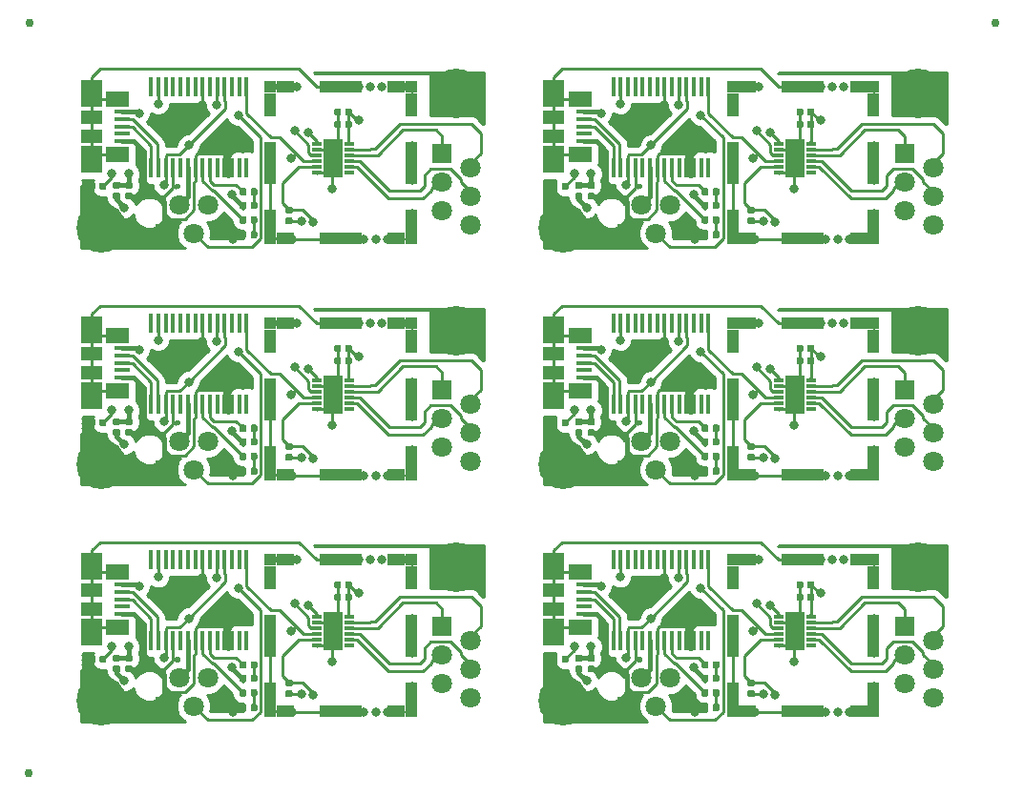
<source format=gbr>
G04 #@! TF.GenerationSoftware,KiCad,Pcbnew,5.0.2-bee76a0~70~ubuntu18.04.1*
G04 #@! TF.CreationDate,2020-02-26T15:26:05+01:00*
G04 #@! TF.ProjectId,output.rs485_usb_adapter_panel,6f757470-7574-42e7-9273-3438355f7573,rev?*
G04 #@! TF.SameCoordinates,Original*
G04 #@! TF.FileFunction,Copper,L1,Top*
G04 #@! TF.FilePolarity,Positive*
%FSLAX46Y46*%
G04 Gerber Fmt 4.6, Leading zero omitted, Abs format (unit mm)*
G04 Created by KiCad (PCBNEW 5.0.2-bee76a0~70~ubuntu18.04.1) date Wed 26 Feb 2020 03:26:05 PM CET*
%MOMM*%
%LPD*%
G01*
G04 APERTURE LIST*
G04 #@! TA.AperFunction,BGAPad,CuDef*
%ADD10C,0.750000*%
G04 #@! TD*
G04 #@! TA.AperFunction,Conductor*
%ADD11C,0.100000*%
G04 #@! TD*
G04 #@! TA.AperFunction,SMDPad,CuDef*
%ADD12C,0.590000*%
G04 #@! TD*
G04 #@! TA.AperFunction,SMDPad,CuDef*
%ADD13R,0.450000X1.750000*%
G04 #@! TD*
G04 #@! TA.AperFunction,SMDPad,CuDef*
%ADD14R,1.000000X2.130000*%
G04 #@! TD*
G04 #@! TA.AperFunction,SMDPad,CuDef*
%ADD15R,1.000000X3.800000*%
G04 #@! TD*
G04 #@! TA.AperFunction,SMDPad,CuDef*
%ADD16R,1.650000X1.000000*%
G04 #@! TD*
G04 #@! TA.AperFunction,SMDPad,CuDef*
%ADD17R,3.800000X1.000000*%
G04 #@! TD*
G04 #@! TA.AperFunction,SMDPad,CuDef*
%ADD18R,1.000000X1.000000*%
G04 #@! TD*
G04 #@! TA.AperFunction,SMDPad,CuDef*
%ADD19R,1.803400X3.403600*%
G04 #@! TD*
G04 #@! TA.AperFunction,SMDPad,CuDef*
%ADD20R,0.812800X0.304800*%
G04 #@! TD*
G04 #@! TA.AperFunction,SMDPad,CuDef*
%ADD21R,1.900000X1.175000*%
G04 #@! TD*
G04 #@! TA.AperFunction,SMDPad,CuDef*
%ADD22R,1.900000X2.375000*%
G04 #@! TD*
G04 #@! TA.AperFunction,SMDPad,CuDef*
%ADD23R,2.100000X1.475000*%
G04 #@! TD*
G04 #@! TA.AperFunction,SMDPad,CuDef*
%ADD24R,1.380000X0.450000*%
G04 #@! TD*
G04 #@! TA.AperFunction,ComponentPad*
%ADD25C,1.800000*%
G04 #@! TD*
G04 #@! TA.AperFunction,ComponentPad*
%ADD26R,1.800000X1.800000*%
G04 #@! TD*
G04 #@! TA.AperFunction,ComponentPad*
%ADD27C,4.400000*%
G04 #@! TD*
G04 #@! TA.AperFunction,ViaPad*
%ADD28C,0.800000*%
G04 #@! TD*
G04 #@! TA.AperFunction,Conductor*
%ADD29C,0.250000*%
G04 #@! TD*
G04 #@! TA.AperFunction,Conductor*
%ADD30C,0.400000*%
G04 #@! TD*
G04 #@! TA.AperFunction,Conductor*
%ADD31C,0.254000*%
G04 #@! TD*
G04 APERTURE END LIST*
D10*
G04 #@! TO.P,FID3,*
G04 #@! TO.N,*
X100100000Y-108800000D03*
G04 #@! TD*
G04 #@! TO.P,FID2,*
G04 #@! TO.N,*
X100200000Y-42200000D03*
G04 #@! TD*
D11*
G04 #@! TO.N,GND*
G04 #@! TO.C,C1*
G36*
X168676958Y-92880710D02*
X168691276Y-92882834D01*
X168705317Y-92886351D01*
X168718946Y-92891228D01*
X168732031Y-92897417D01*
X168744447Y-92904858D01*
X168756073Y-92913481D01*
X168766798Y-92923202D01*
X168776519Y-92933927D01*
X168785142Y-92945553D01*
X168792583Y-92957969D01*
X168798772Y-92971054D01*
X168803649Y-92984683D01*
X168807166Y-92998724D01*
X168809290Y-93013042D01*
X168810000Y-93027500D01*
X168810000Y-93372500D01*
X168809290Y-93386958D01*
X168807166Y-93401276D01*
X168803649Y-93415317D01*
X168798772Y-93428946D01*
X168792583Y-93442031D01*
X168785142Y-93454447D01*
X168776519Y-93466073D01*
X168766798Y-93476798D01*
X168756073Y-93486519D01*
X168744447Y-93495142D01*
X168732031Y-93502583D01*
X168718946Y-93508772D01*
X168705317Y-93513649D01*
X168691276Y-93517166D01*
X168676958Y-93519290D01*
X168662500Y-93520000D01*
X168367500Y-93520000D01*
X168353042Y-93519290D01*
X168338724Y-93517166D01*
X168324683Y-93513649D01*
X168311054Y-93508772D01*
X168297969Y-93502583D01*
X168285553Y-93495142D01*
X168273927Y-93486519D01*
X168263202Y-93476798D01*
X168253481Y-93466073D01*
X168244858Y-93454447D01*
X168237417Y-93442031D01*
X168231228Y-93428946D01*
X168226351Y-93415317D01*
X168222834Y-93401276D01*
X168220710Y-93386958D01*
X168220000Y-93372500D01*
X168220000Y-93027500D01*
X168220710Y-93013042D01*
X168222834Y-92998724D01*
X168226351Y-92984683D01*
X168231228Y-92971054D01*
X168237417Y-92957969D01*
X168244858Y-92945553D01*
X168253481Y-92933927D01*
X168263202Y-92923202D01*
X168273927Y-92913481D01*
X168285553Y-92904858D01*
X168297969Y-92897417D01*
X168311054Y-92891228D01*
X168324683Y-92886351D01*
X168338724Y-92882834D01*
X168353042Y-92880710D01*
X168367500Y-92880000D01*
X168662500Y-92880000D01*
X168676958Y-92880710D01*
X168676958Y-92880710D01*
G37*
D12*
G04 #@! TD*
G04 #@! TO.P,C1,2*
G04 #@! TO.N,GND*
X168515000Y-93200000D03*
D11*
G04 #@! TO.N,+3V3*
G04 #@! TO.C,C1*
G36*
X169646958Y-92880710D02*
X169661276Y-92882834D01*
X169675317Y-92886351D01*
X169688946Y-92891228D01*
X169702031Y-92897417D01*
X169714447Y-92904858D01*
X169726073Y-92913481D01*
X169736798Y-92923202D01*
X169746519Y-92933927D01*
X169755142Y-92945553D01*
X169762583Y-92957969D01*
X169768772Y-92971054D01*
X169773649Y-92984683D01*
X169777166Y-92998724D01*
X169779290Y-93013042D01*
X169780000Y-93027500D01*
X169780000Y-93372500D01*
X169779290Y-93386958D01*
X169777166Y-93401276D01*
X169773649Y-93415317D01*
X169768772Y-93428946D01*
X169762583Y-93442031D01*
X169755142Y-93454447D01*
X169746519Y-93466073D01*
X169736798Y-93476798D01*
X169726073Y-93486519D01*
X169714447Y-93495142D01*
X169702031Y-93502583D01*
X169688946Y-93508772D01*
X169675317Y-93513649D01*
X169661276Y-93517166D01*
X169646958Y-93519290D01*
X169632500Y-93520000D01*
X169337500Y-93520000D01*
X169323042Y-93519290D01*
X169308724Y-93517166D01*
X169294683Y-93513649D01*
X169281054Y-93508772D01*
X169267969Y-93502583D01*
X169255553Y-93495142D01*
X169243927Y-93486519D01*
X169233202Y-93476798D01*
X169223481Y-93466073D01*
X169214858Y-93454447D01*
X169207417Y-93442031D01*
X169201228Y-93428946D01*
X169196351Y-93415317D01*
X169192834Y-93401276D01*
X169190710Y-93386958D01*
X169190000Y-93372500D01*
X169190000Y-93027500D01*
X169190710Y-93013042D01*
X169192834Y-92998724D01*
X169196351Y-92984683D01*
X169201228Y-92971054D01*
X169207417Y-92957969D01*
X169214858Y-92945553D01*
X169223481Y-92933927D01*
X169233202Y-92923202D01*
X169243927Y-92913481D01*
X169255553Y-92904858D01*
X169267969Y-92897417D01*
X169281054Y-92891228D01*
X169294683Y-92886351D01*
X169308724Y-92882834D01*
X169323042Y-92880710D01*
X169337500Y-92880000D01*
X169632500Y-92880000D01*
X169646958Y-92880710D01*
X169646958Y-92880710D01*
G37*
D12*
G04 #@! TD*
G04 #@! TO.P,C1,1*
G04 #@! TO.N,+3V3*
X169485000Y-93200000D03*
D11*
G04 #@! TO.N,GND*
G04 #@! TO.C,C1*
G36*
X127676958Y-92880710D02*
X127691276Y-92882834D01*
X127705317Y-92886351D01*
X127718946Y-92891228D01*
X127732031Y-92897417D01*
X127744447Y-92904858D01*
X127756073Y-92913481D01*
X127766798Y-92923202D01*
X127776519Y-92933927D01*
X127785142Y-92945553D01*
X127792583Y-92957969D01*
X127798772Y-92971054D01*
X127803649Y-92984683D01*
X127807166Y-92998724D01*
X127809290Y-93013042D01*
X127810000Y-93027500D01*
X127810000Y-93372500D01*
X127809290Y-93386958D01*
X127807166Y-93401276D01*
X127803649Y-93415317D01*
X127798772Y-93428946D01*
X127792583Y-93442031D01*
X127785142Y-93454447D01*
X127776519Y-93466073D01*
X127766798Y-93476798D01*
X127756073Y-93486519D01*
X127744447Y-93495142D01*
X127732031Y-93502583D01*
X127718946Y-93508772D01*
X127705317Y-93513649D01*
X127691276Y-93517166D01*
X127676958Y-93519290D01*
X127662500Y-93520000D01*
X127367500Y-93520000D01*
X127353042Y-93519290D01*
X127338724Y-93517166D01*
X127324683Y-93513649D01*
X127311054Y-93508772D01*
X127297969Y-93502583D01*
X127285553Y-93495142D01*
X127273927Y-93486519D01*
X127263202Y-93476798D01*
X127253481Y-93466073D01*
X127244858Y-93454447D01*
X127237417Y-93442031D01*
X127231228Y-93428946D01*
X127226351Y-93415317D01*
X127222834Y-93401276D01*
X127220710Y-93386958D01*
X127220000Y-93372500D01*
X127220000Y-93027500D01*
X127220710Y-93013042D01*
X127222834Y-92998724D01*
X127226351Y-92984683D01*
X127231228Y-92971054D01*
X127237417Y-92957969D01*
X127244858Y-92945553D01*
X127253481Y-92933927D01*
X127263202Y-92923202D01*
X127273927Y-92913481D01*
X127285553Y-92904858D01*
X127297969Y-92897417D01*
X127311054Y-92891228D01*
X127324683Y-92886351D01*
X127338724Y-92882834D01*
X127353042Y-92880710D01*
X127367500Y-92880000D01*
X127662500Y-92880000D01*
X127676958Y-92880710D01*
X127676958Y-92880710D01*
G37*
D12*
G04 #@! TD*
G04 #@! TO.P,C1,2*
G04 #@! TO.N,GND*
X127515000Y-93200000D03*
D11*
G04 #@! TO.N,+3V3*
G04 #@! TO.C,C1*
G36*
X128646958Y-92880710D02*
X128661276Y-92882834D01*
X128675317Y-92886351D01*
X128688946Y-92891228D01*
X128702031Y-92897417D01*
X128714447Y-92904858D01*
X128726073Y-92913481D01*
X128736798Y-92923202D01*
X128746519Y-92933927D01*
X128755142Y-92945553D01*
X128762583Y-92957969D01*
X128768772Y-92971054D01*
X128773649Y-92984683D01*
X128777166Y-92998724D01*
X128779290Y-93013042D01*
X128780000Y-93027500D01*
X128780000Y-93372500D01*
X128779290Y-93386958D01*
X128777166Y-93401276D01*
X128773649Y-93415317D01*
X128768772Y-93428946D01*
X128762583Y-93442031D01*
X128755142Y-93454447D01*
X128746519Y-93466073D01*
X128736798Y-93476798D01*
X128726073Y-93486519D01*
X128714447Y-93495142D01*
X128702031Y-93502583D01*
X128688946Y-93508772D01*
X128675317Y-93513649D01*
X128661276Y-93517166D01*
X128646958Y-93519290D01*
X128632500Y-93520000D01*
X128337500Y-93520000D01*
X128323042Y-93519290D01*
X128308724Y-93517166D01*
X128294683Y-93513649D01*
X128281054Y-93508772D01*
X128267969Y-93502583D01*
X128255553Y-93495142D01*
X128243927Y-93486519D01*
X128233202Y-93476798D01*
X128223481Y-93466073D01*
X128214858Y-93454447D01*
X128207417Y-93442031D01*
X128201228Y-93428946D01*
X128196351Y-93415317D01*
X128192834Y-93401276D01*
X128190710Y-93386958D01*
X128190000Y-93372500D01*
X128190000Y-93027500D01*
X128190710Y-93013042D01*
X128192834Y-92998724D01*
X128196351Y-92984683D01*
X128201228Y-92971054D01*
X128207417Y-92957969D01*
X128214858Y-92945553D01*
X128223481Y-92933927D01*
X128233202Y-92923202D01*
X128243927Y-92913481D01*
X128255553Y-92904858D01*
X128267969Y-92897417D01*
X128281054Y-92891228D01*
X128294683Y-92886351D01*
X128308724Y-92882834D01*
X128323042Y-92880710D01*
X128337500Y-92880000D01*
X128632500Y-92880000D01*
X128646958Y-92880710D01*
X128646958Y-92880710D01*
G37*
D12*
G04 #@! TD*
G04 #@! TO.P,C1,1*
G04 #@! TO.N,+3V3*
X128485000Y-93200000D03*
D11*
G04 #@! TO.N,GND*
G04 #@! TO.C,C1*
G36*
X168676958Y-71880710D02*
X168691276Y-71882834D01*
X168705317Y-71886351D01*
X168718946Y-71891228D01*
X168732031Y-71897417D01*
X168744447Y-71904858D01*
X168756073Y-71913481D01*
X168766798Y-71923202D01*
X168776519Y-71933927D01*
X168785142Y-71945553D01*
X168792583Y-71957969D01*
X168798772Y-71971054D01*
X168803649Y-71984683D01*
X168807166Y-71998724D01*
X168809290Y-72013042D01*
X168810000Y-72027500D01*
X168810000Y-72372500D01*
X168809290Y-72386958D01*
X168807166Y-72401276D01*
X168803649Y-72415317D01*
X168798772Y-72428946D01*
X168792583Y-72442031D01*
X168785142Y-72454447D01*
X168776519Y-72466073D01*
X168766798Y-72476798D01*
X168756073Y-72486519D01*
X168744447Y-72495142D01*
X168732031Y-72502583D01*
X168718946Y-72508772D01*
X168705317Y-72513649D01*
X168691276Y-72517166D01*
X168676958Y-72519290D01*
X168662500Y-72520000D01*
X168367500Y-72520000D01*
X168353042Y-72519290D01*
X168338724Y-72517166D01*
X168324683Y-72513649D01*
X168311054Y-72508772D01*
X168297969Y-72502583D01*
X168285553Y-72495142D01*
X168273927Y-72486519D01*
X168263202Y-72476798D01*
X168253481Y-72466073D01*
X168244858Y-72454447D01*
X168237417Y-72442031D01*
X168231228Y-72428946D01*
X168226351Y-72415317D01*
X168222834Y-72401276D01*
X168220710Y-72386958D01*
X168220000Y-72372500D01*
X168220000Y-72027500D01*
X168220710Y-72013042D01*
X168222834Y-71998724D01*
X168226351Y-71984683D01*
X168231228Y-71971054D01*
X168237417Y-71957969D01*
X168244858Y-71945553D01*
X168253481Y-71933927D01*
X168263202Y-71923202D01*
X168273927Y-71913481D01*
X168285553Y-71904858D01*
X168297969Y-71897417D01*
X168311054Y-71891228D01*
X168324683Y-71886351D01*
X168338724Y-71882834D01*
X168353042Y-71880710D01*
X168367500Y-71880000D01*
X168662500Y-71880000D01*
X168676958Y-71880710D01*
X168676958Y-71880710D01*
G37*
D12*
G04 #@! TD*
G04 #@! TO.P,C1,2*
G04 #@! TO.N,GND*
X168515000Y-72200000D03*
D11*
G04 #@! TO.N,+3V3*
G04 #@! TO.C,C1*
G36*
X169646958Y-71880710D02*
X169661276Y-71882834D01*
X169675317Y-71886351D01*
X169688946Y-71891228D01*
X169702031Y-71897417D01*
X169714447Y-71904858D01*
X169726073Y-71913481D01*
X169736798Y-71923202D01*
X169746519Y-71933927D01*
X169755142Y-71945553D01*
X169762583Y-71957969D01*
X169768772Y-71971054D01*
X169773649Y-71984683D01*
X169777166Y-71998724D01*
X169779290Y-72013042D01*
X169780000Y-72027500D01*
X169780000Y-72372500D01*
X169779290Y-72386958D01*
X169777166Y-72401276D01*
X169773649Y-72415317D01*
X169768772Y-72428946D01*
X169762583Y-72442031D01*
X169755142Y-72454447D01*
X169746519Y-72466073D01*
X169736798Y-72476798D01*
X169726073Y-72486519D01*
X169714447Y-72495142D01*
X169702031Y-72502583D01*
X169688946Y-72508772D01*
X169675317Y-72513649D01*
X169661276Y-72517166D01*
X169646958Y-72519290D01*
X169632500Y-72520000D01*
X169337500Y-72520000D01*
X169323042Y-72519290D01*
X169308724Y-72517166D01*
X169294683Y-72513649D01*
X169281054Y-72508772D01*
X169267969Y-72502583D01*
X169255553Y-72495142D01*
X169243927Y-72486519D01*
X169233202Y-72476798D01*
X169223481Y-72466073D01*
X169214858Y-72454447D01*
X169207417Y-72442031D01*
X169201228Y-72428946D01*
X169196351Y-72415317D01*
X169192834Y-72401276D01*
X169190710Y-72386958D01*
X169190000Y-72372500D01*
X169190000Y-72027500D01*
X169190710Y-72013042D01*
X169192834Y-71998724D01*
X169196351Y-71984683D01*
X169201228Y-71971054D01*
X169207417Y-71957969D01*
X169214858Y-71945553D01*
X169223481Y-71933927D01*
X169233202Y-71923202D01*
X169243927Y-71913481D01*
X169255553Y-71904858D01*
X169267969Y-71897417D01*
X169281054Y-71891228D01*
X169294683Y-71886351D01*
X169308724Y-71882834D01*
X169323042Y-71880710D01*
X169337500Y-71880000D01*
X169632500Y-71880000D01*
X169646958Y-71880710D01*
X169646958Y-71880710D01*
G37*
D12*
G04 #@! TD*
G04 #@! TO.P,C1,1*
G04 #@! TO.N,+3V3*
X169485000Y-72200000D03*
D11*
G04 #@! TO.N,GND*
G04 #@! TO.C,C1*
G36*
X127676958Y-71880710D02*
X127691276Y-71882834D01*
X127705317Y-71886351D01*
X127718946Y-71891228D01*
X127732031Y-71897417D01*
X127744447Y-71904858D01*
X127756073Y-71913481D01*
X127766798Y-71923202D01*
X127776519Y-71933927D01*
X127785142Y-71945553D01*
X127792583Y-71957969D01*
X127798772Y-71971054D01*
X127803649Y-71984683D01*
X127807166Y-71998724D01*
X127809290Y-72013042D01*
X127810000Y-72027500D01*
X127810000Y-72372500D01*
X127809290Y-72386958D01*
X127807166Y-72401276D01*
X127803649Y-72415317D01*
X127798772Y-72428946D01*
X127792583Y-72442031D01*
X127785142Y-72454447D01*
X127776519Y-72466073D01*
X127766798Y-72476798D01*
X127756073Y-72486519D01*
X127744447Y-72495142D01*
X127732031Y-72502583D01*
X127718946Y-72508772D01*
X127705317Y-72513649D01*
X127691276Y-72517166D01*
X127676958Y-72519290D01*
X127662500Y-72520000D01*
X127367500Y-72520000D01*
X127353042Y-72519290D01*
X127338724Y-72517166D01*
X127324683Y-72513649D01*
X127311054Y-72508772D01*
X127297969Y-72502583D01*
X127285553Y-72495142D01*
X127273927Y-72486519D01*
X127263202Y-72476798D01*
X127253481Y-72466073D01*
X127244858Y-72454447D01*
X127237417Y-72442031D01*
X127231228Y-72428946D01*
X127226351Y-72415317D01*
X127222834Y-72401276D01*
X127220710Y-72386958D01*
X127220000Y-72372500D01*
X127220000Y-72027500D01*
X127220710Y-72013042D01*
X127222834Y-71998724D01*
X127226351Y-71984683D01*
X127231228Y-71971054D01*
X127237417Y-71957969D01*
X127244858Y-71945553D01*
X127253481Y-71933927D01*
X127263202Y-71923202D01*
X127273927Y-71913481D01*
X127285553Y-71904858D01*
X127297969Y-71897417D01*
X127311054Y-71891228D01*
X127324683Y-71886351D01*
X127338724Y-71882834D01*
X127353042Y-71880710D01*
X127367500Y-71880000D01*
X127662500Y-71880000D01*
X127676958Y-71880710D01*
X127676958Y-71880710D01*
G37*
D12*
G04 #@! TD*
G04 #@! TO.P,C1,2*
G04 #@! TO.N,GND*
X127515000Y-72200000D03*
D11*
G04 #@! TO.N,+3V3*
G04 #@! TO.C,C1*
G36*
X128646958Y-71880710D02*
X128661276Y-71882834D01*
X128675317Y-71886351D01*
X128688946Y-71891228D01*
X128702031Y-71897417D01*
X128714447Y-71904858D01*
X128726073Y-71913481D01*
X128736798Y-71923202D01*
X128746519Y-71933927D01*
X128755142Y-71945553D01*
X128762583Y-71957969D01*
X128768772Y-71971054D01*
X128773649Y-71984683D01*
X128777166Y-71998724D01*
X128779290Y-72013042D01*
X128780000Y-72027500D01*
X128780000Y-72372500D01*
X128779290Y-72386958D01*
X128777166Y-72401276D01*
X128773649Y-72415317D01*
X128768772Y-72428946D01*
X128762583Y-72442031D01*
X128755142Y-72454447D01*
X128746519Y-72466073D01*
X128736798Y-72476798D01*
X128726073Y-72486519D01*
X128714447Y-72495142D01*
X128702031Y-72502583D01*
X128688946Y-72508772D01*
X128675317Y-72513649D01*
X128661276Y-72517166D01*
X128646958Y-72519290D01*
X128632500Y-72520000D01*
X128337500Y-72520000D01*
X128323042Y-72519290D01*
X128308724Y-72517166D01*
X128294683Y-72513649D01*
X128281054Y-72508772D01*
X128267969Y-72502583D01*
X128255553Y-72495142D01*
X128243927Y-72486519D01*
X128233202Y-72476798D01*
X128223481Y-72466073D01*
X128214858Y-72454447D01*
X128207417Y-72442031D01*
X128201228Y-72428946D01*
X128196351Y-72415317D01*
X128192834Y-72401276D01*
X128190710Y-72386958D01*
X128190000Y-72372500D01*
X128190000Y-72027500D01*
X128190710Y-72013042D01*
X128192834Y-71998724D01*
X128196351Y-71984683D01*
X128201228Y-71971054D01*
X128207417Y-71957969D01*
X128214858Y-71945553D01*
X128223481Y-71933927D01*
X128233202Y-71923202D01*
X128243927Y-71913481D01*
X128255553Y-71904858D01*
X128267969Y-71897417D01*
X128281054Y-71891228D01*
X128294683Y-71886351D01*
X128308724Y-71882834D01*
X128323042Y-71880710D01*
X128337500Y-71880000D01*
X128632500Y-71880000D01*
X128646958Y-71880710D01*
X128646958Y-71880710D01*
G37*
D12*
G04 #@! TD*
G04 #@! TO.P,C1,1*
G04 #@! TO.N,+3V3*
X128485000Y-72200000D03*
D11*
G04 #@! TO.N,GND*
G04 #@! TO.C,C1*
G36*
X168676958Y-50880710D02*
X168691276Y-50882834D01*
X168705317Y-50886351D01*
X168718946Y-50891228D01*
X168732031Y-50897417D01*
X168744447Y-50904858D01*
X168756073Y-50913481D01*
X168766798Y-50923202D01*
X168776519Y-50933927D01*
X168785142Y-50945553D01*
X168792583Y-50957969D01*
X168798772Y-50971054D01*
X168803649Y-50984683D01*
X168807166Y-50998724D01*
X168809290Y-51013042D01*
X168810000Y-51027500D01*
X168810000Y-51372500D01*
X168809290Y-51386958D01*
X168807166Y-51401276D01*
X168803649Y-51415317D01*
X168798772Y-51428946D01*
X168792583Y-51442031D01*
X168785142Y-51454447D01*
X168776519Y-51466073D01*
X168766798Y-51476798D01*
X168756073Y-51486519D01*
X168744447Y-51495142D01*
X168732031Y-51502583D01*
X168718946Y-51508772D01*
X168705317Y-51513649D01*
X168691276Y-51517166D01*
X168676958Y-51519290D01*
X168662500Y-51520000D01*
X168367500Y-51520000D01*
X168353042Y-51519290D01*
X168338724Y-51517166D01*
X168324683Y-51513649D01*
X168311054Y-51508772D01*
X168297969Y-51502583D01*
X168285553Y-51495142D01*
X168273927Y-51486519D01*
X168263202Y-51476798D01*
X168253481Y-51466073D01*
X168244858Y-51454447D01*
X168237417Y-51442031D01*
X168231228Y-51428946D01*
X168226351Y-51415317D01*
X168222834Y-51401276D01*
X168220710Y-51386958D01*
X168220000Y-51372500D01*
X168220000Y-51027500D01*
X168220710Y-51013042D01*
X168222834Y-50998724D01*
X168226351Y-50984683D01*
X168231228Y-50971054D01*
X168237417Y-50957969D01*
X168244858Y-50945553D01*
X168253481Y-50933927D01*
X168263202Y-50923202D01*
X168273927Y-50913481D01*
X168285553Y-50904858D01*
X168297969Y-50897417D01*
X168311054Y-50891228D01*
X168324683Y-50886351D01*
X168338724Y-50882834D01*
X168353042Y-50880710D01*
X168367500Y-50880000D01*
X168662500Y-50880000D01*
X168676958Y-50880710D01*
X168676958Y-50880710D01*
G37*
D12*
G04 #@! TD*
G04 #@! TO.P,C1,2*
G04 #@! TO.N,GND*
X168515000Y-51200000D03*
D11*
G04 #@! TO.N,+3V3*
G04 #@! TO.C,C1*
G36*
X169646958Y-50880710D02*
X169661276Y-50882834D01*
X169675317Y-50886351D01*
X169688946Y-50891228D01*
X169702031Y-50897417D01*
X169714447Y-50904858D01*
X169726073Y-50913481D01*
X169736798Y-50923202D01*
X169746519Y-50933927D01*
X169755142Y-50945553D01*
X169762583Y-50957969D01*
X169768772Y-50971054D01*
X169773649Y-50984683D01*
X169777166Y-50998724D01*
X169779290Y-51013042D01*
X169780000Y-51027500D01*
X169780000Y-51372500D01*
X169779290Y-51386958D01*
X169777166Y-51401276D01*
X169773649Y-51415317D01*
X169768772Y-51428946D01*
X169762583Y-51442031D01*
X169755142Y-51454447D01*
X169746519Y-51466073D01*
X169736798Y-51476798D01*
X169726073Y-51486519D01*
X169714447Y-51495142D01*
X169702031Y-51502583D01*
X169688946Y-51508772D01*
X169675317Y-51513649D01*
X169661276Y-51517166D01*
X169646958Y-51519290D01*
X169632500Y-51520000D01*
X169337500Y-51520000D01*
X169323042Y-51519290D01*
X169308724Y-51517166D01*
X169294683Y-51513649D01*
X169281054Y-51508772D01*
X169267969Y-51502583D01*
X169255553Y-51495142D01*
X169243927Y-51486519D01*
X169233202Y-51476798D01*
X169223481Y-51466073D01*
X169214858Y-51454447D01*
X169207417Y-51442031D01*
X169201228Y-51428946D01*
X169196351Y-51415317D01*
X169192834Y-51401276D01*
X169190710Y-51386958D01*
X169190000Y-51372500D01*
X169190000Y-51027500D01*
X169190710Y-51013042D01*
X169192834Y-50998724D01*
X169196351Y-50984683D01*
X169201228Y-50971054D01*
X169207417Y-50957969D01*
X169214858Y-50945553D01*
X169223481Y-50933927D01*
X169233202Y-50923202D01*
X169243927Y-50913481D01*
X169255553Y-50904858D01*
X169267969Y-50897417D01*
X169281054Y-50891228D01*
X169294683Y-50886351D01*
X169308724Y-50882834D01*
X169323042Y-50880710D01*
X169337500Y-50880000D01*
X169632500Y-50880000D01*
X169646958Y-50880710D01*
X169646958Y-50880710D01*
G37*
D12*
G04 #@! TD*
G04 #@! TO.P,C1,1*
G04 #@! TO.N,+3V3*
X169485000Y-51200000D03*
D11*
G04 #@! TO.N,+3V3*
G04 #@! TO.C,C2*
G36*
X169646958Y-91780710D02*
X169661276Y-91782834D01*
X169675317Y-91786351D01*
X169688946Y-91791228D01*
X169702031Y-91797417D01*
X169714447Y-91804858D01*
X169726073Y-91813481D01*
X169736798Y-91823202D01*
X169746519Y-91833927D01*
X169755142Y-91845553D01*
X169762583Y-91857969D01*
X169768772Y-91871054D01*
X169773649Y-91884683D01*
X169777166Y-91898724D01*
X169779290Y-91913042D01*
X169780000Y-91927500D01*
X169780000Y-92272500D01*
X169779290Y-92286958D01*
X169777166Y-92301276D01*
X169773649Y-92315317D01*
X169768772Y-92328946D01*
X169762583Y-92342031D01*
X169755142Y-92354447D01*
X169746519Y-92366073D01*
X169736798Y-92376798D01*
X169726073Y-92386519D01*
X169714447Y-92395142D01*
X169702031Y-92402583D01*
X169688946Y-92408772D01*
X169675317Y-92413649D01*
X169661276Y-92417166D01*
X169646958Y-92419290D01*
X169632500Y-92420000D01*
X169337500Y-92420000D01*
X169323042Y-92419290D01*
X169308724Y-92417166D01*
X169294683Y-92413649D01*
X169281054Y-92408772D01*
X169267969Y-92402583D01*
X169255553Y-92395142D01*
X169243927Y-92386519D01*
X169233202Y-92376798D01*
X169223481Y-92366073D01*
X169214858Y-92354447D01*
X169207417Y-92342031D01*
X169201228Y-92328946D01*
X169196351Y-92315317D01*
X169192834Y-92301276D01*
X169190710Y-92286958D01*
X169190000Y-92272500D01*
X169190000Y-91927500D01*
X169190710Y-91913042D01*
X169192834Y-91898724D01*
X169196351Y-91884683D01*
X169201228Y-91871054D01*
X169207417Y-91857969D01*
X169214858Y-91845553D01*
X169223481Y-91833927D01*
X169233202Y-91823202D01*
X169243927Y-91813481D01*
X169255553Y-91804858D01*
X169267969Y-91797417D01*
X169281054Y-91791228D01*
X169294683Y-91786351D01*
X169308724Y-91782834D01*
X169323042Y-91780710D01*
X169337500Y-91780000D01*
X169632500Y-91780000D01*
X169646958Y-91780710D01*
X169646958Y-91780710D01*
G37*
D12*
G04 #@! TD*
G04 #@! TO.P,C2,1*
G04 #@! TO.N,+3V3*
X169485000Y-92100000D03*
D11*
G04 #@! TO.N,GND*
G04 #@! TO.C,C2*
G36*
X168676958Y-91780710D02*
X168691276Y-91782834D01*
X168705317Y-91786351D01*
X168718946Y-91791228D01*
X168732031Y-91797417D01*
X168744447Y-91804858D01*
X168756073Y-91813481D01*
X168766798Y-91823202D01*
X168776519Y-91833927D01*
X168785142Y-91845553D01*
X168792583Y-91857969D01*
X168798772Y-91871054D01*
X168803649Y-91884683D01*
X168807166Y-91898724D01*
X168809290Y-91913042D01*
X168810000Y-91927500D01*
X168810000Y-92272500D01*
X168809290Y-92286958D01*
X168807166Y-92301276D01*
X168803649Y-92315317D01*
X168798772Y-92328946D01*
X168792583Y-92342031D01*
X168785142Y-92354447D01*
X168776519Y-92366073D01*
X168766798Y-92376798D01*
X168756073Y-92386519D01*
X168744447Y-92395142D01*
X168732031Y-92402583D01*
X168718946Y-92408772D01*
X168705317Y-92413649D01*
X168691276Y-92417166D01*
X168676958Y-92419290D01*
X168662500Y-92420000D01*
X168367500Y-92420000D01*
X168353042Y-92419290D01*
X168338724Y-92417166D01*
X168324683Y-92413649D01*
X168311054Y-92408772D01*
X168297969Y-92402583D01*
X168285553Y-92395142D01*
X168273927Y-92386519D01*
X168263202Y-92376798D01*
X168253481Y-92366073D01*
X168244858Y-92354447D01*
X168237417Y-92342031D01*
X168231228Y-92328946D01*
X168226351Y-92315317D01*
X168222834Y-92301276D01*
X168220710Y-92286958D01*
X168220000Y-92272500D01*
X168220000Y-91927500D01*
X168220710Y-91913042D01*
X168222834Y-91898724D01*
X168226351Y-91884683D01*
X168231228Y-91871054D01*
X168237417Y-91857969D01*
X168244858Y-91845553D01*
X168253481Y-91833927D01*
X168263202Y-91823202D01*
X168273927Y-91813481D01*
X168285553Y-91804858D01*
X168297969Y-91797417D01*
X168311054Y-91791228D01*
X168324683Y-91786351D01*
X168338724Y-91782834D01*
X168353042Y-91780710D01*
X168367500Y-91780000D01*
X168662500Y-91780000D01*
X168676958Y-91780710D01*
X168676958Y-91780710D01*
G37*
D12*
G04 #@! TD*
G04 #@! TO.P,C2,2*
G04 #@! TO.N,GND*
X168515000Y-92100000D03*
D11*
G04 #@! TO.N,+3V3*
G04 #@! TO.C,C2*
G36*
X128646958Y-91780710D02*
X128661276Y-91782834D01*
X128675317Y-91786351D01*
X128688946Y-91791228D01*
X128702031Y-91797417D01*
X128714447Y-91804858D01*
X128726073Y-91813481D01*
X128736798Y-91823202D01*
X128746519Y-91833927D01*
X128755142Y-91845553D01*
X128762583Y-91857969D01*
X128768772Y-91871054D01*
X128773649Y-91884683D01*
X128777166Y-91898724D01*
X128779290Y-91913042D01*
X128780000Y-91927500D01*
X128780000Y-92272500D01*
X128779290Y-92286958D01*
X128777166Y-92301276D01*
X128773649Y-92315317D01*
X128768772Y-92328946D01*
X128762583Y-92342031D01*
X128755142Y-92354447D01*
X128746519Y-92366073D01*
X128736798Y-92376798D01*
X128726073Y-92386519D01*
X128714447Y-92395142D01*
X128702031Y-92402583D01*
X128688946Y-92408772D01*
X128675317Y-92413649D01*
X128661276Y-92417166D01*
X128646958Y-92419290D01*
X128632500Y-92420000D01*
X128337500Y-92420000D01*
X128323042Y-92419290D01*
X128308724Y-92417166D01*
X128294683Y-92413649D01*
X128281054Y-92408772D01*
X128267969Y-92402583D01*
X128255553Y-92395142D01*
X128243927Y-92386519D01*
X128233202Y-92376798D01*
X128223481Y-92366073D01*
X128214858Y-92354447D01*
X128207417Y-92342031D01*
X128201228Y-92328946D01*
X128196351Y-92315317D01*
X128192834Y-92301276D01*
X128190710Y-92286958D01*
X128190000Y-92272500D01*
X128190000Y-91927500D01*
X128190710Y-91913042D01*
X128192834Y-91898724D01*
X128196351Y-91884683D01*
X128201228Y-91871054D01*
X128207417Y-91857969D01*
X128214858Y-91845553D01*
X128223481Y-91833927D01*
X128233202Y-91823202D01*
X128243927Y-91813481D01*
X128255553Y-91804858D01*
X128267969Y-91797417D01*
X128281054Y-91791228D01*
X128294683Y-91786351D01*
X128308724Y-91782834D01*
X128323042Y-91780710D01*
X128337500Y-91780000D01*
X128632500Y-91780000D01*
X128646958Y-91780710D01*
X128646958Y-91780710D01*
G37*
D12*
G04 #@! TD*
G04 #@! TO.P,C2,1*
G04 #@! TO.N,+3V3*
X128485000Y-92100000D03*
D11*
G04 #@! TO.N,GND*
G04 #@! TO.C,C2*
G36*
X127676958Y-91780710D02*
X127691276Y-91782834D01*
X127705317Y-91786351D01*
X127718946Y-91791228D01*
X127732031Y-91797417D01*
X127744447Y-91804858D01*
X127756073Y-91813481D01*
X127766798Y-91823202D01*
X127776519Y-91833927D01*
X127785142Y-91845553D01*
X127792583Y-91857969D01*
X127798772Y-91871054D01*
X127803649Y-91884683D01*
X127807166Y-91898724D01*
X127809290Y-91913042D01*
X127810000Y-91927500D01*
X127810000Y-92272500D01*
X127809290Y-92286958D01*
X127807166Y-92301276D01*
X127803649Y-92315317D01*
X127798772Y-92328946D01*
X127792583Y-92342031D01*
X127785142Y-92354447D01*
X127776519Y-92366073D01*
X127766798Y-92376798D01*
X127756073Y-92386519D01*
X127744447Y-92395142D01*
X127732031Y-92402583D01*
X127718946Y-92408772D01*
X127705317Y-92413649D01*
X127691276Y-92417166D01*
X127676958Y-92419290D01*
X127662500Y-92420000D01*
X127367500Y-92420000D01*
X127353042Y-92419290D01*
X127338724Y-92417166D01*
X127324683Y-92413649D01*
X127311054Y-92408772D01*
X127297969Y-92402583D01*
X127285553Y-92395142D01*
X127273927Y-92386519D01*
X127263202Y-92376798D01*
X127253481Y-92366073D01*
X127244858Y-92354447D01*
X127237417Y-92342031D01*
X127231228Y-92328946D01*
X127226351Y-92315317D01*
X127222834Y-92301276D01*
X127220710Y-92286958D01*
X127220000Y-92272500D01*
X127220000Y-91927500D01*
X127220710Y-91913042D01*
X127222834Y-91898724D01*
X127226351Y-91884683D01*
X127231228Y-91871054D01*
X127237417Y-91857969D01*
X127244858Y-91845553D01*
X127253481Y-91833927D01*
X127263202Y-91823202D01*
X127273927Y-91813481D01*
X127285553Y-91804858D01*
X127297969Y-91797417D01*
X127311054Y-91791228D01*
X127324683Y-91786351D01*
X127338724Y-91782834D01*
X127353042Y-91780710D01*
X127367500Y-91780000D01*
X127662500Y-91780000D01*
X127676958Y-91780710D01*
X127676958Y-91780710D01*
G37*
D12*
G04 #@! TD*
G04 #@! TO.P,C2,2*
G04 #@! TO.N,GND*
X127515000Y-92100000D03*
D11*
G04 #@! TO.N,+3V3*
G04 #@! TO.C,C2*
G36*
X169646958Y-70780710D02*
X169661276Y-70782834D01*
X169675317Y-70786351D01*
X169688946Y-70791228D01*
X169702031Y-70797417D01*
X169714447Y-70804858D01*
X169726073Y-70813481D01*
X169736798Y-70823202D01*
X169746519Y-70833927D01*
X169755142Y-70845553D01*
X169762583Y-70857969D01*
X169768772Y-70871054D01*
X169773649Y-70884683D01*
X169777166Y-70898724D01*
X169779290Y-70913042D01*
X169780000Y-70927500D01*
X169780000Y-71272500D01*
X169779290Y-71286958D01*
X169777166Y-71301276D01*
X169773649Y-71315317D01*
X169768772Y-71328946D01*
X169762583Y-71342031D01*
X169755142Y-71354447D01*
X169746519Y-71366073D01*
X169736798Y-71376798D01*
X169726073Y-71386519D01*
X169714447Y-71395142D01*
X169702031Y-71402583D01*
X169688946Y-71408772D01*
X169675317Y-71413649D01*
X169661276Y-71417166D01*
X169646958Y-71419290D01*
X169632500Y-71420000D01*
X169337500Y-71420000D01*
X169323042Y-71419290D01*
X169308724Y-71417166D01*
X169294683Y-71413649D01*
X169281054Y-71408772D01*
X169267969Y-71402583D01*
X169255553Y-71395142D01*
X169243927Y-71386519D01*
X169233202Y-71376798D01*
X169223481Y-71366073D01*
X169214858Y-71354447D01*
X169207417Y-71342031D01*
X169201228Y-71328946D01*
X169196351Y-71315317D01*
X169192834Y-71301276D01*
X169190710Y-71286958D01*
X169190000Y-71272500D01*
X169190000Y-70927500D01*
X169190710Y-70913042D01*
X169192834Y-70898724D01*
X169196351Y-70884683D01*
X169201228Y-70871054D01*
X169207417Y-70857969D01*
X169214858Y-70845553D01*
X169223481Y-70833927D01*
X169233202Y-70823202D01*
X169243927Y-70813481D01*
X169255553Y-70804858D01*
X169267969Y-70797417D01*
X169281054Y-70791228D01*
X169294683Y-70786351D01*
X169308724Y-70782834D01*
X169323042Y-70780710D01*
X169337500Y-70780000D01*
X169632500Y-70780000D01*
X169646958Y-70780710D01*
X169646958Y-70780710D01*
G37*
D12*
G04 #@! TD*
G04 #@! TO.P,C2,1*
G04 #@! TO.N,+3V3*
X169485000Y-71100000D03*
D11*
G04 #@! TO.N,GND*
G04 #@! TO.C,C2*
G36*
X168676958Y-70780710D02*
X168691276Y-70782834D01*
X168705317Y-70786351D01*
X168718946Y-70791228D01*
X168732031Y-70797417D01*
X168744447Y-70804858D01*
X168756073Y-70813481D01*
X168766798Y-70823202D01*
X168776519Y-70833927D01*
X168785142Y-70845553D01*
X168792583Y-70857969D01*
X168798772Y-70871054D01*
X168803649Y-70884683D01*
X168807166Y-70898724D01*
X168809290Y-70913042D01*
X168810000Y-70927500D01*
X168810000Y-71272500D01*
X168809290Y-71286958D01*
X168807166Y-71301276D01*
X168803649Y-71315317D01*
X168798772Y-71328946D01*
X168792583Y-71342031D01*
X168785142Y-71354447D01*
X168776519Y-71366073D01*
X168766798Y-71376798D01*
X168756073Y-71386519D01*
X168744447Y-71395142D01*
X168732031Y-71402583D01*
X168718946Y-71408772D01*
X168705317Y-71413649D01*
X168691276Y-71417166D01*
X168676958Y-71419290D01*
X168662500Y-71420000D01*
X168367500Y-71420000D01*
X168353042Y-71419290D01*
X168338724Y-71417166D01*
X168324683Y-71413649D01*
X168311054Y-71408772D01*
X168297969Y-71402583D01*
X168285553Y-71395142D01*
X168273927Y-71386519D01*
X168263202Y-71376798D01*
X168253481Y-71366073D01*
X168244858Y-71354447D01*
X168237417Y-71342031D01*
X168231228Y-71328946D01*
X168226351Y-71315317D01*
X168222834Y-71301276D01*
X168220710Y-71286958D01*
X168220000Y-71272500D01*
X168220000Y-70927500D01*
X168220710Y-70913042D01*
X168222834Y-70898724D01*
X168226351Y-70884683D01*
X168231228Y-70871054D01*
X168237417Y-70857969D01*
X168244858Y-70845553D01*
X168253481Y-70833927D01*
X168263202Y-70823202D01*
X168273927Y-70813481D01*
X168285553Y-70804858D01*
X168297969Y-70797417D01*
X168311054Y-70791228D01*
X168324683Y-70786351D01*
X168338724Y-70782834D01*
X168353042Y-70780710D01*
X168367500Y-70780000D01*
X168662500Y-70780000D01*
X168676958Y-70780710D01*
X168676958Y-70780710D01*
G37*
D12*
G04 #@! TD*
G04 #@! TO.P,C2,2*
G04 #@! TO.N,GND*
X168515000Y-71100000D03*
D11*
G04 #@! TO.N,+3V3*
G04 #@! TO.C,C2*
G36*
X128646958Y-70780710D02*
X128661276Y-70782834D01*
X128675317Y-70786351D01*
X128688946Y-70791228D01*
X128702031Y-70797417D01*
X128714447Y-70804858D01*
X128726073Y-70813481D01*
X128736798Y-70823202D01*
X128746519Y-70833927D01*
X128755142Y-70845553D01*
X128762583Y-70857969D01*
X128768772Y-70871054D01*
X128773649Y-70884683D01*
X128777166Y-70898724D01*
X128779290Y-70913042D01*
X128780000Y-70927500D01*
X128780000Y-71272500D01*
X128779290Y-71286958D01*
X128777166Y-71301276D01*
X128773649Y-71315317D01*
X128768772Y-71328946D01*
X128762583Y-71342031D01*
X128755142Y-71354447D01*
X128746519Y-71366073D01*
X128736798Y-71376798D01*
X128726073Y-71386519D01*
X128714447Y-71395142D01*
X128702031Y-71402583D01*
X128688946Y-71408772D01*
X128675317Y-71413649D01*
X128661276Y-71417166D01*
X128646958Y-71419290D01*
X128632500Y-71420000D01*
X128337500Y-71420000D01*
X128323042Y-71419290D01*
X128308724Y-71417166D01*
X128294683Y-71413649D01*
X128281054Y-71408772D01*
X128267969Y-71402583D01*
X128255553Y-71395142D01*
X128243927Y-71386519D01*
X128233202Y-71376798D01*
X128223481Y-71366073D01*
X128214858Y-71354447D01*
X128207417Y-71342031D01*
X128201228Y-71328946D01*
X128196351Y-71315317D01*
X128192834Y-71301276D01*
X128190710Y-71286958D01*
X128190000Y-71272500D01*
X128190000Y-70927500D01*
X128190710Y-70913042D01*
X128192834Y-70898724D01*
X128196351Y-70884683D01*
X128201228Y-70871054D01*
X128207417Y-70857969D01*
X128214858Y-70845553D01*
X128223481Y-70833927D01*
X128233202Y-70823202D01*
X128243927Y-70813481D01*
X128255553Y-70804858D01*
X128267969Y-70797417D01*
X128281054Y-70791228D01*
X128294683Y-70786351D01*
X128308724Y-70782834D01*
X128323042Y-70780710D01*
X128337500Y-70780000D01*
X128632500Y-70780000D01*
X128646958Y-70780710D01*
X128646958Y-70780710D01*
G37*
D12*
G04 #@! TD*
G04 #@! TO.P,C2,1*
G04 #@! TO.N,+3V3*
X128485000Y-71100000D03*
D11*
G04 #@! TO.N,GND*
G04 #@! TO.C,C2*
G36*
X127676958Y-70780710D02*
X127691276Y-70782834D01*
X127705317Y-70786351D01*
X127718946Y-70791228D01*
X127732031Y-70797417D01*
X127744447Y-70804858D01*
X127756073Y-70813481D01*
X127766798Y-70823202D01*
X127776519Y-70833927D01*
X127785142Y-70845553D01*
X127792583Y-70857969D01*
X127798772Y-70871054D01*
X127803649Y-70884683D01*
X127807166Y-70898724D01*
X127809290Y-70913042D01*
X127810000Y-70927500D01*
X127810000Y-71272500D01*
X127809290Y-71286958D01*
X127807166Y-71301276D01*
X127803649Y-71315317D01*
X127798772Y-71328946D01*
X127792583Y-71342031D01*
X127785142Y-71354447D01*
X127776519Y-71366073D01*
X127766798Y-71376798D01*
X127756073Y-71386519D01*
X127744447Y-71395142D01*
X127732031Y-71402583D01*
X127718946Y-71408772D01*
X127705317Y-71413649D01*
X127691276Y-71417166D01*
X127676958Y-71419290D01*
X127662500Y-71420000D01*
X127367500Y-71420000D01*
X127353042Y-71419290D01*
X127338724Y-71417166D01*
X127324683Y-71413649D01*
X127311054Y-71408772D01*
X127297969Y-71402583D01*
X127285553Y-71395142D01*
X127273927Y-71386519D01*
X127263202Y-71376798D01*
X127253481Y-71366073D01*
X127244858Y-71354447D01*
X127237417Y-71342031D01*
X127231228Y-71328946D01*
X127226351Y-71315317D01*
X127222834Y-71301276D01*
X127220710Y-71286958D01*
X127220000Y-71272500D01*
X127220000Y-70927500D01*
X127220710Y-70913042D01*
X127222834Y-70898724D01*
X127226351Y-70884683D01*
X127231228Y-70871054D01*
X127237417Y-70857969D01*
X127244858Y-70845553D01*
X127253481Y-70833927D01*
X127263202Y-70823202D01*
X127273927Y-70813481D01*
X127285553Y-70804858D01*
X127297969Y-70797417D01*
X127311054Y-70791228D01*
X127324683Y-70786351D01*
X127338724Y-70782834D01*
X127353042Y-70780710D01*
X127367500Y-70780000D01*
X127662500Y-70780000D01*
X127676958Y-70780710D01*
X127676958Y-70780710D01*
G37*
D12*
G04 #@! TD*
G04 #@! TO.P,C2,2*
G04 #@! TO.N,GND*
X127515000Y-71100000D03*
D11*
G04 #@! TO.N,+3V3*
G04 #@! TO.C,C2*
G36*
X169646958Y-49780710D02*
X169661276Y-49782834D01*
X169675317Y-49786351D01*
X169688946Y-49791228D01*
X169702031Y-49797417D01*
X169714447Y-49804858D01*
X169726073Y-49813481D01*
X169736798Y-49823202D01*
X169746519Y-49833927D01*
X169755142Y-49845553D01*
X169762583Y-49857969D01*
X169768772Y-49871054D01*
X169773649Y-49884683D01*
X169777166Y-49898724D01*
X169779290Y-49913042D01*
X169780000Y-49927500D01*
X169780000Y-50272500D01*
X169779290Y-50286958D01*
X169777166Y-50301276D01*
X169773649Y-50315317D01*
X169768772Y-50328946D01*
X169762583Y-50342031D01*
X169755142Y-50354447D01*
X169746519Y-50366073D01*
X169736798Y-50376798D01*
X169726073Y-50386519D01*
X169714447Y-50395142D01*
X169702031Y-50402583D01*
X169688946Y-50408772D01*
X169675317Y-50413649D01*
X169661276Y-50417166D01*
X169646958Y-50419290D01*
X169632500Y-50420000D01*
X169337500Y-50420000D01*
X169323042Y-50419290D01*
X169308724Y-50417166D01*
X169294683Y-50413649D01*
X169281054Y-50408772D01*
X169267969Y-50402583D01*
X169255553Y-50395142D01*
X169243927Y-50386519D01*
X169233202Y-50376798D01*
X169223481Y-50366073D01*
X169214858Y-50354447D01*
X169207417Y-50342031D01*
X169201228Y-50328946D01*
X169196351Y-50315317D01*
X169192834Y-50301276D01*
X169190710Y-50286958D01*
X169190000Y-50272500D01*
X169190000Y-49927500D01*
X169190710Y-49913042D01*
X169192834Y-49898724D01*
X169196351Y-49884683D01*
X169201228Y-49871054D01*
X169207417Y-49857969D01*
X169214858Y-49845553D01*
X169223481Y-49833927D01*
X169233202Y-49823202D01*
X169243927Y-49813481D01*
X169255553Y-49804858D01*
X169267969Y-49797417D01*
X169281054Y-49791228D01*
X169294683Y-49786351D01*
X169308724Y-49782834D01*
X169323042Y-49780710D01*
X169337500Y-49780000D01*
X169632500Y-49780000D01*
X169646958Y-49780710D01*
X169646958Y-49780710D01*
G37*
D12*
G04 #@! TD*
G04 #@! TO.P,C2,1*
G04 #@! TO.N,+3V3*
X169485000Y-50100000D03*
D11*
G04 #@! TO.N,GND*
G04 #@! TO.C,C2*
G36*
X168676958Y-49780710D02*
X168691276Y-49782834D01*
X168705317Y-49786351D01*
X168718946Y-49791228D01*
X168732031Y-49797417D01*
X168744447Y-49804858D01*
X168756073Y-49813481D01*
X168766798Y-49823202D01*
X168776519Y-49833927D01*
X168785142Y-49845553D01*
X168792583Y-49857969D01*
X168798772Y-49871054D01*
X168803649Y-49884683D01*
X168807166Y-49898724D01*
X168809290Y-49913042D01*
X168810000Y-49927500D01*
X168810000Y-50272500D01*
X168809290Y-50286958D01*
X168807166Y-50301276D01*
X168803649Y-50315317D01*
X168798772Y-50328946D01*
X168792583Y-50342031D01*
X168785142Y-50354447D01*
X168776519Y-50366073D01*
X168766798Y-50376798D01*
X168756073Y-50386519D01*
X168744447Y-50395142D01*
X168732031Y-50402583D01*
X168718946Y-50408772D01*
X168705317Y-50413649D01*
X168691276Y-50417166D01*
X168676958Y-50419290D01*
X168662500Y-50420000D01*
X168367500Y-50420000D01*
X168353042Y-50419290D01*
X168338724Y-50417166D01*
X168324683Y-50413649D01*
X168311054Y-50408772D01*
X168297969Y-50402583D01*
X168285553Y-50395142D01*
X168273927Y-50386519D01*
X168263202Y-50376798D01*
X168253481Y-50366073D01*
X168244858Y-50354447D01*
X168237417Y-50342031D01*
X168231228Y-50328946D01*
X168226351Y-50315317D01*
X168222834Y-50301276D01*
X168220710Y-50286958D01*
X168220000Y-50272500D01*
X168220000Y-49927500D01*
X168220710Y-49913042D01*
X168222834Y-49898724D01*
X168226351Y-49884683D01*
X168231228Y-49871054D01*
X168237417Y-49857969D01*
X168244858Y-49845553D01*
X168253481Y-49833927D01*
X168263202Y-49823202D01*
X168273927Y-49813481D01*
X168285553Y-49804858D01*
X168297969Y-49797417D01*
X168311054Y-49791228D01*
X168324683Y-49786351D01*
X168338724Y-49782834D01*
X168353042Y-49780710D01*
X168367500Y-49780000D01*
X168662500Y-49780000D01*
X168676958Y-49780710D01*
X168676958Y-49780710D01*
G37*
D12*
G04 #@! TD*
G04 #@! TO.P,C2,2*
G04 #@! TO.N,GND*
X168515000Y-50100000D03*
D13*
G04 #@! TO.P,U2,28*
G04 #@! TO.N,Net-(U2-Pad28)*
X160425000Y-97100000D03*
G04 #@! TO.P,U2,27*
G04 #@! TO.N,Net-(U2-Pad27)*
X159775000Y-97100000D03*
G04 #@! TO.P,U2,26*
G04 #@! TO.N,GND*
X159125000Y-97100000D03*
G04 #@! TO.P,U2,25*
X158475000Y-97100000D03*
G04 #@! TO.P,U2,24*
G04 #@! TO.N,N/C*
X157825000Y-97100000D03*
G04 #@! TO.P,U2,23*
G04 #@! TO.N,Net-(D1-Pad2)*
X157175000Y-97100000D03*
G04 #@! TO.P,U2,22*
G04 #@! TO.N,Net-(D2-Pad2)*
X156525000Y-97100000D03*
G04 #@! TO.P,U2,21*
G04 #@! TO.N,GND*
X155875000Y-97100000D03*
G04 #@! TO.P,U2,20*
G04 #@! TO.N,+5V*
X155225000Y-97100000D03*
G04 #@! TO.P,U2,19*
G04 #@! TO.N,Net-(U2-Pad19)*
X154575000Y-97100000D03*
G04 #@! TO.P,U2,18*
G04 #@! TO.N,GND*
X153925000Y-97100000D03*
G04 #@! TO.P,U2,17*
G04 #@! TO.N,+3V3*
X153275000Y-97100000D03*
G04 #@! TO.P,U2,16*
G04 #@! TO.N,/USB_N*
X152625000Y-97100000D03*
G04 #@! TO.P,U2,15*
G04 #@! TO.N,/USB_P*
X151975000Y-97100000D03*
G04 #@! TO.P,U2,14*
G04 #@! TO.N,Net-(U2-Pad14)*
X151975000Y-89900000D03*
G04 #@! TO.P,U2,13*
G04 #@! TO.N,/DE*
X152625000Y-89900000D03*
G04 #@! TO.P,U2,12*
G04 #@! TO.N,Net-(U2-Pad12)*
X153275000Y-89900000D03*
G04 #@! TO.P,U2,11*
G04 #@! TO.N,Net-(U2-Pad11)*
X153925000Y-89900000D03*
G04 #@! TO.P,U2,10*
G04 #@! TO.N,Net-(U2-Pad10)*
X154575000Y-89900000D03*
G04 #@! TO.P,U2,9*
G04 #@! TO.N,Net-(U2-Pad9)*
X155225000Y-89900000D03*
G04 #@! TO.P,U2,8*
G04 #@! TO.N,N/C*
X155875000Y-89900000D03*
G04 #@! TO.P,U2,7*
G04 #@! TO.N,GND*
X156525000Y-89900000D03*
G04 #@! TO.P,U2,6*
G04 #@! TO.N,Net-(U2-Pad6)*
X157175000Y-89900000D03*
G04 #@! TO.P,U2,5*
G04 #@! TO.N,/RX_iso*
X157825000Y-89900000D03*
G04 #@! TO.P,U2,4*
G04 #@! TO.N,+3V3*
X158475000Y-89900000D03*
G04 #@! TO.P,U2,3*
G04 #@! TO.N,Net-(U2-Pad3)*
X159125000Y-89900000D03*
G04 #@! TO.P,U2,2*
G04 #@! TO.N,Net-(U2-Pad2)*
X159775000Y-89900000D03*
G04 #@! TO.P,U2,1*
G04 #@! TO.N,/TX_iso*
X160425000Y-89900000D03*
G04 #@! TD*
G04 #@! TO.P,U2,28*
G04 #@! TO.N,Net-(U2-Pad28)*
X119425000Y-97100000D03*
G04 #@! TO.P,U2,27*
G04 #@! TO.N,Net-(U2-Pad27)*
X118775000Y-97100000D03*
G04 #@! TO.P,U2,26*
G04 #@! TO.N,GND*
X118125000Y-97100000D03*
G04 #@! TO.P,U2,25*
X117475000Y-97100000D03*
G04 #@! TO.P,U2,24*
G04 #@! TO.N,N/C*
X116825000Y-97100000D03*
G04 #@! TO.P,U2,23*
G04 #@! TO.N,Net-(D1-Pad2)*
X116175000Y-97100000D03*
G04 #@! TO.P,U2,22*
G04 #@! TO.N,Net-(D2-Pad2)*
X115525000Y-97100000D03*
G04 #@! TO.P,U2,21*
G04 #@! TO.N,GND*
X114875000Y-97100000D03*
G04 #@! TO.P,U2,20*
G04 #@! TO.N,+5V*
X114225000Y-97100000D03*
G04 #@! TO.P,U2,19*
G04 #@! TO.N,Net-(U2-Pad19)*
X113575000Y-97100000D03*
G04 #@! TO.P,U2,18*
G04 #@! TO.N,GND*
X112925000Y-97100000D03*
G04 #@! TO.P,U2,17*
G04 #@! TO.N,+3V3*
X112275000Y-97100000D03*
G04 #@! TO.P,U2,16*
G04 #@! TO.N,/USB_N*
X111625000Y-97100000D03*
G04 #@! TO.P,U2,15*
G04 #@! TO.N,/USB_P*
X110975000Y-97100000D03*
G04 #@! TO.P,U2,14*
G04 #@! TO.N,Net-(U2-Pad14)*
X110975000Y-89900000D03*
G04 #@! TO.P,U2,13*
G04 #@! TO.N,/DE*
X111625000Y-89900000D03*
G04 #@! TO.P,U2,12*
G04 #@! TO.N,Net-(U2-Pad12)*
X112275000Y-89900000D03*
G04 #@! TO.P,U2,11*
G04 #@! TO.N,Net-(U2-Pad11)*
X112925000Y-89900000D03*
G04 #@! TO.P,U2,10*
G04 #@! TO.N,Net-(U2-Pad10)*
X113575000Y-89900000D03*
G04 #@! TO.P,U2,9*
G04 #@! TO.N,Net-(U2-Pad9)*
X114225000Y-89900000D03*
G04 #@! TO.P,U2,8*
G04 #@! TO.N,N/C*
X114875000Y-89900000D03*
G04 #@! TO.P,U2,7*
G04 #@! TO.N,GND*
X115525000Y-89900000D03*
G04 #@! TO.P,U2,6*
G04 #@! TO.N,Net-(U2-Pad6)*
X116175000Y-89900000D03*
G04 #@! TO.P,U2,5*
G04 #@! TO.N,/RX_iso*
X116825000Y-89900000D03*
G04 #@! TO.P,U2,4*
G04 #@! TO.N,+3V3*
X117475000Y-89900000D03*
G04 #@! TO.P,U2,3*
G04 #@! TO.N,Net-(U2-Pad3)*
X118125000Y-89900000D03*
G04 #@! TO.P,U2,2*
G04 #@! TO.N,Net-(U2-Pad2)*
X118775000Y-89900000D03*
G04 #@! TO.P,U2,1*
G04 #@! TO.N,/TX_iso*
X119425000Y-89900000D03*
G04 #@! TD*
G04 #@! TO.P,U2,28*
G04 #@! TO.N,Net-(U2-Pad28)*
X160425000Y-76100000D03*
G04 #@! TO.P,U2,27*
G04 #@! TO.N,Net-(U2-Pad27)*
X159775000Y-76100000D03*
G04 #@! TO.P,U2,26*
G04 #@! TO.N,GND*
X159125000Y-76100000D03*
G04 #@! TO.P,U2,25*
X158475000Y-76100000D03*
G04 #@! TO.P,U2,24*
G04 #@! TO.N,N/C*
X157825000Y-76100000D03*
G04 #@! TO.P,U2,23*
G04 #@! TO.N,Net-(D1-Pad2)*
X157175000Y-76100000D03*
G04 #@! TO.P,U2,22*
G04 #@! TO.N,Net-(D2-Pad2)*
X156525000Y-76100000D03*
G04 #@! TO.P,U2,21*
G04 #@! TO.N,GND*
X155875000Y-76100000D03*
G04 #@! TO.P,U2,20*
G04 #@! TO.N,+5V*
X155225000Y-76100000D03*
G04 #@! TO.P,U2,19*
G04 #@! TO.N,Net-(U2-Pad19)*
X154575000Y-76100000D03*
G04 #@! TO.P,U2,18*
G04 #@! TO.N,GND*
X153925000Y-76100000D03*
G04 #@! TO.P,U2,17*
G04 #@! TO.N,+3V3*
X153275000Y-76100000D03*
G04 #@! TO.P,U2,16*
G04 #@! TO.N,/USB_N*
X152625000Y-76100000D03*
G04 #@! TO.P,U2,15*
G04 #@! TO.N,/USB_P*
X151975000Y-76100000D03*
G04 #@! TO.P,U2,14*
G04 #@! TO.N,Net-(U2-Pad14)*
X151975000Y-68900000D03*
G04 #@! TO.P,U2,13*
G04 #@! TO.N,/DE*
X152625000Y-68900000D03*
G04 #@! TO.P,U2,12*
G04 #@! TO.N,Net-(U2-Pad12)*
X153275000Y-68900000D03*
G04 #@! TO.P,U2,11*
G04 #@! TO.N,Net-(U2-Pad11)*
X153925000Y-68900000D03*
G04 #@! TO.P,U2,10*
G04 #@! TO.N,Net-(U2-Pad10)*
X154575000Y-68900000D03*
G04 #@! TO.P,U2,9*
G04 #@! TO.N,Net-(U2-Pad9)*
X155225000Y-68900000D03*
G04 #@! TO.P,U2,8*
G04 #@! TO.N,N/C*
X155875000Y-68900000D03*
G04 #@! TO.P,U2,7*
G04 #@! TO.N,GND*
X156525000Y-68900000D03*
G04 #@! TO.P,U2,6*
G04 #@! TO.N,Net-(U2-Pad6)*
X157175000Y-68900000D03*
G04 #@! TO.P,U2,5*
G04 #@! TO.N,/RX_iso*
X157825000Y-68900000D03*
G04 #@! TO.P,U2,4*
G04 #@! TO.N,+3V3*
X158475000Y-68900000D03*
G04 #@! TO.P,U2,3*
G04 #@! TO.N,Net-(U2-Pad3)*
X159125000Y-68900000D03*
G04 #@! TO.P,U2,2*
G04 #@! TO.N,Net-(U2-Pad2)*
X159775000Y-68900000D03*
G04 #@! TO.P,U2,1*
G04 #@! TO.N,/TX_iso*
X160425000Y-68900000D03*
G04 #@! TD*
G04 #@! TO.P,U2,28*
G04 #@! TO.N,Net-(U2-Pad28)*
X119425000Y-76100000D03*
G04 #@! TO.P,U2,27*
G04 #@! TO.N,Net-(U2-Pad27)*
X118775000Y-76100000D03*
G04 #@! TO.P,U2,26*
G04 #@! TO.N,GND*
X118125000Y-76100000D03*
G04 #@! TO.P,U2,25*
X117475000Y-76100000D03*
G04 #@! TO.P,U2,24*
G04 #@! TO.N,N/C*
X116825000Y-76100000D03*
G04 #@! TO.P,U2,23*
G04 #@! TO.N,Net-(D1-Pad2)*
X116175000Y-76100000D03*
G04 #@! TO.P,U2,22*
G04 #@! TO.N,Net-(D2-Pad2)*
X115525000Y-76100000D03*
G04 #@! TO.P,U2,21*
G04 #@! TO.N,GND*
X114875000Y-76100000D03*
G04 #@! TO.P,U2,20*
G04 #@! TO.N,+5V*
X114225000Y-76100000D03*
G04 #@! TO.P,U2,19*
G04 #@! TO.N,Net-(U2-Pad19)*
X113575000Y-76100000D03*
G04 #@! TO.P,U2,18*
G04 #@! TO.N,GND*
X112925000Y-76100000D03*
G04 #@! TO.P,U2,17*
G04 #@! TO.N,+3V3*
X112275000Y-76100000D03*
G04 #@! TO.P,U2,16*
G04 #@! TO.N,/USB_N*
X111625000Y-76100000D03*
G04 #@! TO.P,U2,15*
G04 #@! TO.N,/USB_P*
X110975000Y-76100000D03*
G04 #@! TO.P,U2,14*
G04 #@! TO.N,Net-(U2-Pad14)*
X110975000Y-68900000D03*
G04 #@! TO.P,U2,13*
G04 #@! TO.N,/DE*
X111625000Y-68900000D03*
G04 #@! TO.P,U2,12*
G04 #@! TO.N,Net-(U2-Pad12)*
X112275000Y-68900000D03*
G04 #@! TO.P,U2,11*
G04 #@! TO.N,Net-(U2-Pad11)*
X112925000Y-68900000D03*
G04 #@! TO.P,U2,10*
G04 #@! TO.N,Net-(U2-Pad10)*
X113575000Y-68900000D03*
G04 #@! TO.P,U2,9*
G04 #@! TO.N,Net-(U2-Pad9)*
X114225000Y-68900000D03*
G04 #@! TO.P,U2,8*
G04 #@! TO.N,N/C*
X114875000Y-68900000D03*
G04 #@! TO.P,U2,7*
G04 #@! TO.N,GND*
X115525000Y-68900000D03*
G04 #@! TO.P,U2,6*
G04 #@! TO.N,Net-(U2-Pad6)*
X116175000Y-68900000D03*
G04 #@! TO.P,U2,5*
G04 #@! TO.N,/RX_iso*
X116825000Y-68900000D03*
G04 #@! TO.P,U2,4*
G04 #@! TO.N,+3V3*
X117475000Y-68900000D03*
G04 #@! TO.P,U2,3*
G04 #@! TO.N,Net-(U2-Pad3)*
X118125000Y-68900000D03*
G04 #@! TO.P,U2,2*
G04 #@! TO.N,Net-(U2-Pad2)*
X118775000Y-68900000D03*
G04 #@! TO.P,U2,1*
G04 #@! TO.N,/TX_iso*
X119425000Y-68900000D03*
G04 #@! TD*
G04 #@! TO.P,U2,28*
G04 #@! TO.N,Net-(U2-Pad28)*
X160425000Y-55100000D03*
G04 #@! TO.P,U2,27*
G04 #@! TO.N,Net-(U2-Pad27)*
X159775000Y-55100000D03*
G04 #@! TO.P,U2,26*
G04 #@! TO.N,GND*
X159125000Y-55100000D03*
G04 #@! TO.P,U2,25*
X158475000Y-55100000D03*
G04 #@! TO.P,U2,24*
G04 #@! TO.N,N/C*
X157825000Y-55100000D03*
G04 #@! TO.P,U2,23*
G04 #@! TO.N,Net-(D1-Pad2)*
X157175000Y-55100000D03*
G04 #@! TO.P,U2,22*
G04 #@! TO.N,Net-(D2-Pad2)*
X156525000Y-55100000D03*
G04 #@! TO.P,U2,21*
G04 #@! TO.N,GND*
X155875000Y-55100000D03*
G04 #@! TO.P,U2,20*
G04 #@! TO.N,+5V*
X155225000Y-55100000D03*
G04 #@! TO.P,U2,19*
G04 #@! TO.N,Net-(U2-Pad19)*
X154575000Y-55100000D03*
G04 #@! TO.P,U2,18*
G04 #@! TO.N,GND*
X153925000Y-55100000D03*
G04 #@! TO.P,U2,17*
G04 #@! TO.N,+3V3*
X153275000Y-55100000D03*
G04 #@! TO.P,U2,16*
G04 #@! TO.N,/USB_N*
X152625000Y-55100000D03*
G04 #@! TO.P,U2,15*
G04 #@! TO.N,/USB_P*
X151975000Y-55100000D03*
G04 #@! TO.P,U2,14*
G04 #@! TO.N,Net-(U2-Pad14)*
X151975000Y-47900000D03*
G04 #@! TO.P,U2,13*
G04 #@! TO.N,/DE*
X152625000Y-47900000D03*
G04 #@! TO.P,U2,12*
G04 #@! TO.N,Net-(U2-Pad12)*
X153275000Y-47900000D03*
G04 #@! TO.P,U2,11*
G04 #@! TO.N,Net-(U2-Pad11)*
X153925000Y-47900000D03*
G04 #@! TO.P,U2,10*
G04 #@! TO.N,Net-(U2-Pad10)*
X154575000Y-47900000D03*
G04 #@! TO.P,U2,9*
G04 #@! TO.N,Net-(U2-Pad9)*
X155225000Y-47900000D03*
G04 #@! TO.P,U2,8*
G04 #@! TO.N,N/C*
X155875000Y-47900000D03*
G04 #@! TO.P,U2,7*
G04 #@! TO.N,GND*
X156525000Y-47900000D03*
G04 #@! TO.P,U2,6*
G04 #@! TO.N,Net-(U2-Pad6)*
X157175000Y-47900000D03*
G04 #@! TO.P,U2,5*
G04 #@! TO.N,/RX_iso*
X157825000Y-47900000D03*
G04 #@! TO.P,U2,4*
G04 #@! TO.N,+3V3*
X158475000Y-47900000D03*
G04 #@! TO.P,U2,3*
G04 #@! TO.N,Net-(U2-Pad3)*
X159125000Y-47900000D03*
G04 #@! TO.P,U2,2*
G04 #@! TO.N,Net-(U2-Pad2)*
X159775000Y-47900000D03*
G04 #@! TO.P,U2,1*
G04 #@! TO.N,/TX_iso*
X160425000Y-47900000D03*
G04 #@! TD*
D11*
G04 #@! TO.N,Net-(D2-Pad1)*
G04 #@! TO.C,R6*
G36*
X161246958Y-102680710D02*
X161261276Y-102682834D01*
X161275317Y-102686351D01*
X161288946Y-102691228D01*
X161302031Y-102697417D01*
X161314447Y-102704858D01*
X161326073Y-102713481D01*
X161336798Y-102723202D01*
X161346519Y-102733927D01*
X161355142Y-102745553D01*
X161362583Y-102757969D01*
X161368772Y-102771054D01*
X161373649Y-102784683D01*
X161377166Y-102798724D01*
X161379290Y-102813042D01*
X161380000Y-102827500D01*
X161380000Y-103172500D01*
X161379290Y-103186958D01*
X161377166Y-103201276D01*
X161373649Y-103215317D01*
X161368772Y-103228946D01*
X161362583Y-103242031D01*
X161355142Y-103254447D01*
X161346519Y-103266073D01*
X161336798Y-103276798D01*
X161326073Y-103286519D01*
X161314447Y-103295142D01*
X161302031Y-103302583D01*
X161288946Y-103308772D01*
X161275317Y-103313649D01*
X161261276Y-103317166D01*
X161246958Y-103319290D01*
X161232500Y-103320000D01*
X160937500Y-103320000D01*
X160923042Y-103319290D01*
X160908724Y-103317166D01*
X160894683Y-103313649D01*
X160881054Y-103308772D01*
X160867969Y-103302583D01*
X160855553Y-103295142D01*
X160843927Y-103286519D01*
X160833202Y-103276798D01*
X160823481Y-103266073D01*
X160814858Y-103254447D01*
X160807417Y-103242031D01*
X160801228Y-103228946D01*
X160796351Y-103215317D01*
X160792834Y-103201276D01*
X160790710Y-103186958D01*
X160790000Y-103172500D01*
X160790000Y-102827500D01*
X160790710Y-102813042D01*
X160792834Y-102798724D01*
X160796351Y-102784683D01*
X160801228Y-102771054D01*
X160807417Y-102757969D01*
X160814858Y-102745553D01*
X160823481Y-102733927D01*
X160833202Y-102723202D01*
X160843927Y-102713481D01*
X160855553Y-102704858D01*
X160867969Y-102697417D01*
X160881054Y-102691228D01*
X160894683Y-102686351D01*
X160908724Y-102682834D01*
X160923042Y-102680710D01*
X160937500Y-102680000D01*
X161232500Y-102680000D01*
X161246958Y-102680710D01*
X161246958Y-102680710D01*
G37*
D12*
G04 #@! TD*
G04 #@! TO.P,R6,2*
G04 #@! TO.N,Net-(D2-Pad1)*
X161085000Y-103000000D03*
D11*
G04 #@! TO.N,GND*
G04 #@! TO.C,R6*
G36*
X160276958Y-102680710D02*
X160291276Y-102682834D01*
X160305317Y-102686351D01*
X160318946Y-102691228D01*
X160332031Y-102697417D01*
X160344447Y-102704858D01*
X160356073Y-102713481D01*
X160366798Y-102723202D01*
X160376519Y-102733927D01*
X160385142Y-102745553D01*
X160392583Y-102757969D01*
X160398772Y-102771054D01*
X160403649Y-102784683D01*
X160407166Y-102798724D01*
X160409290Y-102813042D01*
X160410000Y-102827500D01*
X160410000Y-103172500D01*
X160409290Y-103186958D01*
X160407166Y-103201276D01*
X160403649Y-103215317D01*
X160398772Y-103228946D01*
X160392583Y-103242031D01*
X160385142Y-103254447D01*
X160376519Y-103266073D01*
X160366798Y-103276798D01*
X160356073Y-103286519D01*
X160344447Y-103295142D01*
X160332031Y-103302583D01*
X160318946Y-103308772D01*
X160305317Y-103313649D01*
X160291276Y-103317166D01*
X160276958Y-103319290D01*
X160262500Y-103320000D01*
X159967500Y-103320000D01*
X159953042Y-103319290D01*
X159938724Y-103317166D01*
X159924683Y-103313649D01*
X159911054Y-103308772D01*
X159897969Y-103302583D01*
X159885553Y-103295142D01*
X159873927Y-103286519D01*
X159863202Y-103276798D01*
X159853481Y-103266073D01*
X159844858Y-103254447D01*
X159837417Y-103242031D01*
X159831228Y-103228946D01*
X159826351Y-103215317D01*
X159822834Y-103201276D01*
X159820710Y-103186958D01*
X159820000Y-103172500D01*
X159820000Y-102827500D01*
X159820710Y-102813042D01*
X159822834Y-102798724D01*
X159826351Y-102784683D01*
X159831228Y-102771054D01*
X159837417Y-102757969D01*
X159844858Y-102745553D01*
X159853481Y-102733927D01*
X159863202Y-102723202D01*
X159873927Y-102713481D01*
X159885553Y-102704858D01*
X159897969Y-102697417D01*
X159911054Y-102691228D01*
X159924683Y-102686351D01*
X159938724Y-102682834D01*
X159953042Y-102680710D01*
X159967500Y-102680000D01*
X160262500Y-102680000D01*
X160276958Y-102680710D01*
X160276958Y-102680710D01*
G37*
D12*
G04 #@! TD*
G04 #@! TO.P,R6,1*
G04 #@! TO.N,GND*
X160115000Y-103000000D03*
D11*
G04 #@! TO.N,Net-(D2-Pad1)*
G04 #@! TO.C,R6*
G36*
X120246958Y-102680710D02*
X120261276Y-102682834D01*
X120275317Y-102686351D01*
X120288946Y-102691228D01*
X120302031Y-102697417D01*
X120314447Y-102704858D01*
X120326073Y-102713481D01*
X120336798Y-102723202D01*
X120346519Y-102733927D01*
X120355142Y-102745553D01*
X120362583Y-102757969D01*
X120368772Y-102771054D01*
X120373649Y-102784683D01*
X120377166Y-102798724D01*
X120379290Y-102813042D01*
X120380000Y-102827500D01*
X120380000Y-103172500D01*
X120379290Y-103186958D01*
X120377166Y-103201276D01*
X120373649Y-103215317D01*
X120368772Y-103228946D01*
X120362583Y-103242031D01*
X120355142Y-103254447D01*
X120346519Y-103266073D01*
X120336798Y-103276798D01*
X120326073Y-103286519D01*
X120314447Y-103295142D01*
X120302031Y-103302583D01*
X120288946Y-103308772D01*
X120275317Y-103313649D01*
X120261276Y-103317166D01*
X120246958Y-103319290D01*
X120232500Y-103320000D01*
X119937500Y-103320000D01*
X119923042Y-103319290D01*
X119908724Y-103317166D01*
X119894683Y-103313649D01*
X119881054Y-103308772D01*
X119867969Y-103302583D01*
X119855553Y-103295142D01*
X119843927Y-103286519D01*
X119833202Y-103276798D01*
X119823481Y-103266073D01*
X119814858Y-103254447D01*
X119807417Y-103242031D01*
X119801228Y-103228946D01*
X119796351Y-103215317D01*
X119792834Y-103201276D01*
X119790710Y-103186958D01*
X119790000Y-103172500D01*
X119790000Y-102827500D01*
X119790710Y-102813042D01*
X119792834Y-102798724D01*
X119796351Y-102784683D01*
X119801228Y-102771054D01*
X119807417Y-102757969D01*
X119814858Y-102745553D01*
X119823481Y-102733927D01*
X119833202Y-102723202D01*
X119843927Y-102713481D01*
X119855553Y-102704858D01*
X119867969Y-102697417D01*
X119881054Y-102691228D01*
X119894683Y-102686351D01*
X119908724Y-102682834D01*
X119923042Y-102680710D01*
X119937500Y-102680000D01*
X120232500Y-102680000D01*
X120246958Y-102680710D01*
X120246958Y-102680710D01*
G37*
D12*
G04 #@! TD*
G04 #@! TO.P,R6,2*
G04 #@! TO.N,Net-(D2-Pad1)*
X120085000Y-103000000D03*
D11*
G04 #@! TO.N,GND*
G04 #@! TO.C,R6*
G36*
X119276958Y-102680710D02*
X119291276Y-102682834D01*
X119305317Y-102686351D01*
X119318946Y-102691228D01*
X119332031Y-102697417D01*
X119344447Y-102704858D01*
X119356073Y-102713481D01*
X119366798Y-102723202D01*
X119376519Y-102733927D01*
X119385142Y-102745553D01*
X119392583Y-102757969D01*
X119398772Y-102771054D01*
X119403649Y-102784683D01*
X119407166Y-102798724D01*
X119409290Y-102813042D01*
X119410000Y-102827500D01*
X119410000Y-103172500D01*
X119409290Y-103186958D01*
X119407166Y-103201276D01*
X119403649Y-103215317D01*
X119398772Y-103228946D01*
X119392583Y-103242031D01*
X119385142Y-103254447D01*
X119376519Y-103266073D01*
X119366798Y-103276798D01*
X119356073Y-103286519D01*
X119344447Y-103295142D01*
X119332031Y-103302583D01*
X119318946Y-103308772D01*
X119305317Y-103313649D01*
X119291276Y-103317166D01*
X119276958Y-103319290D01*
X119262500Y-103320000D01*
X118967500Y-103320000D01*
X118953042Y-103319290D01*
X118938724Y-103317166D01*
X118924683Y-103313649D01*
X118911054Y-103308772D01*
X118897969Y-103302583D01*
X118885553Y-103295142D01*
X118873927Y-103286519D01*
X118863202Y-103276798D01*
X118853481Y-103266073D01*
X118844858Y-103254447D01*
X118837417Y-103242031D01*
X118831228Y-103228946D01*
X118826351Y-103215317D01*
X118822834Y-103201276D01*
X118820710Y-103186958D01*
X118820000Y-103172500D01*
X118820000Y-102827500D01*
X118820710Y-102813042D01*
X118822834Y-102798724D01*
X118826351Y-102784683D01*
X118831228Y-102771054D01*
X118837417Y-102757969D01*
X118844858Y-102745553D01*
X118853481Y-102733927D01*
X118863202Y-102723202D01*
X118873927Y-102713481D01*
X118885553Y-102704858D01*
X118897969Y-102697417D01*
X118911054Y-102691228D01*
X118924683Y-102686351D01*
X118938724Y-102682834D01*
X118953042Y-102680710D01*
X118967500Y-102680000D01*
X119262500Y-102680000D01*
X119276958Y-102680710D01*
X119276958Y-102680710D01*
G37*
D12*
G04 #@! TD*
G04 #@! TO.P,R6,1*
G04 #@! TO.N,GND*
X119115000Y-103000000D03*
D11*
G04 #@! TO.N,Net-(D2-Pad1)*
G04 #@! TO.C,R6*
G36*
X161246958Y-81680710D02*
X161261276Y-81682834D01*
X161275317Y-81686351D01*
X161288946Y-81691228D01*
X161302031Y-81697417D01*
X161314447Y-81704858D01*
X161326073Y-81713481D01*
X161336798Y-81723202D01*
X161346519Y-81733927D01*
X161355142Y-81745553D01*
X161362583Y-81757969D01*
X161368772Y-81771054D01*
X161373649Y-81784683D01*
X161377166Y-81798724D01*
X161379290Y-81813042D01*
X161380000Y-81827500D01*
X161380000Y-82172500D01*
X161379290Y-82186958D01*
X161377166Y-82201276D01*
X161373649Y-82215317D01*
X161368772Y-82228946D01*
X161362583Y-82242031D01*
X161355142Y-82254447D01*
X161346519Y-82266073D01*
X161336798Y-82276798D01*
X161326073Y-82286519D01*
X161314447Y-82295142D01*
X161302031Y-82302583D01*
X161288946Y-82308772D01*
X161275317Y-82313649D01*
X161261276Y-82317166D01*
X161246958Y-82319290D01*
X161232500Y-82320000D01*
X160937500Y-82320000D01*
X160923042Y-82319290D01*
X160908724Y-82317166D01*
X160894683Y-82313649D01*
X160881054Y-82308772D01*
X160867969Y-82302583D01*
X160855553Y-82295142D01*
X160843927Y-82286519D01*
X160833202Y-82276798D01*
X160823481Y-82266073D01*
X160814858Y-82254447D01*
X160807417Y-82242031D01*
X160801228Y-82228946D01*
X160796351Y-82215317D01*
X160792834Y-82201276D01*
X160790710Y-82186958D01*
X160790000Y-82172500D01*
X160790000Y-81827500D01*
X160790710Y-81813042D01*
X160792834Y-81798724D01*
X160796351Y-81784683D01*
X160801228Y-81771054D01*
X160807417Y-81757969D01*
X160814858Y-81745553D01*
X160823481Y-81733927D01*
X160833202Y-81723202D01*
X160843927Y-81713481D01*
X160855553Y-81704858D01*
X160867969Y-81697417D01*
X160881054Y-81691228D01*
X160894683Y-81686351D01*
X160908724Y-81682834D01*
X160923042Y-81680710D01*
X160937500Y-81680000D01*
X161232500Y-81680000D01*
X161246958Y-81680710D01*
X161246958Y-81680710D01*
G37*
D12*
G04 #@! TD*
G04 #@! TO.P,R6,2*
G04 #@! TO.N,Net-(D2-Pad1)*
X161085000Y-82000000D03*
D11*
G04 #@! TO.N,GND*
G04 #@! TO.C,R6*
G36*
X160276958Y-81680710D02*
X160291276Y-81682834D01*
X160305317Y-81686351D01*
X160318946Y-81691228D01*
X160332031Y-81697417D01*
X160344447Y-81704858D01*
X160356073Y-81713481D01*
X160366798Y-81723202D01*
X160376519Y-81733927D01*
X160385142Y-81745553D01*
X160392583Y-81757969D01*
X160398772Y-81771054D01*
X160403649Y-81784683D01*
X160407166Y-81798724D01*
X160409290Y-81813042D01*
X160410000Y-81827500D01*
X160410000Y-82172500D01*
X160409290Y-82186958D01*
X160407166Y-82201276D01*
X160403649Y-82215317D01*
X160398772Y-82228946D01*
X160392583Y-82242031D01*
X160385142Y-82254447D01*
X160376519Y-82266073D01*
X160366798Y-82276798D01*
X160356073Y-82286519D01*
X160344447Y-82295142D01*
X160332031Y-82302583D01*
X160318946Y-82308772D01*
X160305317Y-82313649D01*
X160291276Y-82317166D01*
X160276958Y-82319290D01*
X160262500Y-82320000D01*
X159967500Y-82320000D01*
X159953042Y-82319290D01*
X159938724Y-82317166D01*
X159924683Y-82313649D01*
X159911054Y-82308772D01*
X159897969Y-82302583D01*
X159885553Y-82295142D01*
X159873927Y-82286519D01*
X159863202Y-82276798D01*
X159853481Y-82266073D01*
X159844858Y-82254447D01*
X159837417Y-82242031D01*
X159831228Y-82228946D01*
X159826351Y-82215317D01*
X159822834Y-82201276D01*
X159820710Y-82186958D01*
X159820000Y-82172500D01*
X159820000Y-81827500D01*
X159820710Y-81813042D01*
X159822834Y-81798724D01*
X159826351Y-81784683D01*
X159831228Y-81771054D01*
X159837417Y-81757969D01*
X159844858Y-81745553D01*
X159853481Y-81733927D01*
X159863202Y-81723202D01*
X159873927Y-81713481D01*
X159885553Y-81704858D01*
X159897969Y-81697417D01*
X159911054Y-81691228D01*
X159924683Y-81686351D01*
X159938724Y-81682834D01*
X159953042Y-81680710D01*
X159967500Y-81680000D01*
X160262500Y-81680000D01*
X160276958Y-81680710D01*
X160276958Y-81680710D01*
G37*
D12*
G04 #@! TD*
G04 #@! TO.P,R6,1*
G04 #@! TO.N,GND*
X160115000Y-82000000D03*
D11*
G04 #@! TO.N,Net-(D2-Pad1)*
G04 #@! TO.C,R6*
G36*
X120246958Y-81680710D02*
X120261276Y-81682834D01*
X120275317Y-81686351D01*
X120288946Y-81691228D01*
X120302031Y-81697417D01*
X120314447Y-81704858D01*
X120326073Y-81713481D01*
X120336798Y-81723202D01*
X120346519Y-81733927D01*
X120355142Y-81745553D01*
X120362583Y-81757969D01*
X120368772Y-81771054D01*
X120373649Y-81784683D01*
X120377166Y-81798724D01*
X120379290Y-81813042D01*
X120380000Y-81827500D01*
X120380000Y-82172500D01*
X120379290Y-82186958D01*
X120377166Y-82201276D01*
X120373649Y-82215317D01*
X120368772Y-82228946D01*
X120362583Y-82242031D01*
X120355142Y-82254447D01*
X120346519Y-82266073D01*
X120336798Y-82276798D01*
X120326073Y-82286519D01*
X120314447Y-82295142D01*
X120302031Y-82302583D01*
X120288946Y-82308772D01*
X120275317Y-82313649D01*
X120261276Y-82317166D01*
X120246958Y-82319290D01*
X120232500Y-82320000D01*
X119937500Y-82320000D01*
X119923042Y-82319290D01*
X119908724Y-82317166D01*
X119894683Y-82313649D01*
X119881054Y-82308772D01*
X119867969Y-82302583D01*
X119855553Y-82295142D01*
X119843927Y-82286519D01*
X119833202Y-82276798D01*
X119823481Y-82266073D01*
X119814858Y-82254447D01*
X119807417Y-82242031D01*
X119801228Y-82228946D01*
X119796351Y-82215317D01*
X119792834Y-82201276D01*
X119790710Y-82186958D01*
X119790000Y-82172500D01*
X119790000Y-81827500D01*
X119790710Y-81813042D01*
X119792834Y-81798724D01*
X119796351Y-81784683D01*
X119801228Y-81771054D01*
X119807417Y-81757969D01*
X119814858Y-81745553D01*
X119823481Y-81733927D01*
X119833202Y-81723202D01*
X119843927Y-81713481D01*
X119855553Y-81704858D01*
X119867969Y-81697417D01*
X119881054Y-81691228D01*
X119894683Y-81686351D01*
X119908724Y-81682834D01*
X119923042Y-81680710D01*
X119937500Y-81680000D01*
X120232500Y-81680000D01*
X120246958Y-81680710D01*
X120246958Y-81680710D01*
G37*
D12*
G04 #@! TD*
G04 #@! TO.P,R6,2*
G04 #@! TO.N,Net-(D2-Pad1)*
X120085000Y-82000000D03*
D11*
G04 #@! TO.N,GND*
G04 #@! TO.C,R6*
G36*
X119276958Y-81680710D02*
X119291276Y-81682834D01*
X119305317Y-81686351D01*
X119318946Y-81691228D01*
X119332031Y-81697417D01*
X119344447Y-81704858D01*
X119356073Y-81713481D01*
X119366798Y-81723202D01*
X119376519Y-81733927D01*
X119385142Y-81745553D01*
X119392583Y-81757969D01*
X119398772Y-81771054D01*
X119403649Y-81784683D01*
X119407166Y-81798724D01*
X119409290Y-81813042D01*
X119410000Y-81827500D01*
X119410000Y-82172500D01*
X119409290Y-82186958D01*
X119407166Y-82201276D01*
X119403649Y-82215317D01*
X119398772Y-82228946D01*
X119392583Y-82242031D01*
X119385142Y-82254447D01*
X119376519Y-82266073D01*
X119366798Y-82276798D01*
X119356073Y-82286519D01*
X119344447Y-82295142D01*
X119332031Y-82302583D01*
X119318946Y-82308772D01*
X119305317Y-82313649D01*
X119291276Y-82317166D01*
X119276958Y-82319290D01*
X119262500Y-82320000D01*
X118967500Y-82320000D01*
X118953042Y-82319290D01*
X118938724Y-82317166D01*
X118924683Y-82313649D01*
X118911054Y-82308772D01*
X118897969Y-82302583D01*
X118885553Y-82295142D01*
X118873927Y-82286519D01*
X118863202Y-82276798D01*
X118853481Y-82266073D01*
X118844858Y-82254447D01*
X118837417Y-82242031D01*
X118831228Y-82228946D01*
X118826351Y-82215317D01*
X118822834Y-82201276D01*
X118820710Y-82186958D01*
X118820000Y-82172500D01*
X118820000Y-81827500D01*
X118820710Y-81813042D01*
X118822834Y-81798724D01*
X118826351Y-81784683D01*
X118831228Y-81771054D01*
X118837417Y-81757969D01*
X118844858Y-81745553D01*
X118853481Y-81733927D01*
X118863202Y-81723202D01*
X118873927Y-81713481D01*
X118885553Y-81704858D01*
X118897969Y-81697417D01*
X118911054Y-81691228D01*
X118924683Y-81686351D01*
X118938724Y-81682834D01*
X118953042Y-81680710D01*
X118967500Y-81680000D01*
X119262500Y-81680000D01*
X119276958Y-81680710D01*
X119276958Y-81680710D01*
G37*
D12*
G04 #@! TD*
G04 #@! TO.P,R6,1*
G04 #@! TO.N,GND*
X119115000Y-82000000D03*
D11*
G04 #@! TO.N,Net-(D2-Pad1)*
G04 #@! TO.C,R6*
G36*
X161246958Y-60680710D02*
X161261276Y-60682834D01*
X161275317Y-60686351D01*
X161288946Y-60691228D01*
X161302031Y-60697417D01*
X161314447Y-60704858D01*
X161326073Y-60713481D01*
X161336798Y-60723202D01*
X161346519Y-60733927D01*
X161355142Y-60745553D01*
X161362583Y-60757969D01*
X161368772Y-60771054D01*
X161373649Y-60784683D01*
X161377166Y-60798724D01*
X161379290Y-60813042D01*
X161380000Y-60827500D01*
X161380000Y-61172500D01*
X161379290Y-61186958D01*
X161377166Y-61201276D01*
X161373649Y-61215317D01*
X161368772Y-61228946D01*
X161362583Y-61242031D01*
X161355142Y-61254447D01*
X161346519Y-61266073D01*
X161336798Y-61276798D01*
X161326073Y-61286519D01*
X161314447Y-61295142D01*
X161302031Y-61302583D01*
X161288946Y-61308772D01*
X161275317Y-61313649D01*
X161261276Y-61317166D01*
X161246958Y-61319290D01*
X161232500Y-61320000D01*
X160937500Y-61320000D01*
X160923042Y-61319290D01*
X160908724Y-61317166D01*
X160894683Y-61313649D01*
X160881054Y-61308772D01*
X160867969Y-61302583D01*
X160855553Y-61295142D01*
X160843927Y-61286519D01*
X160833202Y-61276798D01*
X160823481Y-61266073D01*
X160814858Y-61254447D01*
X160807417Y-61242031D01*
X160801228Y-61228946D01*
X160796351Y-61215317D01*
X160792834Y-61201276D01*
X160790710Y-61186958D01*
X160790000Y-61172500D01*
X160790000Y-60827500D01*
X160790710Y-60813042D01*
X160792834Y-60798724D01*
X160796351Y-60784683D01*
X160801228Y-60771054D01*
X160807417Y-60757969D01*
X160814858Y-60745553D01*
X160823481Y-60733927D01*
X160833202Y-60723202D01*
X160843927Y-60713481D01*
X160855553Y-60704858D01*
X160867969Y-60697417D01*
X160881054Y-60691228D01*
X160894683Y-60686351D01*
X160908724Y-60682834D01*
X160923042Y-60680710D01*
X160937500Y-60680000D01*
X161232500Y-60680000D01*
X161246958Y-60680710D01*
X161246958Y-60680710D01*
G37*
D12*
G04 #@! TD*
G04 #@! TO.P,R6,2*
G04 #@! TO.N,Net-(D2-Pad1)*
X161085000Y-61000000D03*
D11*
G04 #@! TO.N,GND*
G04 #@! TO.C,R6*
G36*
X160276958Y-60680710D02*
X160291276Y-60682834D01*
X160305317Y-60686351D01*
X160318946Y-60691228D01*
X160332031Y-60697417D01*
X160344447Y-60704858D01*
X160356073Y-60713481D01*
X160366798Y-60723202D01*
X160376519Y-60733927D01*
X160385142Y-60745553D01*
X160392583Y-60757969D01*
X160398772Y-60771054D01*
X160403649Y-60784683D01*
X160407166Y-60798724D01*
X160409290Y-60813042D01*
X160410000Y-60827500D01*
X160410000Y-61172500D01*
X160409290Y-61186958D01*
X160407166Y-61201276D01*
X160403649Y-61215317D01*
X160398772Y-61228946D01*
X160392583Y-61242031D01*
X160385142Y-61254447D01*
X160376519Y-61266073D01*
X160366798Y-61276798D01*
X160356073Y-61286519D01*
X160344447Y-61295142D01*
X160332031Y-61302583D01*
X160318946Y-61308772D01*
X160305317Y-61313649D01*
X160291276Y-61317166D01*
X160276958Y-61319290D01*
X160262500Y-61320000D01*
X159967500Y-61320000D01*
X159953042Y-61319290D01*
X159938724Y-61317166D01*
X159924683Y-61313649D01*
X159911054Y-61308772D01*
X159897969Y-61302583D01*
X159885553Y-61295142D01*
X159873927Y-61286519D01*
X159863202Y-61276798D01*
X159853481Y-61266073D01*
X159844858Y-61254447D01*
X159837417Y-61242031D01*
X159831228Y-61228946D01*
X159826351Y-61215317D01*
X159822834Y-61201276D01*
X159820710Y-61186958D01*
X159820000Y-61172500D01*
X159820000Y-60827500D01*
X159820710Y-60813042D01*
X159822834Y-60798724D01*
X159826351Y-60784683D01*
X159831228Y-60771054D01*
X159837417Y-60757969D01*
X159844858Y-60745553D01*
X159853481Y-60733927D01*
X159863202Y-60723202D01*
X159873927Y-60713481D01*
X159885553Y-60704858D01*
X159897969Y-60697417D01*
X159911054Y-60691228D01*
X159924683Y-60686351D01*
X159938724Y-60682834D01*
X159953042Y-60680710D01*
X159967500Y-60680000D01*
X160262500Y-60680000D01*
X160276958Y-60680710D01*
X160276958Y-60680710D01*
G37*
D12*
G04 #@! TD*
G04 #@! TO.P,R6,1*
G04 #@! TO.N,GND*
X160115000Y-61000000D03*
D11*
G04 #@! TO.N,Net-(D1-Pad1)*
G04 #@! TO.C,R5*
G36*
X161246958Y-100080710D02*
X161261276Y-100082834D01*
X161275317Y-100086351D01*
X161288946Y-100091228D01*
X161302031Y-100097417D01*
X161314447Y-100104858D01*
X161326073Y-100113481D01*
X161336798Y-100123202D01*
X161346519Y-100133927D01*
X161355142Y-100145553D01*
X161362583Y-100157969D01*
X161368772Y-100171054D01*
X161373649Y-100184683D01*
X161377166Y-100198724D01*
X161379290Y-100213042D01*
X161380000Y-100227500D01*
X161380000Y-100572500D01*
X161379290Y-100586958D01*
X161377166Y-100601276D01*
X161373649Y-100615317D01*
X161368772Y-100628946D01*
X161362583Y-100642031D01*
X161355142Y-100654447D01*
X161346519Y-100666073D01*
X161336798Y-100676798D01*
X161326073Y-100686519D01*
X161314447Y-100695142D01*
X161302031Y-100702583D01*
X161288946Y-100708772D01*
X161275317Y-100713649D01*
X161261276Y-100717166D01*
X161246958Y-100719290D01*
X161232500Y-100720000D01*
X160937500Y-100720000D01*
X160923042Y-100719290D01*
X160908724Y-100717166D01*
X160894683Y-100713649D01*
X160881054Y-100708772D01*
X160867969Y-100702583D01*
X160855553Y-100695142D01*
X160843927Y-100686519D01*
X160833202Y-100676798D01*
X160823481Y-100666073D01*
X160814858Y-100654447D01*
X160807417Y-100642031D01*
X160801228Y-100628946D01*
X160796351Y-100615317D01*
X160792834Y-100601276D01*
X160790710Y-100586958D01*
X160790000Y-100572500D01*
X160790000Y-100227500D01*
X160790710Y-100213042D01*
X160792834Y-100198724D01*
X160796351Y-100184683D01*
X160801228Y-100171054D01*
X160807417Y-100157969D01*
X160814858Y-100145553D01*
X160823481Y-100133927D01*
X160833202Y-100123202D01*
X160843927Y-100113481D01*
X160855553Y-100104858D01*
X160867969Y-100097417D01*
X160881054Y-100091228D01*
X160894683Y-100086351D01*
X160908724Y-100082834D01*
X160923042Y-100080710D01*
X160937500Y-100080000D01*
X161232500Y-100080000D01*
X161246958Y-100080710D01*
X161246958Y-100080710D01*
G37*
D12*
G04 #@! TD*
G04 #@! TO.P,R5,2*
G04 #@! TO.N,Net-(D1-Pad1)*
X161085000Y-100400000D03*
D11*
G04 #@! TO.N,GND*
G04 #@! TO.C,R5*
G36*
X160276958Y-100080710D02*
X160291276Y-100082834D01*
X160305317Y-100086351D01*
X160318946Y-100091228D01*
X160332031Y-100097417D01*
X160344447Y-100104858D01*
X160356073Y-100113481D01*
X160366798Y-100123202D01*
X160376519Y-100133927D01*
X160385142Y-100145553D01*
X160392583Y-100157969D01*
X160398772Y-100171054D01*
X160403649Y-100184683D01*
X160407166Y-100198724D01*
X160409290Y-100213042D01*
X160410000Y-100227500D01*
X160410000Y-100572500D01*
X160409290Y-100586958D01*
X160407166Y-100601276D01*
X160403649Y-100615317D01*
X160398772Y-100628946D01*
X160392583Y-100642031D01*
X160385142Y-100654447D01*
X160376519Y-100666073D01*
X160366798Y-100676798D01*
X160356073Y-100686519D01*
X160344447Y-100695142D01*
X160332031Y-100702583D01*
X160318946Y-100708772D01*
X160305317Y-100713649D01*
X160291276Y-100717166D01*
X160276958Y-100719290D01*
X160262500Y-100720000D01*
X159967500Y-100720000D01*
X159953042Y-100719290D01*
X159938724Y-100717166D01*
X159924683Y-100713649D01*
X159911054Y-100708772D01*
X159897969Y-100702583D01*
X159885553Y-100695142D01*
X159873927Y-100686519D01*
X159863202Y-100676798D01*
X159853481Y-100666073D01*
X159844858Y-100654447D01*
X159837417Y-100642031D01*
X159831228Y-100628946D01*
X159826351Y-100615317D01*
X159822834Y-100601276D01*
X159820710Y-100586958D01*
X159820000Y-100572500D01*
X159820000Y-100227500D01*
X159820710Y-100213042D01*
X159822834Y-100198724D01*
X159826351Y-100184683D01*
X159831228Y-100171054D01*
X159837417Y-100157969D01*
X159844858Y-100145553D01*
X159853481Y-100133927D01*
X159863202Y-100123202D01*
X159873927Y-100113481D01*
X159885553Y-100104858D01*
X159897969Y-100097417D01*
X159911054Y-100091228D01*
X159924683Y-100086351D01*
X159938724Y-100082834D01*
X159953042Y-100080710D01*
X159967500Y-100080000D01*
X160262500Y-100080000D01*
X160276958Y-100080710D01*
X160276958Y-100080710D01*
G37*
D12*
G04 #@! TD*
G04 #@! TO.P,R5,1*
G04 #@! TO.N,GND*
X160115000Y-100400000D03*
D11*
G04 #@! TO.N,Net-(D1-Pad1)*
G04 #@! TO.C,R5*
G36*
X120246958Y-100080710D02*
X120261276Y-100082834D01*
X120275317Y-100086351D01*
X120288946Y-100091228D01*
X120302031Y-100097417D01*
X120314447Y-100104858D01*
X120326073Y-100113481D01*
X120336798Y-100123202D01*
X120346519Y-100133927D01*
X120355142Y-100145553D01*
X120362583Y-100157969D01*
X120368772Y-100171054D01*
X120373649Y-100184683D01*
X120377166Y-100198724D01*
X120379290Y-100213042D01*
X120380000Y-100227500D01*
X120380000Y-100572500D01*
X120379290Y-100586958D01*
X120377166Y-100601276D01*
X120373649Y-100615317D01*
X120368772Y-100628946D01*
X120362583Y-100642031D01*
X120355142Y-100654447D01*
X120346519Y-100666073D01*
X120336798Y-100676798D01*
X120326073Y-100686519D01*
X120314447Y-100695142D01*
X120302031Y-100702583D01*
X120288946Y-100708772D01*
X120275317Y-100713649D01*
X120261276Y-100717166D01*
X120246958Y-100719290D01*
X120232500Y-100720000D01*
X119937500Y-100720000D01*
X119923042Y-100719290D01*
X119908724Y-100717166D01*
X119894683Y-100713649D01*
X119881054Y-100708772D01*
X119867969Y-100702583D01*
X119855553Y-100695142D01*
X119843927Y-100686519D01*
X119833202Y-100676798D01*
X119823481Y-100666073D01*
X119814858Y-100654447D01*
X119807417Y-100642031D01*
X119801228Y-100628946D01*
X119796351Y-100615317D01*
X119792834Y-100601276D01*
X119790710Y-100586958D01*
X119790000Y-100572500D01*
X119790000Y-100227500D01*
X119790710Y-100213042D01*
X119792834Y-100198724D01*
X119796351Y-100184683D01*
X119801228Y-100171054D01*
X119807417Y-100157969D01*
X119814858Y-100145553D01*
X119823481Y-100133927D01*
X119833202Y-100123202D01*
X119843927Y-100113481D01*
X119855553Y-100104858D01*
X119867969Y-100097417D01*
X119881054Y-100091228D01*
X119894683Y-100086351D01*
X119908724Y-100082834D01*
X119923042Y-100080710D01*
X119937500Y-100080000D01*
X120232500Y-100080000D01*
X120246958Y-100080710D01*
X120246958Y-100080710D01*
G37*
D12*
G04 #@! TD*
G04 #@! TO.P,R5,2*
G04 #@! TO.N,Net-(D1-Pad1)*
X120085000Y-100400000D03*
D11*
G04 #@! TO.N,GND*
G04 #@! TO.C,R5*
G36*
X119276958Y-100080710D02*
X119291276Y-100082834D01*
X119305317Y-100086351D01*
X119318946Y-100091228D01*
X119332031Y-100097417D01*
X119344447Y-100104858D01*
X119356073Y-100113481D01*
X119366798Y-100123202D01*
X119376519Y-100133927D01*
X119385142Y-100145553D01*
X119392583Y-100157969D01*
X119398772Y-100171054D01*
X119403649Y-100184683D01*
X119407166Y-100198724D01*
X119409290Y-100213042D01*
X119410000Y-100227500D01*
X119410000Y-100572500D01*
X119409290Y-100586958D01*
X119407166Y-100601276D01*
X119403649Y-100615317D01*
X119398772Y-100628946D01*
X119392583Y-100642031D01*
X119385142Y-100654447D01*
X119376519Y-100666073D01*
X119366798Y-100676798D01*
X119356073Y-100686519D01*
X119344447Y-100695142D01*
X119332031Y-100702583D01*
X119318946Y-100708772D01*
X119305317Y-100713649D01*
X119291276Y-100717166D01*
X119276958Y-100719290D01*
X119262500Y-100720000D01*
X118967500Y-100720000D01*
X118953042Y-100719290D01*
X118938724Y-100717166D01*
X118924683Y-100713649D01*
X118911054Y-100708772D01*
X118897969Y-100702583D01*
X118885553Y-100695142D01*
X118873927Y-100686519D01*
X118863202Y-100676798D01*
X118853481Y-100666073D01*
X118844858Y-100654447D01*
X118837417Y-100642031D01*
X118831228Y-100628946D01*
X118826351Y-100615317D01*
X118822834Y-100601276D01*
X118820710Y-100586958D01*
X118820000Y-100572500D01*
X118820000Y-100227500D01*
X118820710Y-100213042D01*
X118822834Y-100198724D01*
X118826351Y-100184683D01*
X118831228Y-100171054D01*
X118837417Y-100157969D01*
X118844858Y-100145553D01*
X118853481Y-100133927D01*
X118863202Y-100123202D01*
X118873927Y-100113481D01*
X118885553Y-100104858D01*
X118897969Y-100097417D01*
X118911054Y-100091228D01*
X118924683Y-100086351D01*
X118938724Y-100082834D01*
X118953042Y-100080710D01*
X118967500Y-100080000D01*
X119262500Y-100080000D01*
X119276958Y-100080710D01*
X119276958Y-100080710D01*
G37*
D12*
G04 #@! TD*
G04 #@! TO.P,R5,1*
G04 #@! TO.N,GND*
X119115000Y-100400000D03*
D11*
G04 #@! TO.N,Net-(D1-Pad1)*
G04 #@! TO.C,R5*
G36*
X161246958Y-79080710D02*
X161261276Y-79082834D01*
X161275317Y-79086351D01*
X161288946Y-79091228D01*
X161302031Y-79097417D01*
X161314447Y-79104858D01*
X161326073Y-79113481D01*
X161336798Y-79123202D01*
X161346519Y-79133927D01*
X161355142Y-79145553D01*
X161362583Y-79157969D01*
X161368772Y-79171054D01*
X161373649Y-79184683D01*
X161377166Y-79198724D01*
X161379290Y-79213042D01*
X161380000Y-79227500D01*
X161380000Y-79572500D01*
X161379290Y-79586958D01*
X161377166Y-79601276D01*
X161373649Y-79615317D01*
X161368772Y-79628946D01*
X161362583Y-79642031D01*
X161355142Y-79654447D01*
X161346519Y-79666073D01*
X161336798Y-79676798D01*
X161326073Y-79686519D01*
X161314447Y-79695142D01*
X161302031Y-79702583D01*
X161288946Y-79708772D01*
X161275317Y-79713649D01*
X161261276Y-79717166D01*
X161246958Y-79719290D01*
X161232500Y-79720000D01*
X160937500Y-79720000D01*
X160923042Y-79719290D01*
X160908724Y-79717166D01*
X160894683Y-79713649D01*
X160881054Y-79708772D01*
X160867969Y-79702583D01*
X160855553Y-79695142D01*
X160843927Y-79686519D01*
X160833202Y-79676798D01*
X160823481Y-79666073D01*
X160814858Y-79654447D01*
X160807417Y-79642031D01*
X160801228Y-79628946D01*
X160796351Y-79615317D01*
X160792834Y-79601276D01*
X160790710Y-79586958D01*
X160790000Y-79572500D01*
X160790000Y-79227500D01*
X160790710Y-79213042D01*
X160792834Y-79198724D01*
X160796351Y-79184683D01*
X160801228Y-79171054D01*
X160807417Y-79157969D01*
X160814858Y-79145553D01*
X160823481Y-79133927D01*
X160833202Y-79123202D01*
X160843927Y-79113481D01*
X160855553Y-79104858D01*
X160867969Y-79097417D01*
X160881054Y-79091228D01*
X160894683Y-79086351D01*
X160908724Y-79082834D01*
X160923042Y-79080710D01*
X160937500Y-79080000D01*
X161232500Y-79080000D01*
X161246958Y-79080710D01*
X161246958Y-79080710D01*
G37*
D12*
G04 #@! TD*
G04 #@! TO.P,R5,2*
G04 #@! TO.N,Net-(D1-Pad1)*
X161085000Y-79400000D03*
D11*
G04 #@! TO.N,GND*
G04 #@! TO.C,R5*
G36*
X160276958Y-79080710D02*
X160291276Y-79082834D01*
X160305317Y-79086351D01*
X160318946Y-79091228D01*
X160332031Y-79097417D01*
X160344447Y-79104858D01*
X160356073Y-79113481D01*
X160366798Y-79123202D01*
X160376519Y-79133927D01*
X160385142Y-79145553D01*
X160392583Y-79157969D01*
X160398772Y-79171054D01*
X160403649Y-79184683D01*
X160407166Y-79198724D01*
X160409290Y-79213042D01*
X160410000Y-79227500D01*
X160410000Y-79572500D01*
X160409290Y-79586958D01*
X160407166Y-79601276D01*
X160403649Y-79615317D01*
X160398772Y-79628946D01*
X160392583Y-79642031D01*
X160385142Y-79654447D01*
X160376519Y-79666073D01*
X160366798Y-79676798D01*
X160356073Y-79686519D01*
X160344447Y-79695142D01*
X160332031Y-79702583D01*
X160318946Y-79708772D01*
X160305317Y-79713649D01*
X160291276Y-79717166D01*
X160276958Y-79719290D01*
X160262500Y-79720000D01*
X159967500Y-79720000D01*
X159953042Y-79719290D01*
X159938724Y-79717166D01*
X159924683Y-79713649D01*
X159911054Y-79708772D01*
X159897969Y-79702583D01*
X159885553Y-79695142D01*
X159873927Y-79686519D01*
X159863202Y-79676798D01*
X159853481Y-79666073D01*
X159844858Y-79654447D01*
X159837417Y-79642031D01*
X159831228Y-79628946D01*
X159826351Y-79615317D01*
X159822834Y-79601276D01*
X159820710Y-79586958D01*
X159820000Y-79572500D01*
X159820000Y-79227500D01*
X159820710Y-79213042D01*
X159822834Y-79198724D01*
X159826351Y-79184683D01*
X159831228Y-79171054D01*
X159837417Y-79157969D01*
X159844858Y-79145553D01*
X159853481Y-79133927D01*
X159863202Y-79123202D01*
X159873927Y-79113481D01*
X159885553Y-79104858D01*
X159897969Y-79097417D01*
X159911054Y-79091228D01*
X159924683Y-79086351D01*
X159938724Y-79082834D01*
X159953042Y-79080710D01*
X159967500Y-79080000D01*
X160262500Y-79080000D01*
X160276958Y-79080710D01*
X160276958Y-79080710D01*
G37*
D12*
G04 #@! TD*
G04 #@! TO.P,R5,1*
G04 #@! TO.N,GND*
X160115000Y-79400000D03*
D11*
G04 #@! TO.N,Net-(D1-Pad1)*
G04 #@! TO.C,R5*
G36*
X120246958Y-79080710D02*
X120261276Y-79082834D01*
X120275317Y-79086351D01*
X120288946Y-79091228D01*
X120302031Y-79097417D01*
X120314447Y-79104858D01*
X120326073Y-79113481D01*
X120336798Y-79123202D01*
X120346519Y-79133927D01*
X120355142Y-79145553D01*
X120362583Y-79157969D01*
X120368772Y-79171054D01*
X120373649Y-79184683D01*
X120377166Y-79198724D01*
X120379290Y-79213042D01*
X120380000Y-79227500D01*
X120380000Y-79572500D01*
X120379290Y-79586958D01*
X120377166Y-79601276D01*
X120373649Y-79615317D01*
X120368772Y-79628946D01*
X120362583Y-79642031D01*
X120355142Y-79654447D01*
X120346519Y-79666073D01*
X120336798Y-79676798D01*
X120326073Y-79686519D01*
X120314447Y-79695142D01*
X120302031Y-79702583D01*
X120288946Y-79708772D01*
X120275317Y-79713649D01*
X120261276Y-79717166D01*
X120246958Y-79719290D01*
X120232500Y-79720000D01*
X119937500Y-79720000D01*
X119923042Y-79719290D01*
X119908724Y-79717166D01*
X119894683Y-79713649D01*
X119881054Y-79708772D01*
X119867969Y-79702583D01*
X119855553Y-79695142D01*
X119843927Y-79686519D01*
X119833202Y-79676798D01*
X119823481Y-79666073D01*
X119814858Y-79654447D01*
X119807417Y-79642031D01*
X119801228Y-79628946D01*
X119796351Y-79615317D01*
X119792834Y-79601276D01*
X119790710Y-79586958D01*
X119790000Y-79572500D01*
X119790000Y-79227500D01*
X119790710Y-79213042D01*
X119792834Y-79198724D01*
X119796351Y-79184683D01*
X119801228Y-79171054D01*
X119807417Y-79157969D01*
X119814858Y-79145553D01*
X119823481Y-79133927D01*
X119833202Y-79123202D01*
X119843927Y-79113481D01*
X119855553Y-79104858D01*
X119867969Y-79097417D01*
X119881054Y-79091228D01*
X119894683Y-79086351D01*
X119908724Y-79082834D01*
X119923042Y-79080710D01*
X119937500Y-79080000D01*
X120232500Y-79080000D01*
X120246958Y-79080710D01*
X120246958Y-79080710D01*
G37*
D12*
G04 #@! TD*
G04 #@! TO.P,R5,2*
G04 #@! TO.N,Net-(D1-Pad1)*
X120085000Y-79400000D03*
D11*
G04 #@! TO.N,GND*
G04 #@! TO.C,R5*
G36*
X119276958Y-79080710D02*
X119291276Y-79082834D01*
X119305317Y-79086351D01*
X119318946Y-79091228D01*
X119332031Y-79097417D01*
X119344447Y-79104858D01*
X119356073Y-79113481D01*
X119366798Y-79123202D01*
X119376519Y-79133927D01*
X119385142Y-79145553D01*
X119392583Y-79157969D01*
X119398772Y-79171054D01*
X119403649Y-79184683D01*
X119407166Y-79198724D01*
X119409290Y-79213042D01*
X119410000Y-79227500D01*
X119410000Y-79572500D01*
X119409290Y-79586958D01*
X119407166Y-79601276D01*
X119403649Y-79615317D01*
X119398772Y-79628946D01*
X119392583Y-79642031D01*
X119385142Y-79654447D01*
X119376519Y-79666073D01*
X119366798Y-79676798D01*
X119356073Y-79686519D01*
X119344447Y-79695142D01*
X119332031Y-79702583D01*
X119318946Y-79708772D01*
X119305317Y-79713649D01*
X119291276Y-79717166D01*
X119276958Y-79719290D01*
X119262500Y-79720000D01*
X118967500Y-79720000D01*
X118953042Y-79719290D01*
X118938724Y-79717166D01*
X118924683Y-79713649D01*
X118911054Y-79708772D01*
X118897969Y-79702583D01*
X118885553Y-79695142D01*
X118873927Y-79686519D01*
X118863202Y-79676798D01*
X118853481Y-79666073D01*
X118844858Y-79654447D01*
X118837417Y-79642031D01*
X118831228Y-79628946D01*
X118826351Y-79615317D01*
X118822834Y-79601276D01*
X118820710Y-79586958D01*
X118820000Y-79572500D01*
X118820000Y-79227500D01*
X118820710Y-79213042D01*
X118822834Y-79198724D01*
X118826351Y-79184683D01*
X118831228Y-79171054D01*
X118837417Y-79157969D01*
X118844858Y-79145553D01*
X118853481Y-79133927D01*
X118863202Y-79123202D01*
X118873927Y-79113481D01*
X118885553Y-79104858D01*
X118897969Y-79097417D01*
X118911054Y-79091228D01*
X118924683Y-79086351D01*
X118938724Y-79082834D01*
X118953042Y-79080710D01*
X118967500Y-79080000D01*
X119262500Y-79080000D01*
X119276958Y-79080710D01*
X119276958Y-79080710D01*
G37*
D12*
G04 #@! TD*
G04 #@! TO.P,R5,1*
G04 #@! TO.N,GND*
X119115000Y-79400000D03*
D11*
G04 #@! TO.N,Net-(D1-Pad1)*
G04 #@! TO.C,R5*
G36*
X161246958Y-58080710D02*
X161261276Y-58082834D01*
X161275317Y-58086351D01*
X161288946Y-58091228D01*
X161302031Y-58097417D01*
X161314447Y-58104858D01*
X161326073Y-58113481D01*
X161336798Y-58123202D01*
X161346519Y-58133927D01*
X161355142Y-58145553D01*
X161362583Y-58157969D01*
X161368772Y-58171054D01*
X161373649Y-58184683D01*
X161377166Y-58198724D01*
X161379290Y-58213042D01*
X161380000Y-58227500D01*
X161380000Y-58572500D01*
X161379290Y-58586958D01*
X161377166Y-58601276D01*
X161373649Y-58615317D01*
X161368772Y-58628946D01*
X161362583Y-58642031D01*
X161355142Y-58654447D01*
X161346519Y-58666073D01*
X161336798Y-58676798D01*
X161326073Y-58686519D01*
X161314447Y-58695142D01*
X161302031Y-58702583D01*
X161288946Y-58708772D01*
X161275317Y-58713649D01*
X161261276Y-58717166D01*
X161246958Y-58719290D01*
X161232500Y-58720000D01*
X160937500Y-58720000D01*
X160923042Y-58719290D01*
X160908724Y-58717166D01*
X160894683Y-58713649D01*
X160881054Y-58708772D01*
X160867969Y-58702583D01*
X160855553Y-58695142D01*
X160843927Y-58686519D01*
X160833202Y-58676798D01*
X160823481Y-58666073D01*
X160814858Y-58654447D01*
X160807417Y-58642031D01*
X160801228Y-58628946D01*
X160796351Y-58615317D01*
X160792834Y-58601276D01*
X160790710Y-58586958D01*
X160790000Y-58572500D01*
X160790000Y-58227500D01*
X160790710Y-58213042D01*
X160792834Y-58198724D01*
X160796351Y-58184683D01*
X160801228Y-58171054D01*
X160807417Y-58157969D01*
X160814858Y-58145553D01*
X160823481Y-58133927D01*
X160833202Y-58123202D01*
X160843927Y-58113481D01*
X160855553Y-58104858D01*
X160867969Y-58097417D01*
X160881054Y-58091228D01*
X160894683Y-58086351D01*
X160908724Y-58082834D01*
X160923042Y-58080710D01*
X160937500Y-58080000D01*
X161232500Y-58080000D01*
X161246958Y-58080710D01*
X161246958Y-58080710D01*
G37*
D12*
G04 #@! TD*
G04 #@! TO.P,R5,2*
G04 #@! TO.N,Net-(D1-Pad1)*
X161085000Y-58400000D03*
D11*
G04 #@! TO.N,GND*
G04 #@! TO.C,R5*
G36*
X160276958Y-58080710D02*
X160291276Y-58082834D01*
X160305317Y-58086351D01*
X160318946Y-58091228D01*
X160332031Y-58097417D01*
X160344447Y-58104858D01*
X160356073Y-58113481D01*
X160366798Y-58123202D01*
X160376519Y-58133927D01*
X160385142Y-58145553D01*
X160392583Y-58157969D01*
X160398772Y-58171054D01*
X160403649Y-58184683D01*
X160407166Y-58198724D01*
X160409290Y-58213042D01*
X160410000Y-58227500D01*
X160410000Y-58572500D01*
X160409290Y-58586958D01*
X160407166Y-58601276D01*
X160403649Y-58615317D01*
X160398772Y-58628946D01*
X160392583Y-58642031D01*
X160385142Y-58654447D01*
X160376519Y-58666073D01*
X160366798Y-58676798D01*
X160356073Y-58686519D01*
X160344447Y-58695142D01*
X160332031Y-58702583D01*
X160318946Y-58708772D01*
X160305317Y-58713649D01*
X160291276Y-58717166D01*
X160276958Y-58719290D01*
X160262500Y-58720000D01*
X159967500Y-58720000D01*
X159953042Y-58719290D01*
X159938724Y-58717166D01*
X159924683Y-58713649D01*
X159911054Y-58708772D01*
X159897969Y-58702583D01*
X159885553Y-58695142D01*
X159873927Y-58686519D01*
X159863202Y-58676798D01*
X159853481Y-58666073D01*
X159844858Y-58654447D01*
X159837417Y-58642031D01*
X159831228Y-58628946D01*
X159826351Y-58615317D01*
X159822834Y-58601276D01*
X159820710Y-58586958D01*
X159820000Y-58572500D01*
X159820000Y-58227500D01*
X159820710Y-58213042D01*
X159822834Y-58198724D01*
X159826351Y-58184683D01*
X159831228Y-58171054D01*
X159837417Y-58157969D01*
X159844858Y-58145553D01*
X159853481Y-58133927D01*
X159863202Y-58123202D01*
X159873927Y-58113481D01*
X159885553Y-58104858D01*
X159897969Y-58097417D01*
X159911054Y-58091228D01*
X159924683Y-58086351D01*
X159938724Y-58082834D01*
X159953042Y-58080710D01*
X159967500Y-58080000D01*
X160262500Y-58080000D01*
X160276958Y-58080710D01*
X160276958Y-58080710D01*
G37*
D12*
G04 #@! TD*
G04 #@! TO.P,R5,1*
G04 #@! TO.N,GND*
X160115000Y-58400000D03*
D11*
G04 #@! TO.N,Net-(C3-Pad1)*
G04 #@! TO.C,L1*
G36*
X149086958Y-98320710D02*
X149101276Y-98322834D01*
X149115317Y-98326351D01*
X149128946Y-98331228D01*
X149142031Y-98337417D01*
X149154447Y-98344858D01*
X149166073Y-98353481D01*
X149176798Y-98363202D01*
X149186519Y-98373927D01*
X149195142Y-98385553D01*
X149202583Y-98397969D01*
X149208772Y-98411054D01*
X149213649Y-98424683D01*
X149217166Y-98438724D01*
X149219290Y-98453042D01*
X149220000Y-98467500D01*
X149220000Y-98762500D01*
X149219290Y-98776958D01*
X149217166Y-98791276D01*
X149213649Y-98805317D01*
X149208772Y-98818946D01*
X149202583Y-98832031D01*
X149195142Y-98844447D01*
X149186519Y-98856073D01*
X149176798Y-98866798D01*
X149166073Y-98876519D01*
X149154447Y-98885142D01*
X149142031Y-98892583D01*
X149128946Y-98898772D01*
X149115317Y-98903649D01*
X149101276Y-98907166D01*
X149086958Y-98909290D01*
X149072500Y-98910000D01*
X148727500Y-98910000D01*
X148713042Y-98909290D01*
X148698724Y-98907166D01*
X148684683Y-98903649D01*
X148671054Y-98898772D01*
X148657969Y-98892583D01*
X148645553Y-98885142D01*
X148633927Y-98876519D01*
X148623202Y-98866798D01*
X148613481Y-98856073D01*
X148604858Y-98844447D01*
X148597417Y-98832031D01*
X148591228Y-98818946D01*
X148586351Y-98805317D01*
X148582834Y-98791276D01*
X148580710Y-98776958D01*
X148580000Y-98762500D01*
X148580000Y-98467500D01*
X148580710Y-98453042D01*
X148582834Y-98438724D01*
X148586351Y-98424683D01*
X148591228Y-98411054D01*
X148597417Y-98397969D01*
X148604858Y-98385553D01*
X148613481Y-98373927D01*
X148623202Y-98363202D01*
X148633927Y-98353481D01*
X148645553Y-98344858D01*
X148657969Y-98337417D01*
X148671054Y-98331228D01*
X148684683Y-98326351D01*
X148698724Y-98322834D01*
X148713042Y-98320710D01*
X148727500Y-98320000D01*
X149072500Y-98320000D01*
X149086958Y-98320710D01*
X149086958Y-98320710D01*
G37*
D12*
G04 #@! TD*
G04 #@! TO.P,L1,2*
G04 #@! TO.N,Net-(C3-Pad1)*
X148900000Y-98615000D03*
D11*
G04 #@! TO.N,+5V*
G04 #@! TO.C,L1*
G36*
X149086958Y-99290710D02*
X149101276Y-99292834D01*
X149115317Y-99296351D01*
X149128946Y-99301228D01*
X149142031Y-99307417D01*
X149154447Y-99314858D01*
X149166073Y-99323481D01*
X149176798Y-99333202D01*
X149186519Y-99343927D01*
X149195142Y-99355553D01*
X149202583Y-99367969D01*
X149208772Y-99381054D01*
X149213649Y-99394683D01*
X149217166Y-99408724D01*
X149219290Y-99423042D01*
X149220000Y-99437500D01*
X149220000Y-99732500D01*
X149219290Y-99746958D01*
X149217166Y-99761276D01*
X149213649Y-99775317D01*
X149208772Y-99788946D01*
X149202583Y-99802031D01*
X149195142Y-99814447D01*
X149186519Y-99826073D01*
X149176798Y-99836798D01*
X149166073Y-99846519D01*
X149154447Y-99855142D01*
X149142031Y-99862583D01*
X149128946Y-99868772D01*
X149115317Y-99873649D01*
X149101276Y-99877166D01*
X149086958Y-99879290D01*
X149072500Y-99880000D01*
X148727500Y-99880000D01*
X148713042Y-99879290D01*
X148698724Y-99877166D01*
X148684683Y-99873649D01*
X148671054Y-99868772D01*
X148657969Y-99862583D01*
X148645553Y-99855142D01*
X148633927Y-99846519D01*
X148623202Y-99836798D01*
X148613481Y-99826073D01*
X148604858Y-99814447D01*
X148597417Y-99802031D01*
X148591228Y-99788946D01*
X148586351Y-99775317D01*
X148582834Y-99761276D01*
X148580710Y-99746958D01*
X148580000Y-99732500D01*
X148580000Y-99437500D01*
X148580710Y-99423042D01*
X148582834Y-99408724D01*
X148586351Y-99394683D01*
X148591228Y-99381054D01*
X148597417Y-99367969D01*
X148604858Y-99355553D01*
X148613481Y-99343927D01*
X148623202Y-99333202D01*
X148633927Y-99323481D01*
X148645553Y-99314858D01*
X148657969Y-99307417D01*
X148671054Y-99301228D01*
X148684683Y-99296351D01*
X148698724Y-99292834D01*
X148713042Y-99290710D01*
X148727500Y-99290000D01*
X149072500Y-99290000D01*
X149086958Y-99290710D01*
X149086958Y-99290710D01*
G37*
D12*
G04 #@! TD*
G04 #@! TO.P,L1,1*
G04 #@! TO.N,+5V*
X148900000Y-99585000D03*
D11*
G04 #@! TO.N,Net-(C3-Pad1)*
G04 #@! TO.C,L1*
G36*
X108086958Y-98320710D02*
X108101276Y-98322834D01*
X108115317Y-98326351D01*
X108128946Y-98331228D01*
X108142031Y-98337417D01*
X108154447Y-98344858D01*
X108166073Y-98353481D01*
X108176798Y-98363202D01*
X108186519Y-98373927D01*
X108195142Y-98385553D01*
X108202583Y-98397969D01*
X108208772Y-98411054D01*
X108213649Y-98424683D01*
X108217166Y-98438724D01*
X108219290Y-98453042D01*
X108220000Y-98467500D01*
X108220000Y-98762500D01*
X108219290Y-98776958D01*
X108217166Y-98791276D01*
X108213649Y-98805317D01*
X108208772Y-98818946D01*
X108202583Y-98832031D01*
X108195142Y-98844447D01*
X108186519Y-98856073D01*
X108176798Y-98866798D01*
X108166073Y-98876519D01*
X108154447Y-98885142D01*
X108142031Y-98892583D01*
X108128946Y-98898772D01*
X108115317Y-98903649D01*
X108101276Y-98907166D01*
X108086958Y-98909290D01*
X108072500Y-98910000D01*
X107727500Y-98910000D01*
X107713042Y-98909290D01*
X107698724Y-98907166D01*
X107684683Y-98903649D01*
X107671054Y-98898772D01*
X107657969Y-98892583D01*
X107645553Y-98885142D01*
X107633927Y-98876519D01*
X107623202Y-98866798D01*
X107613481Y-98856073D01*
X107604858Y-98844447D01*
X107597417Y-98832031D01*
X107591228Y-98818946D01*
X107586351Y-98805317D01*
X107582834Y-98791276D01*
X107580710Y-98776958D01*
X107580000Y-98762500D01*
X107580000Y-98467500D01*
X107580710Y-98453042D01*
X107582834Y-98438724D01*
X107586351Y-98424683D01*
X107591228Y-98411054D01*
X107597417Y-98397969D01*
X107604858Y-98385553D01*
X107613481Y-98373927D01*
X107623202Y-98363202D01*
X107633927Y-98353481D01*
X107645553Y-98344858D01*
X107657969Y-98337417D01*
X107671054Y-98331228D01*
X107684683Y-98326351D01*
X107698724Y-98322834D01*
X107713042Y-98320710D01*
X107727500Y-98320000D01*
X108072500Y-98320000D01*
X108086958Y-98320710D01*
X108086958Y-98320710D01*
G37*
D12*
G04 #@! TD*
G04 #@! TO.P,L1,2*
G04 #@! TO.N,Net-(C3-Pad1)*
X107900000Y-98615000D03*
D11*
G04 #@! TO.N,+5V*
G04 #@! TO.C,L1*
G36*
X108086958Y-99290710D02*
X108101276Y-99292834D01*
X108115317Y-99296351D01*
X108128946Y-99301228D01*
X108142031Y-99307417D01*
X108154447Y-99314858D01*
X108166073Y-99323481D01*
X108176798Y-99333202D01*
X108186519Y-99343927D01*
X108195142Y-99355553D01*
X108202583Y-99367969D01*
X108208772Y-99381054D01*
X108213649Y-99394683D01*
X108217166Y-99408724D01*
X108219290Y-99423042D01*
X108220000Y-99437500D01*
X108220000Y-99732500D01*
X108219290Y-99746958D01*
X108217166Y-99761276D01*
X108213649Y-99775317D01*
X108208772Y-99788946D01*
X108202583Y-99802031D01*
X108195142Y-99814447D01*
X108186519Y-99826073D01*
X108176798Y-99836798D01*
X108166073Y-99846519D01*
X108154447Y-99855142D01*
X108142031Y-99862583D01*
X108128946Y-99868772D01*
X108115317Y-99873649D01*
X108101276Y-99877166D01*
X108086958Y-99879290D01*
X108072500Y-99880000D01*
X107727500Y-99880000D01*
X107713042Y-99879290D01*
X107698724Y-99877166D01*
X107684683Y-99873649D01*
X107671054Y-99868772D01*
X107657969Y-99862583D01*
X107645553Y-99855142D01*
X107633927Y-99846519D01*
X107623202Y-99836798D01*
X107613481Y-99826073D01*
X107604858Y-99814447D01*
X107597417Y-99802031D01*
X107591228Y-99788946D01*
X107586351Y-99775317D01*
X107582834Y-99761276D01*
X107580710Y-99746958D01*
X107580000Y-99732500D01*
X107580000Y-99437500D01*
X107580710Y-99423042D01*
X107582834Y-99408724D01*
X107586351Y-99394683D01*
X107591228Y-99381054D01*
X107597417Y-99367969D01*
X107604858Y-99355553D01*
X107613481Y-99343927D01*
X107623202Y-99333202D01*
X107633927Y-99323481D01*
X107645553Y-99314858D01*
X107657969Y-99307417D01*
X107671054Y-99301228D01*
X107684683Y-99296351D01*
X107698724Y-99292834D01*
X107713042Y-99290710D01*
X107727500Y-99290000D01*
X108072500Y-99290000D01*
X108086958Y-99290710D01*
X108086958Y-99290710D01*
G37*
D12*
G04 #@! TD*
G04 #@! TO.P,L1,1*
G04 #@! TO.N,+5V*
X107900000Y-99585000D03*
D11*
G04 #@! TO.N,Net-(C3-Pad1)*
G04 #@! TO.C,L1*
G36*
X149086958Y-77320710D02*
X149101276Y-77322834D01*
X149115317Y-77326351D01*
X149128946Y-77331228D01*
X149142031Y-77337417D01*
X149154447Y-77344858D01*
X149166073Y-77353481D01*
X149176798Y-77363202D01*
X149186519Y-77373927D01*
X149195142Y-77385553D01*
X149202583Y-77397969D01*
X149208772Y-77411054D01*
X149213649Y-77424683D01*
X149217166Y-77438724D01*
X149219290Y-77453042D01*
X149220000Y-77467500D01*
X149220000Y-77762500D01*
X149219290Y-77776958D01*
X149217166Y-77791276D01*
X149213649Y-77805317D01*
X149208772Y-77818946D01*
X149202583Y-77832031D01*
X149195142Y-77844447D01*
X149186519Y-77856073D01*
X149176798Y-77866798D01*
X149166073Y-77876519D01*
X149154447Y-77885142D01*
X149142031Y-77892583D01*
X149128946Y-77898772D01*
X149115317Y-77903649D01*
X149101276Y-77907166D01*
X149086958Y-77909290D01*
X149072500Y-77910000D01*
X148727500Y-77910000D01*
X148713042Y-77909290D01*
X148698724Y-77907166D01*
X148684683Y-77903649D01*
X148671054Y-77898772D01*
X148657969Y-77892583D01*
X148645553Y-77885142D01*
X148633927Y-77876519D01*
X148623202Y-77866798D01*
X148613481Y-77856073D01*
X148604858Y-77844447D01*
X148597417Y-77832031D01*
X148591228Y-77818946D01*
X148586351Y-77805317D01*
X148582834Y-77791276D01*
X148580710Y-77776958D01*
X148580000Y-77762500D01*
X148580000Y-77467500D01*
X148580710Y-77453042D01*
X148582834Y-77438724D01*
X148586351Y-77424683D01*
X148591228Y-77411054D01*
X148597417Y-77397969D01*
X148604858Y-77385553D01*
X148613481Y-77373927D01*
X148623202Y-77363202D01*
X148633927Y-77353481D01*
X148645553Y-77344858D01*
X148657969Y-77337417D01*
X148671054Y-77331228D01*
X148684683Y-77326351D01*
X148698724Y-77322834D01*
X148713042Y-77320710D01*
X148727500Y-77320000D01*
X149072500Y-77320000D01*
X149086958Y-77320710D01*
X149086958Y-77320710D01*
G37*
D12*
G04 #@! TD*
G04 #@! TO.P,L1,2*
G04 #@! TO.N,Net-(C3-Pad1)*
X148900000Y-77615000D03*
D11*
G04 #@! TO.N,+5V*
G04 #@! TO.C,L1*
G36*
X149086958Y-78290710D02*
X149101276Y-78292834D01*
X149115317Y-78296351D01*
X149128946Y-78301228D01*
X149142031Y-78307417D01*
X149154447Y-78314858D01*
X149166073Y-78323481D01*
X149176798Y-78333202D01*
X149186519Y-78343927D01*
X149195142Y-78355553D01*
X149202583Y-78367969D01*
X149208772Y-78381054D01*
X149213649Y-78394683D01*
X149217166Y-78408724D01*
X149219290Y-78423042D01*
X149220000Y-78437500D01*
X149220000Y-78732500D01*
X149219290Y-78746958D01*
X149217166Y-78761276D01*
X149213649Y-78775317D01*
X149208772Y-78788946D01*
X149202583Y-78802031D01*
X149195142Y-78814447D01*
X149186519Y-78826073D01*
X149176798Y-78836798D01*
X149166073Y-78846519D01*
X149154447Y-78855142D01*
X149142031Y-78862583D01*
X149128946Y-78868772D01*
X149115317Y-78873649D01*
X149101276Y-78877166D01*
X149086958Y-78879290D01*
X149072500Y-78880000D01*
X148727500Y-78880000D01*
X148713042Y-78879290D01*
X148698724Y-78877166D01*
X148684683Y-78873649D01*
X148671054Y-78868772D01*
X148657969Y-78862583D01*
X148645553Y-78855142D01*
X148633927Y-78846519D01*
X148623202Y-78836798D01*
X148613481Y-78826073D01*
X148604858Y-78814447D01*
X148597417Y-78802031D01*
X148591228Y-78788946D01*
X148586351Y-78775317D01*
X148582834Y-78761276D01*
X148580710Y-78746958D01*
X148580000Y-78732500D01*
X148580000Y-78437500D01*
X148580710Y-78423042D01*
X148582834Y-78408724D01*
X148586351Y-78394683D01*
X148591228Y-78381054D01*
X148597417Y-78367969D01*
X148604858Y-78355553D01*
X148613481Y-78343927D01*
X148623202Y-78333202D01*
X148633927Y-78323481D01*
X148645553Y-78314858D01*
X148657969Y-78307417D01*
X148671054Y-78301228D01*
X148684683Y-78296351D01*
X148698724Y-78292834D01*
X148713042Y-78290710D01*
X148727500Y-78290000D01*
X149072500Y-78290000D01*
X149086958Y-78290710D01*
X149086958Y-78290710D01*
G37*
D12*
G04 #@! TD*
G04 #@! TO.P,L1,1*
G04 #@! TO.N,+5V*
X148900000Y-78585000D03*
D11*
G04 #@! TO.N,Net-(C3-Pad1)*
G04 #@! TO.C,L1*
G36*
X108086958Y-77320710D02*
X108101276Y-77322834D01*
X108115317Y-77326351D01*
X108128946Y-77331228D01*
X108142031Y-77337417D01*
X108154447Y-77344858D01*
X108166073Y-77353481D01*
X108176798Y-77363202D01*
X108186519Y-77373927D01*
X108195142Y-77385553D01*
X108202583Y-77397969D01*
X108208772Y-77411054D01*
X108213649Y-77424683D01*
X108217166Y-77438724D01*
X108219290Y-77453042D01*
X108220000Y-77467500D01*
X108220000Y-77762500D01*
X108219290Y-77776958D01*
X108217166Y-77791276D01*
X108213649Y-77805317D01*
X108208772Y-77818946D01*
X108202583Y-77832031D01*
X108195142Y-77844447D01*
X108186519Y-77856073D01*
X108176798Y-77866798D01*
X108166073Y-77876519D01*
X108154447Y-77885142D01*
X108142031Y-77892583D01*
X108128946Y-77898772D01*
X108115317Y-77903649D01*
X108101276Y-77907166D01*
X108086958Y-77909290D01*
X108072500Y-77910000D01*
X107727500Y-77910000D01*
X107713042Y-77909290D01*
X107698724Y-77907166D01*
X107684683Y-77903649D01*
X107671054Y-77898772D01*
X107657969Y-77892583D01*
X107645553Y-77885142D01*
X107633927Y-77876519D01*
X107623202Y-77866798D01*
X107613481Y-77856073D01*
X107604858Y-77844447D01*
X107597417Y-77832031D01*
X107591228Y-77818946D01*
X107586351Y-77805317D01*
X107582834Y-77791276D01*
X107580710Y-77776958D01*
X107580000Y-77762500D01*
X107580000Y-77467500D01*
X107580710Y-77453042D01*
X107582834Y-77438724D01*
X107586351Y-77424683D01*
X107591228Y-77411054D01*
X107597417Y-77397969D01*
X107604858Y-77385553D01*
X107613481Y-77373927D01*
X107623202Y-77363202D01*
X107633927Y-77353481D01*
X107645553Y-77344858D01*
X107657969Y-77337417D01*
X107671054Y-77331228D01*
X107684683Y-77326351D01*
X107698724Y-77322834D01*
X107713042Y-77320710D01*
X107727500Y-77320000D01*
X108072500Y-77320000D01*
X108086958Y-77320710D01*
X108086958Y-77320710D01*
G37*
D12*
G04 #@! TD*
G04 #@! TO.P,L1,2*
G04 #@! TO.N,Net-(C3-Pad1)*
X107900000Y-77615000D03*
D11*
G04 #@! TO.N,+5V*
G04 #@! TO.C,L1*
G36*
X108086958Y-78290710D02*
X108101276Y-78292834D01*
X108115317Y-78296351D01*
X108128946Y-78301228D01*
X108142031Y-78307417D01*
X108154447Y-78314858D01*
X108166073Y-78323481D01*
X108176798Y-78333202D01*
X108186519Y-78343927D01*
X108195142Y-78355553D01*
X108202583Y-78367969D01*
X108208772Y-78381054D01*
X108213649Y-78394683D01*
X108217166Y-78408724D01*
X108219290Y-78423042D01*
X108220000Y-78437500D01*
X108220000Y-78732500D01*
X108219290Y-78746958D01*
X108217166Y-78761276D01*
X108213649Y-78775317D01*
X108208772Y-78788946D01*
X108202583Y-78802031D01*
X108195142Y-78814447D01*
X108186519Y-78826073D01*
X108176798Y-78836798D01*
X108166073Y-78846519D01*
X108154447Y-78855142D01*
X108142031Y-78862583D01*
X108128946Y-78868772D01*
X108115317Y-78873649D01*
X108101276Y-78877166D01*
X108086958Y-78879290D01*
X108072500Y-78880000D01*
X107727500Y-78880000D01*
X107713042Y-78879290D01*
X107698724Y-78877166D01*
X107684683Y-78873649D01*
X107671054Y-78868772D01*
X107657969Y-78862583D01*
X107645553Y-78855142D01*
X107633927Y-78846519D01*
X107623202Y-78836798D01*
X107613481Y-78826073D01*
X107604858Y-78814447D01*
X107597417Y-78802031D01*
X107591228Y-78788946D01*
X107586351Y-78775317D01*
X107582834Y-78761276D01*
X107580710Y-78746958D01*
X107580000Y-78732500D01*
X107580000Y-78437500D01*
X107580710Y-78423042D01*
X107582834Y-78408724D01*
X107586351Y-78394683D01*
X107591228Y-78381054D01*
X107597417Y-78367969D01*
X107604858Y-78355553D01*
X107613481Y-78343927D01*
X107623202Y-78333202D01*
X107633927Y-78323481D01*
X107645553Y-78314858D01*
X107657969Y-78307417D01*
X107671054Y-78301228D01*
X107684683Y-78296351D01*
X107698724Y-78292834D01*
X107713042Y-78290710D01*
X107727500Y-78290000D01*
X108072500Y-78290000D01*
X108086958Y-78290710D01*
X108086958Y-78290710D01*
G37*
D12*
G04 #@! TD*
G04 #@! TO.P,L1,1*
G04 #@! TO.N,+5V*
X107900000Y-78585000D03*
D11*
G04 #@! TO.N,Net-(C3-Pad1)*
G04 #@! TO.C,L1*
G36*
X149086958Y-56320710D02*
X149101276Y-56322834D01*
X149115317Y-56326351D01*
X149128946Y-56331228D01*
X149142031Y-56337417D01*
X149154447Y-56344858D01*
X149166073Y-56353481D01*
X149176798Y-56363202D01*
X149186519Y-56373927D01*
X149195142Y-56385553D01*
X149202583Y-56397969D01*
X149208772Y-56411054D01*
X149213649Y-56424683D01*
X149217166Y-56438724D01*
X149219290Y-56453042D01*
X149220000Y-56467500D01*
X149220000Y-56762500D01*
X149219290Y-56776958D01*
X149217166Y-56791276D01*
X149213649Y-56805317D01*
X149208772Y-56818946D01*
X149202583Y-56832031D01*
X149195142Y-56844447D01*
X149186519Y-56856073D01*
X149176798Y-56866798D01*
X149166073Y-56876519D01*
X149154447Y-56885142D01*
X149142031Y-56892583D01*
X149128946Y-56898772D01*
X149115317Y-56903649D01*
X149101276Y-56907166D01*
X149086958Y-56909290D01*
X149072500Y-56910000D01*
X148727500Y-56910000D01*
X148713042Y-56909290D01*
X148698724Y-56907166D01*
X148684683Y-56903649D01*
X148671054Y-56898772D01*
X148657969Y-56892583D01*
X148645553Y-56885142D01*
X148633927Y-56876519D01*
X148623202Y-56866798D01*
X148613481Y-56856073D01*
X148604858Y-56844447D01*
X148597417Y-56832031D01*
X148591228Y-56818946D01*
X148586351Y-56805317D01*
X148582834Y-56791276D01*
X148580710Y-56776958D01*
X148580000Y-56762500D01*
X148580000Y-56467500D01*
X148580710Y-56453042D01*
X148582834Y-56438724D01*
X148586351Y-56424683D01*
X148591228Y-56411054D01*
X148597417Y-56397969D01*
X148604858Y-56385553D01*
X148613481Y-56373927D01*
X148623202Y-56363202D01*
X148633927Y-56353481D01*
X148645553Y-56344858D01*
X148657969Y-56337417D01*
X148671054Y-56331228D01*
X148684683Y-56326351D01*
X148698724Y-56322834D01*
X148713042Y-56320710D01*
X148727500Y-56320000D01*
X149072500Y-56320000D01*
X149086958Y-56320710D01*
X149086958Y-56320710D01*
G37*
D12*
G04 #@! TD*
G04 #@! TO.P,L1,2*
G04 #@! TO.N,Net-(C3-Pad1)*
X148900000Y-56615000D03*
D11*
G04 #@! TO.N,+5V*
G04 #@! TO.C,L1*
G36*
X149086958Y-57290710D02*
X149101276Y-57292834D01*
X149115317Y-57296351D01*
X149128946Y-57301228D01*
X149142031Y-57307417D01*
X149154447Y-57314858D01*
X149166073Y-57323481D01*
X149176798Y-57333202D01*
X149186519Y-57343927D01*
X149195142Y-57355553D01*
X149202583Y-57367969D01*
X149208772Y-57381054D01*
X149213649Y-57394683D01*
X149217166Y-57408724D01*
X149219290Y-57423042D01*
X149220000Y-57437500D01*
X149220000Y-57732500D01*
X149219290Y-57746958D01*
X149217166Y-57761276D01*
X149213649Y-57775317D01*
X149208772Y-57788946D01*
X149202583Y-57802031D01*
X149195142Y-57814447D01*
X149186519Y-57826073D01*
X149176798Y-57836798D01*
X149166073Y-57846519D01*
X149154447Y-57855142D01*
X149142031Y-57862583D01*
X149128946Y-57868772D01*
X149115317Y-57873649D01*
X149101276Y-57877166D01*
X149086958Y-57879290D01*
X149072500Y-57880000D01*
X148727500Y-57880000D01*
X148713042Y-57879290D01*
X148698724Y-57877166D01*
X148684683Y-57873649D01*
X148671054Y-57868772D01*
X148657969Y-57862583D01*
X148645553Y-57855142D01*
X148633927Y-57846519D01*
X148623202Y-57836798D01*
X148613481Y-57826073D01*
X148604858Y-57814447D01*
X148597417Y-57802031D01*
X148591228Y-57788946D01*
X148586351Y-57775317D01*
X148582834Y-57761276D01*
X148580710Y-57746958D01*
X148580000Y-57732500D01*
X148580000Y-57437500D01*
X148580710Y-57423042D01*
X148582834Y-57408724D01*
X148586351Y-57394683D01*
X148591228Y-57381054D01*
X148597417Y-57367969D01*
X148604858Y-57355553D01*
X148613481Y-57343927D01*
X148623202Y-57333202D01*
X148633927Y-57323481D01*
X148645553Y-57314858D01*
X148657969Y-57307417D01*
X148671054Y-57301228D01*
X148684683Y-57296351D01*
X148698724Y-57292834D01*
X148713042Y-57290710D01*
X148727500Y-57290000D01*
X149072500Y-57290000D01*
X149086958Y-57290710D01*
X149086958Y-57290710D01*
G37*
D12*
G04 #@! TD*
G04 #@! TO.P,L1,1*
G04 #@! TO.N,+5V*
X148900000Y-57585000D03*
D11*
G04 #@! TO.N,+3V3*
G04 #@! TO.C,C4*
G36*
X147846958Y-98380710D02*
X147861276Y-98382834D01*
X147875317Y-98386351D01*
X147888946Y-98391228D01*
X147902031Y-98397417D01*
X147914447Y-98404858D01*
X147926073Y-98413481D01*
X147936798Y-98423202D01*
X147946519Y-98433927D01*
X147955142Y-98445553D01*
X147962583Y-98457969D01*
X147968772Y-98471054D01*
X147973649Y-98484683D01*
X147977166Y-98498724D01*
X147979290Y-98513042D01*
X147980000Y-98527500D01*
X147980000Y-98872500D01*
X147979290Y-98886958D01*
X147977166Y-98901276D01*
X147973649Y-98915317D01*
X147968772Y-98928946D01*
X147962583Y-98942031D01*
X147955142Y-98954447D01*
X147946519Y-98966073D01*
X147936798Y-98976798D01*
X147926073Y-98986519D01*
X147914447Y-98995142D01*
X147902031Y-99002583D01*
X147888946Y-99008772D01*
X147875317Y-99013649D01*
X147861276Y-99017166D01*
X147846958Y-99019290D01*
X147832500Y-99020000D01*
X147537500Y-99020000D01*
X147523042Y-99019290D01*
X147508724Y-99017166D01*
X147494683Y-99013649D01*
X147481054Y-99008772D01*
X147467969Y-99002583D01*
X147455553Y-98995142D01*
X147443927Y-98986519D01*
X147433202Y-98976798D01*
X147423481Y-98966073D01*
X147414858Y-98954447D01*
X147407417Y-98942031D01*
X147401228Y-98928946D01*
X147396351Y-98915317D01*
X147392834Y-98901276D01*
X147390710Y-98886958D01*
X147390000Y-98872500D01*
X147390000Y-98527500D01*
X147390710Y-98513042D01*
X147392834Y-98498724D01*
X147396351Y-98484683D01*
X147401228Y-98471054D01*
X147407417Y-98457969D01*
X147414858Y-98445553D01*
X147423481Y-98433927D01*
X147433202Y-98423202D01*
X147443927Y-98413481D01*
X147455553Y-98404858D01*
X147467969Y-98397417D01*
X147481054Y-98391228D01*
X147494683Y-98386351D01*
X147508724Y-98382834D01*
X147523042Y-98380710D01*
X147537500Y-98380000D01*
X147832500Y-98380000D01*
X147846958Y-98380710D01*
X147846958Y-98380710D01*
G37*
D12*
G04 #@! TD*
G04 #@! TO.P,C4,1*
G04 #@! TO.N,+3V3*
X147685000Y-98700000D03*
D11*
G04 #@! TO.N,GND*
G04 #@! TO.C,C4*
G36*
X146876958Y-98380710D02*
X146891276Y-98382834D01*
X146905317Y-98386351D01*
X146918946Y-98391228D01*
X146932031Y-98397417D01*
X146944447Y-98404858D01*
X146956073Y-98413481D01*
X146966798Y-98423202D01*
X146976519Y-98433927D01*
X146985142Y-98445553D01*
X146992583Y-98457969D01*
X146998772Y-98471054D01*
X147003649Y-98484683D01*
X147007166Y-98498724D01*
X147009290Y-98513042D01*
X147010000Y-98527500D01*
X147010000Y-98872500D01*
X147009290Y-98886958D01*
X147007166Y-98901276D01*
X147003649Y-98915317D01*
X146998772Y-98928946D01*
X146992583Y-98942031D01*
X146985142Y-98954447D01*
X146976519Y-98966073D01*
X146966798Y-98976798D01*
X146956073Y-98986519D01*
X146944447Y-98995142D01*
X146932031Y-99002583D01*
X146918946Y-99008772D01*
X146905317Y-99013649D01*
X146891276Y-99017166D01*
X146876958Y-99019290D01*
X146862500Y-99020000D01*
X146567500Y-99020000D01*
X146553042Y-99019290D01*
X146538724Y-99017166D01*
X146524683Y-99013649D01*
X146511054Y-99008772D01*
X146497969Y-99002583D01*
X146485553Y-98995142D01*
X146473927Y-98986519D01*
X146463202Y-98976798D01*
X146453481Y-98966073D01*
X146444858Y-98954447D01*
X146437417Y-98942031D01*
X146431228Y-98928946D01*
X146426351Y-98915317D01*
X146422834Y-98901276D01*
X146420710Y-98886958D01*
X146420000Y-98872500D01*
X146420000Y-98527500D01*
X146420710Y-98513042D01*
X146422834Y-98498724D01*
X146426351Y-98484683D01*
X146431228Y-98471054D01*
X146437417Y-98457969D01*
X146444858Y-98445553D01*
X146453481Y-98433927D01*
X146463202Y-98423202D01*
X146473927Y-98413481D01*
X146485553Y-98404858D01*
X146497969Y-98397417D01*
X146511054Y-98391228D01*
X146524683Y-98386351D01*
X146538724Y-98382834D01*
X146553042Y-98380710D01*
X146567500Y-98380000D01*
X146862500Y-98380000D01*
X146876958Y-98380710D01*
X146876958Y-98380710D01*
G37*
D12*
G04 #@! TD*
G04 #@! TO.P,C4,2*
G04 #@! TO.N,GND*
X146715000Y-98700000D03*
D11*
G04 #@! TO.N,+3V3*
G04 #@! TO.C,C4*
G36*
X106846958Y-98380710D02*
X106861276Y-98382834D01*
X106875317Y-98386351D01*
X106888946Y-98391228D01*
X106902031Y-98397417D01*
X106914447Y-98404858D01*
X106926073Y-98413481D01*
X106936798Y-98423202D01*
X106946519Y-98433927D01*
X106955142Y-98445553D01*
X106962583Y-98457969D01*
X106968772Y-98471054D01*
X106973649Y-98484683D01*
X106977166Y-98498724D01*
X106979290Y-98513042D01*
X106980000Y-98527500D01*
X106980000Y-98872500D01*
X106979290Y-98886958D01*
X106977166Y-98901276D01*
X106973649Y-98915317D01*
X106968772Y-98928946D01*
X106962583Y-98942031D01*
X106955142Y-98954447D01*
X106946519Y-98966073D01*
X106936798Y-98976798D01*
X106926073Y-98986519D01*
X106914447Y-98995142D01*
X106902031Y-99002583D01*
X106888946Y-99008772D01*
X106875317Y-99013649D01*
X106861276Y-99017166D01*
X106846958Y-99019290D01*
X106832500Y-99020000D01*
X106537500Y-99020000D01*
X106523042Y-99019290D01*
X106508724Y-99017166D01*
X106494683Y-99013649D01*
X106481054Y-99008772D01*
X106467969Y-99002583D01*
X106455553Y-98995142D01*
X106443927Y-98986519D01*
X106433202Y-98976798D01*
X106423481Y-98966073D01*
X106414858Y-98954447D01*
X106407417Y-98942031D01*
X106401228Y-98928946D01*
X106396351Y-98915317D01*
X106392834Y-98901276D01*
X106390710Y-98886958D01*
X106390000Y-98872500D01*
X106390000Y-98527500D01*
X106390710Y-98513042D01*
X106392834Y-98498724D01*
X106396351Y-98484683D01*
X106401228Y-98471054D01*
X106407417Y-98457969D01*
X106414858Y-98445553D01*
X106423481Y-98433927D01*
X106433202Y-98423202D01*
X106443927Y-98413481D01*
X106455553Y-98404858D01*
X106467969Y-98397417D01*
X106481054Y-98391228D01*
X106494683Y-98386351D01*
X106508724Y-98382834D01*
X106523042Y-98380710D01*
X106537500Y-98380000D01*
X106832500Y-98380000D01*
X106846958Y-98380710D01*
X106846958Y-98380710D01*
G37*
D12*
G04 #@! TD*
G04 #@! TO.P,C4,1*
G04 #@! TO.N,+3V3*
X106685000Y-98700000D03*
D11*
G04 #@! TO.N,GND*
G04 #@! TO.C,C4*
G36*
X105876958Y-98380710D02*
X105891276Y-98382834D01*
X105905317Y-98386351D01*
X105918946Y-98391228D01*
X105932031Y-98397417D01*
X105944447Y-98404858D01*
X105956073Y-98413481D01*
X105966798Y-98423202D01*
X105976519Y-98433927D01*
X105985142Y-98445553D01*
X105992583Y-98457969D01*
X105998772Y-98471054D01*
X106003649Y-98484683D01*
X106007166Y-98498724D01*
X106009290Y-98513042D01*
X106010000Y-98527500D01*
X106010000Y-98872500D01*
X106009290Y-98886958D01*
X106007166Y-98901276D01*
X106003649Y-98915317D01*
X105998772Y-98928946D01*
X105992583Y-98942031D01*
X105985142Y-98954447D01*
X105976519Y-98966073D01*
X105966798Y-98976798D01*
X105956073Y-98986519D01*
X105944447Y-98995142D01*
X105932031Y-99002583D01*
X105918946Y-99008772D01*
X105905317Y-99013649D01*
X105891276Y-99017166D01*
X105876958Y-99019290D01*
X105862500Y-99020000D01*
X105567500Y-99020000D01*
X105553042Y-99019290D01*
X105538724Y-99017166D01*
X105524683Y-99013649D01*
X105511054Y-99008772D01*
X105497969Y-99002583D01*
X105485553Y-98995142D01*
X105473927Y-98986519D01*
X105463202Y-98976798D01*
X105453481Y-98966073D01*
X105444858Y-98954447D01*
X105437417Y-98942031D01*
X105431228Y-98928946D01*
X105426351Y-98915317D01*
X105422834Y-98901276D01*
X105420710Y-98886958D01*
X105420000Y-98872500D01*
X105420000Y-98527500D01*
X105420710Y-98513042D01*
X105422834Y-98498724D01*
X105426351Y-98484683D01*
X105431228Y-98471054D01*
X105437417Y-98457969D01*
X105444858Y-98445553D01*
X105453481Y-98433927D01*
X105463202Y-98423202D01*
X105473927Y-98413481D01*
X105485553Y-98404858D01*
X105497969Y-98397417D01*
X105511054Y-98391228D01*
X105524683Y-98386351D01*
X105538724Y-98382834D01*
X105553042Y-98380710D01*
X105567500Y-98380000D01*
X105862500Y-98380000D01*
X105876958Y-98380710D01*
X105876958Y-98380710D01*
G37*
D12*
G04 #@! TD*
G04 #@! TO.P,C4,2*
G04 #@! TO.N,GND*
X105715000Y-98700000D03*
D11*
G04 #@! TO.N,+3V3*
G04 #@! TO.C,C4*
G36*
X147846958Y-77380710D02*
X147861276Y-77382834D01*
X147875317Y-77386351D01*
X147888946Y-77391228D01*
X147902031Y-77397417D01*
X147914447Y-77404858D01*
X147926073Y-77413481D01*
X147936798Y-77423202D01*
X147946519Y-77433927D01*
X147955142Y-77445553D01*
X147962583Y-77457969D01*
X147968772Y-77471054D01*
X147973649Y-77484683D01*
X147977166Y-77498724D01*
X147979290Y-77513042D01*
X147980000Y-77527500D01*
X147980000Y-77872500D01*
X147979290Y-77886958D01*
X147977166Y-77901276D01*
X147973649Y-77915317D01*
X147968772Y-77928946D01*
X147962583Y-77942031D01*
X147955142Y-77954447D01*
X147946519Y-77966073D01*
X147936798Y-77976798D01*
X147926073Y-77986519D01*
X147914447Y-77995142D01*
X147902031Y-78002583D01*
X147888946Y-78008772D01*
X147875317Y-78013649D01*
X147861276Y-78017166D01*
X147846958Y-78019290D01*
X147832500Y-78020000D01*
X147537500Y-78020000D01*
X147523042Y-78019290D01*
X147508724Y-78017166D01*
X147494683Y-78013649D01*
X147481054Y-78008772D01*
X147467969Y-78002583D01*
X147455553Y-77995142D01*
X147443927Y-77986519D01*
X147433202Y-77976798D01*
X147423481Y-77966073D01*
X147414858Y-77954447D01*
X147407417Y-77942031D01*
X147401228Y-77928946D01*
X147396351Y-77915317D01*
X147392834Y-77901276D01*
X147390710Y-77886958D01*
X147390000Y-77872500D01*
X147390000Y-77527500D01*
X147390710Y-77513042D01*
X147392834Y-77498724D01*
X147396351Y-77484683D01*
X147401228Y-77471054D01*
X147407417Y-77457969D01*
X147414858Y-77445553D01*
X147423481Y-77433927D01*
X147433202Y-77423202D01*
X147443927Y-77413481D01*
X147455553Y-77404858D01*
X147467969Y-77397417D01*
X147481054Y-77391228D01*
X147494683Y-77386351D01*
X147508724Y-77382834D01*
X147523042Y-77380710D01*
X147537500Y-77380000D01*
X147832500Y-77380000D01*
X147846958Y-77380710D01*
X147846958Y-77380710D01*
G37*
D12*
G04 #@! TD*
G04 #@! TO.P,C4,1*
G04 #@! TO.N,+3V3*
X147685000Y-77700000D03*
D11*
G04 #@! TO.N,GND*
G04 #@! TO.C,C4*
G36*
X146876958Y-77380710D02*
X146891276Y-77382834D01*
X146905317Y-77386351D01*
X146918946Y-77391228D01*
X146932031Y-77397417D01*
X146944447Y-77404858D01*
X146956073Y-77413481D01*
X146966798Y-77423202D01*
X146976519Y-77433927D01*
X146985142Y-77445553D01*
X146992583Y-77457969D01*
X146998772Y-77471054D01*
X147003649Y-77484683D01*
X147007166Y-77498724D01*
X147009290Y-77513042D01*
X147010000Y-77527500D01*
X147010000Y-77872500D01*
X147009290Y-77886958D01*
X147007166Y-77901276D01*
X147003649Y-77915317D01*
X146998772Y-77928946D01*
X146992583Y-77942031D01*
X146985142Y-77954447D01*
X146976519Y-77966073D01*
X146966798Y-77976798D01*
X146956073Y-77986519D01*
X146944447Y-77995142D01*
X146932031Y-78002583D01*
X146918946Y-78008772D01*
X146905317Y-78013649D01*
X146891276Y-78017166D01*
X146876958Y-78019290D01*
X146862500Y-78020000D01*
X146567500Y-78020000D01*
X146553042Y-78019290D01*
X146538724Y-78017166D01*
X146524683Y-78013649D01*
X146511054Y-78008772D01*
X146497969Y-78002583D01*
X146485553Y-77995142D01*
X146473927Y-77986519D01*
X146463202Y-77976798D01*
X146453481Y-77966073D01*
X146444858Y-77954447D01*
X146437417Y-77942031D01*
X146431228Y-77928946D01*
X146426351Y-77915317D01*
X146422834Y-77901276D01*
X146420710Y-77886958D01*
X146420000Y-77872500D01*
X146420000Y-77527500D01*
X146420710Y-77513042D01*
X146422834Y-77498724D01*
X146426351Y-77484683D01*
X146431228Y-77471054D01*
X146437417Y-77457969D01*
X146444858Y-77445553D01*
X146453481Y-77433927D01*
X146463202Y-77423202D01*
X146473927Y-77413481D01*
X146485553Y-77404858D01*
X146497969Y-77397417D01*
X146511054Y-77391228D01*
X146524683Y-77386351D01*
X146538724Y-77382834D01*
X146553042Y-77380710D01*
X146567500Y-77380000D01*
X146862500Y-77380000D01*
X146876958Y-77380710D01*
X146876958Y-77380710D01*
G37*
D12*
G04 #@! TD*
G04 #@! TO.P,C4,2*
G04 #@! TO.N,GND*
X146715000Y-77700000D03*
D11*
G04 #@! TO.N,+3V3*
G04 #@! TO.C,C4*
G36*
X106846958Y-77380710D02*
X106861276Y-77382834D01*
X106875317Y-77386351D01*
X106888946Y-77391228D01*
X106902031Y-77397417D01*
X106914447Y-77404858D01*
X106926073Y-77413481D01*
X106936798Y-77423202D01*
X106946519Y-77433927D01*
X106955142Y-77445553D01*
X106962583Y-77457969D01*
X106968772Y-77471054D01*
X106973649Y-77484683D01*
X106977166Y-77498724D01*
X106979290Y-77513042D01*
X106980000Y-77527500D01*
X106980000Y-77872500D01*
X106979290Y-77886958D01*
X106977166Y-77901276D01*
X106973649Y-77915317D01*
X106968772Y-77928946D01*
X106962583Y-77942031D01*
X106955142Y-77954447D01*
X106946519Y-77966073D01*
X106936798Y-77976798D01*
X106926073Y-77986519D01*
X106914447Y-77995142D01*
X106902031Y-78002583D01*
X106888946Y-78008772D01*
X106875317Y-78013649D01*
X106861276Y-78017166D01*
X106846958Y-78019290D01*
X106832500Y-78020000D01*
X106537500Y-78020000D01*
X106523042Y-78019290D01*
X106508724Y-78017166D01*
X106494683Y-78013649D01*
X106481054Y-78008772D01*
X106467969Y-78002583D01*
X106455553Y-77995142D01*
X106443927Y-77986519D01*
X106433202Y-77976798D01*
X106423481Y-77966073D01*
X106414858Y-77954447D01*
X106407417Y-77942031D01*
X106401228Y-77928946D01*
X106396351Y-77915317D01*
X106392834Y-77901276D01*
X106390710Y-77886958D01*
X106390000Y-77872500D01*
X106390000Y-77527500D01*
X106390710Y-77513042D01*
X106392834Y-77498724D01*
X106396351Y-77484683D01*
X106401228Y-77471054D01*
X106407417Y-77457969D01*
X106414858Y-77445553D01*
X106423481Y-77433927D01*
X106433202Y-77423202D01*
X106443927Y-77413481D01*
X106455553Y-77404858D01*
X106467969Y-77397417D01*
X106481054Y-77391228D01*
X106494683Y-77386351D01*
X106508724Y-77382834D01*
X106523042Y-77380710D01*
X106537500Y-77380000D01*
X106832500Y-77380000D01*
X106846958Y-77380710D01*
X106846958Y-77380710D01*
G37*
D12*
G04 #@! TD*
G04 #@! TO.P,C4,1*
G04 #@! TO.N,+3V3*
X106685000Y-77700000D03*
D11*
G04 #@! TO.N,GND*
G04 #@! TO.C,C4*
G36*
X105876958Y-77380710D02*
X105891276Y-77382834D01*
X105905317Y-77386351D01*
X105918946Y-77391228D01*
X105932031Y-77397417D01*
X105944447Y-77404858D01*
X105956073Y-77413481D01*
X105966798Y-77423202D01*
X105976519Y-77433927D01*
X105985142Y-77445553D01*
X105992583Y-77457969D01*
X105998772Y-77471054D01*
X106003649Y-77484683D01*
X106007166Y-77498724D01*
X106009290Y-77513042D01*
X106010000Y-77527500D01*
X106010000Y-77872500D01*
X106009290Y-77886958D01*
X106007166Y-77901276D01*
X106003649Y-77915317D01*
X105998772Y-77928946D01*
X105992583Y-77942031D01*
X105985142Y-77954447D01*
X105976519Y-77966073D01*
X105966798Y-77976798D01*
X105956073Y-77986519D01*
X105944447Y-77995142D01*
X105932031Y-78002583D01*
X105918946Y-78008772D01*
X105905317Y-78013649D01*
X105891276Y-78017166D01*
X105876958Y-78019290D01*
X105862500Y-78020000D01*
X105567500Y-78020000D01*
X105553042Y-78019290D01*
X105538724Y-78017166D01*
X105524683Y-78013649D01*
X105511054Y-78008772D01*
X105497969Y-78002583D01*
X105485553Y-77995142D01*
X105473927Y-77986519D01*
X105463202Y-77976798D01*
X105453481Y-77966073D01*
X105444858Y-77954447D01*
X105437417Y-77942031D01*
X105431228Y-77928946D01*
X105426351Y-77915317D01*
X105422834Y-77901276D01*
X105420710Y-77886958D01*
X105420000Y-77872500D01*
X105420000Y-77527500D01*
X105420710Y-77513042D01*
X105422834Y-77498724D01*
X105426351Y-77484683D01*
X105431228Y-77471054D01*
X105437417Y-77457969D01*
X105444858Y-77445553D01*
X105453481Y-77433927D01*
X105463202Y-77423202D01*
X105473927Y-77413481D01*
X105485553Y-77404858D01*
X105497969Y-77397417D01*
X105511054Y-77391228D01*
X105524683Y-77386351D01*
X105538724Y-77382834D01*
X105553042Y-77380710D01*
X105567500Y-77380000D01*
X105862500Y-77380000D01*
X105876958Y-77380710D01*
X105876958Y-77380710D01*
G37*
D12*
G04 #@! TD*
G04 #@! TO.P,C4,2*
G04 #@! TO.N,GND*
X105715000Y-77700000D03*
D11*
G04 #@! TO.N,+3V3*
G04 #@! TO.C,C4*
G36*
X147846958Y-56380710D02*
X147861276Y-56382834D01*
X147875317Y-56386351D01*
X147888946Y-56391228D01*
X147902031Y-56397417D01*
X147914447Y-56404858D01*
X147926073Y-56413481D01*
X147936798Y-56423202D01*
X147946519Y-56433927D01*
X147955142Y-56445553D01*
X147962583Y-56457969D01*
X147968772Y-56471054D01*
X147973649Y-56484683D01*
X147977166Y-56498724D01*
X147979290Y-56513042D01*
X147980000Y-56527500D01*
X147980000Y-56872500D01*
X147979290Y-56886958D01*
X147977166Y-56901276D01*
X147973649Y-56915317D01*
X147968772Y-56928946D01*
X147962583Y-56942031D01*
X147955142Y-56954447D01*
X147946519Y-56966073D01*
X147936798Y-56976798D01*
X147926073Y-56986519D01*
X147914447Y-56995142D01*
X147902031Y-57002583D01*
X147888946Y-57008772D01*
X147875317Y-57013649D01*
X147861276Y-57017166D01*
X147846958Y-57019290D01*
X147832500Y-57020000D01*
X147537500Y-57020000D01*
X147523042Y-57019290D01*
X147508724Y-57017166D01*
X147494683Y-57013649D01*
X147481054Y-57008772D01*
X147467969Y-57002583D01*
X147455553Y-56995142D01*
X147443927Y-56986519D01*
X147433202Y-56976798D01*
X147423481Y-56966073D01*
X147414858Y-56954447D01*
X147407417Y-56942031D01*
X147401228Y-56928946D01*
X147396351Y-56915317D01*
X147392834Y-56901276D01*
X147390710Y-56886958D01*
X147390000Y-56872500D01*
X147390000Y-56527500D01*
X147390710Y-56513042D01*
X147392834Y-56498724D01*
X147396351Y-56484683D01*
X147401228Y-56471054D01*
X147407417Y-56457969D01*
X147414858Y-56445553D01*
X147423481Y-56433927D01*
X147433202Y-56423202D01*
X147443927Y-56413481D01*
X147455553Y-56404858D01*
X147467969Y-56397417D01*
X147481054Y-56391228D01*
X147494683Y-56386351D01*
X147508724Y-56382834D01*
X147523042Y-56380710D01*
X147537500Y-56380000D01*
X147832500Y-56380000D01*
X147846958Y-56380710D01*
X147846958Y-56380710D01*
G37*
D12*
G04 #@! TD*
G04 #@! TO.P,C4,1*
G04 #@! TO.N,+3V3*
X147685000Y-56700000D03*
D11*
G04 #@! TO.N,GND*
G04 #@! TO.C,C4*
G36*
X146876958Y-56380710D02*
X146891276Y-56382834D01*
X146905317Y-56386351D01*
X146918946Y-56391228D01*
X146932031Y-56397417D01*
X146944447Y-56404858D01*
X146956073Y-56413481D01*
X146966798Y-56423202D01*
X146976519Y-56433927D01*
X146985142Y-56445553D01*
X146992583Y-56457969D01*
X146998772Y-56471054D01*
X147003649Y-56484683D01*
X147007166Y-56498724D01*
X147009290Y-56513042D01*
X147010000Y-56527500D01*
X147010000Y-56872500D01*
X147009290Y-56886958D01*
X147007166Y-56901276D01*
X147003649Y-56915317D01*
X146998772Y-56928946D01*
X146992583Y-56942031D01*
X146985142Y-56954447D01*
X146976519Y-56966073D01*
X146966798Y-56976798D01*
X146956073Y-56986519D01*
X146944447Y-56995142D01*
X146932031Y-57002583D01*
X146918946Y-57008772D01*
X146905317Y-57013649D01*
X146891276Y-57017166D01*
X146876958Y-57019290D01*
X146862500Y-57020000D01*
X146567500Y-57020000D01*
X146553042Y-57019290D01*
X146538724Y-57017166D01*
X146524683Y-57013649D01*
X146511054Y-57008772D01*
X146497969Y-57002583D01*
X146485553Y-56995142D01*
X146473927Y-56986519D01*
X146463202Y-56976798D01*
X146453481Y-56966073D01*
X146444858Y-56954447D01*
X146437417Y-56942031D01*
X146431228Y-56928946D01*
X146426351Y-56915317D01*
X146422834Y-56901276D01*
X146420710Y-56886958D01*
X146420000Y-56872500D01*
X146420000Y-56527500D01*
X146420710Y-56513042D01*
X146422834Y-56498724D01*
X146426351Y-56484683D01*
X146431228Y-56471054D01*
X146437417Y-56457969D01*
X146444858Y-56445553D01*
X146453481Y-56433927D01*
X146463202Y-56423202D01*
X146473927Y-56413481D01*
X146485553Y-56404858D01*
X146497969Y-56397417D01*
X146511054Y-56391228D01*
X146524683Y-56386351D01*
X146538724Y-56382834D01*
X146553042Y-56380710D01*
X146567500Y-56380000D01*
X146862500Y-56380000D01*
X146876958Y-56380710D01*
X146876958Y-56380710D01*
G37*
D12*
G04 #@! TD*
G04 #@! TO.P,C4,2*
G04 #@! TO.N,GND*
X146715000Y-56700000D03*
D11*
G04 #@! TO.N,GND*
G04 #@! TO.C,C3*
G36*
X150186958Y-99290710D02*
X150201276Y-99292834D01*
X150215317Y-99296351D01*
X150228946Y-99301228D01*
X150242031Y-99307417D01*
X150254447Y-99314858D01*
X150266073Y-99323481D01*
X150276798Y-99333202D01*
X150286519Y-99343927D01*
X150295142Y-99355553D01*
X150302583Y-99367969D01*
X150308772Y-99381054D01*
X150313649Y-99394683D01*
X150317166Y-99408724D01*
X150319290Y-99423042D01*
X150320000Y-99437500D01*
X150320000Y-99732500D01*
X150319290Y-99746958D01*
X150317166Y-99761276D01*
X150313649Y-99775317D01*
X150308772Y-99788946D01*
X150302583Y-99802031D01*
X150295142Y-99814447D01*
X150286519Y-99826073D01*
X150276798Y-99836798D01*
X150266073Y-99846519D01*
X150254447Y-99855142D01*
X150242031Y-99862583D01*
X150228946Y-99868772D01*
X150215317Y-99873649D01*
X150201276Y-99877166D01*
X150186958Y-99879290D01*
X150172500Y-99880000D01*
X149827500Y-99880000D01*
X149813042Y-99879290D01*
X149798724Y-99877166D01*
X149784683Y-99873649D01*
X149771054Y-99868772D01*
X149757969Y-99862583D01*
X149745553Y-99855142D01*
X149733927Y-99846519D01*
X149723202Y-99836798D01*
X149713481Y-99826073D01*
X149704858Y-99814447D01*
X149697417Y-99802031D01*
X149691228Y-99788946D01*
X149686351Y-99775317D01*
X149682834Y-99761276D01*
X149680710Y-99746958D01*
X149680000Y-99732500D01*
X149680000Y-99437500D01*
X149680710Y-99423042D01*
X149682834Y-99408724D01*
X149686351Y-99394683D01*
X149691228Y-99381054D01*
X149697417Y-99367969D01*
X149704858Y-99355553D01*
X149713481Y-99343927D01*
X149723202Y-99333202D01*
X149733927Y-99323481D01*
X149745553Y-99314858D01*
X149757969Y-99307417D01*
X149771054Y-99301228D01*
X149784683Y-99296351D01*
X149798724Y-99292834D01*
X149813042Y-99290710D01*
X149827500Y-99290000D01*
X150172500Y-99290000D01*
X150186958Y-99290710D01*
X150186958Y-99290710D01*
G37*
D12*
G04 #@! TD*
G04 #@! TO.P,C3,2*
G04 #@! TO.N,GND*
X150000000Y-99585000D03*
D11*
G04 #@! TO.N,Net-(C3-Pad1)*
G04 #@! TO.C,C3*
G36*
X150186958Y-98320710D02*
X150201276Y-98322834D01*
X150215317Y-98326351D01*
X150228946Y-98331228D01*
X150242031Y-98337417D01*
X150254447Y-98344858D01*
X150266073Y-98353481D01*
X150276798Y-98363202D01*
X150286519Y-98373927D01*
X150295142Y-98385553D01*
X150302583Y-98397969D01*
X150308772Y-98411054D01*
X150313649Y-98424683D01*
X150317166Y-98438724D01*
X150319290Y-98453042D01*
X150320000Y-98467500D01*
X150320000Y-98762500D01*
X150319290Y-98776958D01*
X150317166Y-98791276D01*
X150313649Y-98805317D01*
X150308772Y-98818946D01*
X150302583Y-98832031D01*
X150295142Y-98844447D01*
X150286519Y-98856073D01*
X150276798Y-98866798D01*
X150266073Y-98876519D01*
X150254447Y-98885142D01*
X150242031Y-98892583D01*
X150228946Y-98898772D01*
X150215317Y-98903649D01*
X150201276Y-98907166D01*
X150186958Y-98909290D01*
X150172500Y-98910000D01*
X149827500Y-98910000D01*
X149813042Y-98909290D01*
X149798724Y-98907166D01*
X149784683Y-98903649D01*
X149771054Y-98898772D01*
X149757969Y-98892583D01*
X149745553Y-98885142D01*
X149733927Y-98876519D01*
X149723202Y-98866798D01*
X149713481Y-98856073D01*
X149704858Y-98844447D01*
X149697417Y-98832031D01*
X149691228Y-98818946D01*
X149686351Y-98805317D01*
X149682834Y-98791276D01*
X149680710Y-98776958D01*
X149680000Y-98762500D01*
X149680000Y-98467500D01*
X149680710Y-98453042D01*
X149682834Y-98438724D01*
X149686351Y-98424683D01*
X149691228Y-98411054D01*
X149697417Y-98397969D01*
X149704858Y-98385553D01*
X149713481Y-98373927D01*
X149723202Y-98363202D01*
X149733927Y-98353481D01*
X149745553Y-98344858D01*
X149757969Y-98337417D01*
X149771054Y-98331228D01*
X149784683Y-98326351D01*
X149798724Y-98322834D01*
X149813042Y-98320710D01*
X149827500Y-98320000D01*
X150172500Y-98320000D01*
X150186958Y-98320710D01*
X150186958Y-98320710D01*
G37*
D12*
G04 #@! TD*
G04 #@! TO.P,C3,1*
G04 #@! TO.N,Net-(C3-Pad1)*
X150000000Y-98615000D03*
D11*
G04 #@! TO.N,GND*
G04 #@! TO.C,C3*
G36*
X109186958Y-99290710D02*
X109201276Y-99292834D01*
X109215317Y-99296351D01*
X109228946Y-99301228D01*
X109242031Y-99307417D01*
X109254447Y-99314858D01*
X109266073Y-99323481D01*
X109276798Y-99333202D01*
X109286519Y-99343927D01*
X109295142Y-99355553D01*
X109302583Y-99367969D01*
X109308772Y-99381054D01*
X109313649Y-99394683D01*
X109317166Y-99408724D01*
X109319290Y-99423042D01*
X109320000Y-99437500D01*
X109320000Y-99732500D01*
X109319290Y-99746958D01*
X109317166Y-99761276D01*
X109313649Y-99775317D01*
X109308772Y-99788946D01*
X109302583Y-99802031D01*
X109295142Y-99814447D01*
X109286519Y-99826073D01*
X109276798Y-99836798D01*
X109266073Y-99846519D01*
X109254447Y-99855142D01*
X109242031Y-99862583D01*
X109228946Y-99868772D01*
X109215317Y-99873649D01*
X109201276Y-99877166D01*
X109186958Y-99879290D01*
X109172500Y-99880000D01*
X108827500Y-99880000D01*
X108813042Y-99879290D01*
X108798724Y-99877166D01*
X108784683Y-99873649D01*
X108771054Y-99868772D01*
X108757969Y-99862583D01*
X108745553Y-99855142D01*
X108733927Y-99846519D01*
X108723202Y-99836798D01*
X108713481Y-99826073D01*
X108704858Y-99814447D01*
X108697417Y-99802031D01*
X108691228Y-99788946D01*
X108686351Y-99775317D01*
X108682834Y-99761276D01*
X108680710Y-99746958D01*
X108680000Y-99732500D01*
X108680000Y-99437500D01*
X108680710Y-99423042D01*
X108682834Y-99408724D01*
X108686351Y-99394683D01*
X108691228Y-99381054D01*
X108697417Y-99367969D01*
X108704858Y-99355553D01*
X108713481Y-99343927D01*
X108723202Y-99333202D01*
X108733927Y-99323481D01*
X108745553Y-99314858D01*
X108757969Y-99307417D01*
X108771054Y-99301228D01*
X108784683Y-99296351D01*
X108798724Y-99292834D01*
X108813042Y-99290710D01*
X108827500Y-99290000D01*
X109172500Y-99290000D01*
X109186958Y-99290710D01*
X109186958Y-99290710D01*
G37*
D12*
G04 #@! TD*
G04 #@! TO.P,C3,2*
G04 #@! TO.N,GND*
X109000000Y-99585000D03*
D11*
G04 #@! TO.N,Net-(C3-Pad1)*
G04 #@! TO.C,C3*
G36*
X109186958Y-98320710D02*
X109201276Y-98322834D01*
X109215317Y-98326351D01*
X109228946Y-98331228D01*
X109242031Y-98337417D01*
X109254447Y-98344858D01*
X109266073Y-98353481D01*
X109276798Y-98363202D01*
X109286519Y-98373927D01*
X109295142Y-98385553D01*
X109302583Y-98397969D01*
X109308772Y-98411054D01*
X109313649Y-98424683D01*
X109317166Y-98438724D01*
X109319290Y-98453042D01*
X109320000Y-98467500D01*
X109320000Y-98762500D01*
X109319290Y-98776958D01*
X109317166Y-98791276D01*
X109313649Y-98805317D01*
X109308772Y-98818946D01*
X109302583Y-98832031D01*
X109295142Y-98844447D01*
X109286519Y-98856073D01*
X109276798Y-98866798D01*
X109266073Y-98876519D01*
X109254447Y-98885142D01*
X109242031Y-98892583D01*
X109228946Y-98898772D01*
X109215317Y-98903649D01*
X109201276Y-98907166D01*
X109186958Y-98909290D01*
X109172500Y-98910000D01*
X108827500Y-98910000D01*
X108813042Y-98909290D01*
X108798724Y-98907166D01*
X108784683Y-98903649D01*
X108771054Y-98898772D01*
X108757969Y-98892583D01*
X108745553Y-98885142D01*
X108733927Y-98876519D01*
X108723202Y-98866798D01*
X108713481Y-98856073D01*
X108704858Y-98844447D01*
X108697417Y-98832031D01*
X108691228Y-98818946D01*
X108686351Y-98805317D01*
X108682834Y-98791276D01*
X108680710Y-98776958D01*
X108680000Y-98762500D01*
X108680000Y-98467500D01*
X108680710Y-98453042D01*
X108682834Y-98438724D01*
X108686351Y-98424683D01*
X108691228Y-98411054D01*
X108697417Y-98397969D01*
X108704858Y-98385553D01*
X108713481Y-98373927D01*
X108723202Y-98363202D01*
X108733927Y-98353481D01*
X108745553Y-98344858D01*
X108757969Y-98337417D01*
X108771054Y-98331228D01*
X108784683Y-98326351D01*
X108798724Y-98322834D01*
X108813042Y-98320710D01*
X108827500Y-98320000D01*
X109172500Y-98320000D01*
X109186958Y-98320710D01*
X109186958Y-98320710D01*
G37*
D12*
G04 #@! TD*
G04 #@! TO.P,C3,1*
G04 #@! TO.N,Net-(C3-Pad1)*
X109000000Y-98615000D03*
D11*
G04 #@! TO.N,GND*
G04 #@! TO.C,C3*
G36*
X150186958Y-78290710D02*
X150201276Y-78292834D01*
X150215317Y-78296351D01*
X150228946Y-78301228D01*
X150242031Y-78307417D01*
X150254447Y-78314858D01*
X150266073Y-78323481D01*
X150276798Y-78333202D01*
X150286519Y-78343927D01*
X150295142Y-78355553D01*
X150302583Y-78367969D01*
X150308772Y-78381054D01*
X150313649Y-78394683D01*
X150317166Y-78408724D01*
X150319290Y-78423042D01*
X150320000Y-78437500D01*
X150320000Y-78732500D01*
X150319290Y-78746958D01*
X150317166Y-78761276D01*
X150313649Y-78775317D01*
X150308772Y-78788946D01*
X150302583Y-78802031D01*
X150295142Y-78814447D01*
X150286519Y-78826073D01*
X150276798Y-78836798D01*
X150266073Y-78846519D01*
X150254447Y-78855142D01*
X150242031Y-78862583D01*
X150228946Y-78868772D01*
X150215317Y-78873649D01*
X150201276Y-78877166D01*
X150186958Y-78879290D01*
X150172500Y-78880000D01*
X149827500Y-78880000D01*
X149813042Y-78879290D01*
X149798724Y-78877166D01*
X149784683Y-78873649D01*
X149771054Y-78868772D01*
X149757969Y-78862583D01*
X149745553Y-78855142D01*
X149733927Y-78846519D01*
X149723202Y-78836798D01*
X149713481Y-78826073D01*
X149704858Y-78814447D01*
X149697417Y-78802031D01*
X149691228Y-78788946D01*
X149686351Y-78775317D01*
X149682834Y-78761276D01*
X149680710Y-78746958D01*
X149680000Y-78732500D01*
X149680000Y-78437500D01*
X149680710Y-78423042D01*
X149682834Y-78408724D01*
X149686351Y-78394683D01*
X149691228Y-78381054D01*
X149697417Y-78367969D01*
X149704858Y-78355553D01*
X149713481Y-78343927D01*
X149723202Y-78333202D01*
X149733927Y-78323481D01*
X149745553Y-78314858D01*
X149757969Y-78307417D01*
X149771054Y-78301228D01*
X149784683Y-78296351D01*
X149798724Y-78292834D01*
X149813042Y-78290710D01*
X149827500Y-78290000D01*
X150172500Y-78290000D01*
X150186958Y-78290710D01*
X150186958Y-78290710D01*
G37*
D12*
G04 #@! TD*
G04 #@! TO.P,C3,2*
G04 #@! TO.N,GND*
X150000000Y-78585000D03*
D11*
G04 #@! TO.N,Net-(C3-Pad1)*
G04 #@! TO.C,C3*
G36*
X150186958Y-77320710D02*
X150201276Y-77322834D01*
X150215317Y-77326351D01*
X150228946Y-77331228D01*
X150242031Y-77337417D01*
X150254447Y-77344858D01*
X150266073Y-77353481D01*
X150276798Y-77363202D01*
X150286519Y-77373927D01*
X150295142Y-77385553D01*
X150302583Y-77397969D01*
X150308772Y-77411054D01*
X150313649Y-77424683D01*
X150317166Y-77438724D01*
X150319290Y-77453042D01*
X150320000Y-77467500D01*
X150320000Y-77762500D01*
X150319290Y-77776958D01*
X150317166Y-77791276D01*
X150313649Y-77805317D01*
X150308772Y-77818946D01*
X150302583Y-77832031D01*
X150295142Y-77844447D01*
X150286519Y-77856073D01*
X150276798Y-77866798D01*
X150266073Y-77876519D01*
X150254447Y-77885142D01*
X150242031Y-77892583D01*
X150228946Y-77898772D01*
X150215317Y-77903649D01*
X150201276Y-77907166D01*
X150186958Y-77909290D01*
X150172500Y-77910000D01*
X149827500Y-77910000D01*
X149813042Y-77909290D01*
X149798724Y-77907166D01*
X149784683Y-77903649D01*
X149771054Y-77898772D01*
X149757969Y-77892583D01*
X149745553Y-77885142D01*
X149733927Y-77876519D01*
X149723202Y-77866798D01*
X149713481Y-77856073D01*
X149704858Y-77844447D01*
X149697417Y-77832031D01*
X149691228Y-77818946D01*
X149686351Y-77805317D01*
X149682834Y-77791276D01*
X149680710Y-77776958D01*
X149680000Y-77762500D01*
X149680000Y-77467500D01*
X149680710Y-77453042D01*
X149682834Y-77438724D01*
X149686351Y-77424683D01*
X149691228Y-77411054D01*
X149697417Y-77397969D01*
X149704858Y-77385553D01*
X149713481Y-77373927D01*
X149723202Y-77363202D01*
X149733927Y-77353481D01*
X149745553Y-77344858D01*
X149757969Y-77337417D01*
X149771054Y-77331228D01*
X149784683Y-77326351D01*
X149798724Y-77322834D01*
X149813042Y-77320710D01*
X149827500Y-77320000D01*
X150172500Y-77320000D01*
X150186958Y-77320710D01*
X150186958Y-77320710D01*
G37*
D12*
G04 #@! TD*
G04 #@! TO.P,C3,1*
G04 #@! TO.N,Net-(C3-Pad1)*
X150000000Y-77615000D03*
D11*
G04 #@! TO.N,GND*
G04 #@! TO.C,C3*
G36*
X109186958Y-78290710D02*
X109201276Y-78292834D01*
X109215317Y-78296351D01*
X109228946Y-78301228D01*
X109242031Y-78307417D01*
X109254447Y-78314858D01*
X109266073Y-78323481D01*
X109276798Y-78333202D01*
X109286519Y-78343927D01*
X109295142Y-78355553D01*
X109302583Y-78367969D01*
X109308772Y-78381054D01*
X109313649Y-78394683D01*
X109317166Y-78408724D01*
X109319290Y-78423042D01*
X109320000Y-78437500D01*
X109320000Y-78732500D01*
X109319290Y-78746958D01*
X109317166Y-78761276D01*
X109313649Y-78775317D01*
X109308772Y-78788946D01*
X109302583Y-78802031D01*
X109295142Y-78814447D01*
X109286519Y-78826073D01*
X109276798Y-78836798D01*
X109266073Y-78846519D01*
X109254447Y-78855142D01*
X109242031Y-78862583D01*
X109228946Y-78868772D01*
X109215317Y-78873649D01*
X109201276Y-78877166D01*
X109186958Y-78879290D01*
X109172500Y-78880000D01*
X108827500Y-78880000D01*
X108813042Y-78879290D01*
X108798724Y-78877166D01*
X108784683Y-78873649D01*
X108771054Y-78868772D01*
X108757969Y-78862583D01*
X108745553Y-78855142D01*
X108733927Y-78846519D01*
X108723202Y-78836798D01*
X108713481Y-78826073D01*
X108704858Y-78814447D01*
X108697417Y-78802031D01*
X108691228Y-78788946D01*
X108686351Y-78775317D01*
X108682834Y-78761276D01*
X108680710Y-78746958D01*
X108680000Y-78732500D01*
X108680000Y-78437500D01*
X108680710Y-78423042D01*
X108682834Y-78408724D01*
X108686351Y-78394683D01*
X108691228Y-78381054D01*
X108697417Y-78367969D01*
X108704858Y-78355553D01*
X108713481Y-78343927D01*
X108723202Y-78333202D01*
X108733927Y-78323481D01*
X108745553Y-78314858D01*
X108757969Y-78307417D01*
X108771054Y-78301228D01*
X108784683Y-78296351D01*
X108798724Y-78292834D01*
X108813042Y-78290710D01*
X108827500Y-78290000D01*
X109172500Y-78290000D01*
X109186958Y-78290710D01*
X109186958Y-78290710D01*
G37*
D12*
G04 #@! TD*
G04 #@! TO.P,C3,2*
G04 #@! TO.N,GND*
X109000000Y-78585000D03*
D11*
G04 #@! TO.N,Net-(C3-Pad1)*
G04 #@! TO.C,C3*
G36*
X109186958Y-77320710D02*
X109201276Y-77322834D01*
X109215317Y-77326351D01*
X109228946Y-77331228D01*
X109242031Y-77337417D01*
X109254447Y-77344858D01*
X109266073Y-77353481D01*
X109276798Y-77363202D01*
X109286519Y-77373927D01*
X109295142Y-77385553D01*
X109302583Y-77397969D01*
X109308772Y-77411054D01*
X109313649Y-77424683D01*
X109317166Y-77438724D01*
X109319290Y-77453042D01*
X109320000Y-77467500D01*
X109320000Y-77762500D01*
X109319290Y-77776958D01*
X109317166Y-77791276D01*
X109313649Y-77805317D01*
X109308772Y-77818946D01*
X109302583Y-77832031D01*
X109295142Y-77844447D01*
X109286519Y-77856073D01*
X109276798Y-77866798D01*
X109266073Y-77876519D01*
X109254447Y-77885142D01*
X109242031Y-77892583D01*
X109228946Y-77898772D01*
X109215317Y-77903649D01*
X109201276Y-77907166D01*
X109186958Y-77909290D01*
X109172500Y-77910000D01*
X108827500Y-77910000D01*
X108813042Y-77909290D01*
X108798724Y-77907166D01*
X108784683Y-77903649D01*
X108771054Y-77898772D01*
X108757969Y-77892583D01*
X108745553Y-77885142D01*
X108733927Y-77876519D01*
X108723202Y-77866798D01*
X108713481Y-77856073D01*
X108704858Y-77844447D01*
X108697417Y-77832031D01*
X108691228Y-77818946D01*
X108686351Y-77805317D01*
X108682834Y-77791276D01*
X108680710Y-77776958D01*
X108680000Y-77762500D01*
X108680000Y-77467500D01*
X108680710Y-77453042D01*
X108682834Y-77438724D01*
X108686351Y-77424683D01*
X108691228Y-77411054D01*
X108697417Y-77397969D01*
X108704858Y-77385553D01*
X108713481Y-77373927D01*
X108723202Y-77363202D01*
X108733927Y-77353481D01*
X108745553Y-77344858D01*
X108757969Y-77337417D01*
X108771054Y-77331228D01*
X108784683Y-77326351D01*
X108798724Y-77322834D01*
X108813042Y-77320710D01*
X108827500Y-77320000D01*
X109172500Y-77320000D01*
X109186958Y-77320710D01*
X109186958Y-77320710D01*
G37*
D12*
G04 #@! TD*
G04 #@! TO.P,C3,1*
G04 #@! TO.N,Net-(C3-Pad1)*
X109000000Y-77615000D03*
D11*
G04 #@! TO.N,GND*
G04 #@! TO.C,C3*
G36*
X150186958Y-57290710D02*
X150201276Y-57292834D01*
X150215317Y-57296351D01*
X150228946Y-57301228D01*
X150242031Y-57307417D01*
X150254447Y-57314858D01*
X150266073Y-57323481D01*
X150276798Y-57333202D01*
X150286519Y-57343927D01*
X150295142Y-57355553D01*
X150302583Y-57367969D01*
X150308772Y-57381054D01*
X150313649Y-57394683D01*
X150317166Y-57408724D01*
X150319290Y-57423042D01*
X150320000Y-57437500D01*
X150320000Y-57732500D01*
X150319290Y-57746958D01*
X150317166Y-57761276D01*
X150313649Y-57775317D01*
X150308772Y-57788946D01*
X150302583Y-57802031D01*
X150295142Y-57814447D01*
X150286519Y-57826073D01*
X150276798Y-57836798D01*
X150266073Y-57846519D01*
X150254447Y-57855142D01*
X150242031Y-57862583D01*
X150228946Y-57868772D01*
X150215317Y-57873649D01*
X150201276Y-57877166D01*
X150186958Y-57879290D01*
X150172500Y-57880000D01*
X149827500Y-57880000D01*
X149813042Y-57879290D01*
X149798724Y-57877166D01*
X149784683Y-57873649D01*
X149771054Y-57868772D01*
X149757969Y-57862583D01*
X149745553Y-57855142D01*
X149733927Y-57846519D01*
X149723202Y-57836798D01*
X149713481Y-57826073D01*
X149704858Y-57814447D01*
X149697417Y-57802031D01*
X149691228Y-57788946D01*
X149686351Y-57775317D01*
X149682834Y-57761276D01*
X149680710Y-57746958D01*
X149680000Y-57732500D01*
X149680000Y-57437500D01*
X149680710Y-57423042D01*
X149682834Y-57408724D01*
X149686351Y-57394683D01*
X149691228Y-57381054D01*
X149697417Y-57367969D01*
X149704858Y-57355553D01*
X149713481Y-57343927D01*
X149723202Y-57333202D01*
X149733927Y-57323481D01*
X149745553Y-57314858D01*
X149757969Y-57307417D01*
X149771054Y-57301228D01*
X149784683Y-57296351D01*
X149798724Y-57292834D01*
X149813042Y-57290710D01*
X149827500Y-57290000D01*
X150172500Y-57290000D01*
X150186958Y-57290710D01*
X150186958Y-57290710D01*
G37*
D12*
G04 #@! TD*
G04 #@! TO.P,C3,2*
G04 #@! TO.N,GND*
X150000000Y-57585000D03*
D11*
G04 #@! TO.N,Net-(C3-Pad1)*
G04 #@! TO.C,C3*
G36*
X150186958Y-56320710D02*
X150201276Y-56322834D01*
X150215317Y-56326351D01*
X150228946Y-56331228D01*
X150242031Y-56337417D01*
X150254447Y-56344858D01*
X150266073Y-56353481D01*
X150276798Y-56363202D01*
X150286519Y-56373927D01*
X150295142Y-56385553D01*
X150302583Y-56397969D01*
X150308772Y-56411054D01*
X150313649Y-56424683D01*
X150317166Y-56438724D01*
X150319290Y-56453042D01*
X150320000Y-56467500D01*
X150320000Y-56762500D01*
X150319290Y-56776958D01*
X150317166Y-56791276D01*
X150313649Y-56805317D01*
X150308772Y-56818946D01*
X150302583Y-56832031D01*
X150295142Y-56844447D01*
X150286519Y-56856073D01*
X150276798Y-56866798D01*
X150266073Y-56876519D01*
X150254447Y-56885142D01*
X150242031Y-56892583D01*
X150228946Y-56898772D01*
X150215317Y-56903649D01*
X150201276Y-56907166D01*
X150186958Y-56909290D01*
X150172500Y-56910000D01*
X149827500Y-56910000D01*
X149813042Y-56909290D01*
X149798724Y-56907166D01*
X149784683Y-56903649D01*
X149771054Y-56898772D01*
X149757969Y-56892583D01*
X149745553Y-56885142D01*
X149733927Y-56876519D01*
X149723202Y-56866798D01*
X149713481Y-56856073D01*
X149704858Y-56844447D01*
X149697417Y-56832031D01*
X149691228Y-56818946D01*
X149686351Y-56805317D01*
X149682834Y-56791276D01*
X149680710Y-56776958D01*
X149680000Y-56762500D01*
X149680000Y-56467500D01*
X149680710Y-56453042D01*
X149682834Y-56438724D01*
X149686351Y-56424683D01*
X149691228Y-56411054D01*
X149697417Y-56397969D01*
X149704858Y-56385553D01*
X149713481Y-56373927D01*
X149723202Y-56363202D01*
X149733927Y-56353481D01*
X149745553Y-56344858D01*
X149757969Y-56337417D01*
X149771054Y-56331228D01*
X149784683Y-56326351D01*
X149798724Y-56322834D01*
X149813042Y-56320710D01*
X149827500Y-56320000D01*
X150172500Y-56320000D01*
X150186958Y-56320710D01*
X150186958Y-56320710D01*
G37*
D12*
G04 #@! TD*
G04 #@! TO.P,C3,1*
G04 #@! TO.N,Net-(C3-Pad1)*
X150000000Y-56615000D03*
D14*
G04 #@! TO.P,J2,1*
G04 #@! TO.N,SHIELD*
X175050000Y-101765000D03*
X162550000Y-101765000D03*
D15*
X175050000Y-96600000D03*
X162550000Y-96600000D03*
D14*
X175050000Y-91435000D03*
X162550000Y-91435000D03*
D16*
X173725000Y-103330000D03*
X173725000Y-89870000D03*
D17*
X168800000Y-103330000D03*
X168800000Y-89870000D03*
D16*
X163875000Y-103330000D03*
X163875000Y-89870000D03*
D18*
X162550000Y-103330000D03*
X175050000Y-103330000D03*
X175050000Y-89870000D03*
X162550000Y-89870000D03*
G04 #@! TD*
D14*
G04 #@! TO.P,J2,1*
G04 #@! TO.N,SHIELD*
X134050000Y-101765000D03*
X121550000Y-101765000D03*
D15*
X134050000Y-96600000D03*
X121550000Y-96600000D03*
D14*
X134050000Y-91435000D03*
X121550000Y-91435000D03*
D16*
X132725000Y-103330000D03*
X132725000Y-89870000D03*
D17*
X127800000Y-103330000D03*
X127800000Y-89870000D03*
D16*
X122875000Y-103330000D03*
X122875000Y-89870000D03*
D18*
X121550000Y-103330000D03*
X134050000Y-103330000D03*
X134050000Y-89870000D03*
X121550000Y-89870000D03*
G04 #@! TD*
D14*
G04 #@! TO.P,J2,1*
G04 #@! TO.N,SHIELD*
X175050000Y-80765000D03*
X162550000Y-80765000D03*
D15*
X175050000Y-75600000D03*
X162550000Y-75600000D03*
D14*
X175050000Y-70435000D03*
X162550000Y-70435000D03*
D16*
X173725000Y-82330000D03*
X173725000Y-68870000D03*
D17*
X168800000Y-82330000D03*
X168800000Y-68870000D03*
D16*
X163875000Y-82330000D03*
X163875000Y-68870000D03*
D18*
X162550000Y-82330000D03*
X175050000Y-82330000D03*
X175050000Y-68870000D03*
X162550000Y-68870000D03*
G04 #@! TD*
D14*
G04 #@! TO.P,J2,1*
G04 #@! TO.N,SHIELD*
X134050000Y-80765000D03*
X121550000Y-80765000D03*
D15*
X134050000Y-75600000D03*
X121550000Y-75600000D03*
D14*
X134050000Y-70435000D03*
X121550000Y-70435000D03*
D16*
X132725000Y-82330000D03*
X132725000Y-68870000D03*
D17*
X127800000Y-82330000D03*
X127800000Y-68870000D03*
D16*
X122875000Y-82330000D03*
X122875000Y-68870000D03*
D18*
X121550000Y-82330000D03*
X134050000Y-82330000D03*
X134050000Y-68870000D03*
X121550000Y-68870000D03*
G04 #@! TD*
D14*
G04 #@! TO.P,J2,1*
G04 #@! TO.N,SHIELD*
X175050000Y-59765000D03*
X162550000Y-59765000D03*
D15*
X175050000Y-54600000D03*
X162550000Y-54600000D03*
D14*
X175050000Y-49435000D03*
X162550000Y-49435000D03*
D16*
X173725000Y-61330000D03*
X173725000Y-47870000D03*
D17*
X168800000Y-61330000D03*
X168800000Y-47870000D03*
D16*
X163875000Y-61330000D03*
X163875000Y-47870000D03*
D18*
X162550000Y-61330000D03*
X175050000Y-61330000D03*
X175050000Y-47870000D03*
X162550000Y-47870000D03*
G04 #@! TD*
D19*
G04 #@! TO.P,U1,13*
G04 #@! TO.N,GND*
X168100000Y-96200000D03*
D20*
G04 #@! TO.P,U1,12*
G04 #@! TO.N,+3V3*
X169547800Y-94950000D03*
G04 #@! TO.P,U1,11*
G04 #@! TO.N,/h_Rx*
X169547800Y-95450000D03*
G04 #@! TO.P,U1,10*
G04 #@! TO.N,/l_Rx*
X169547800Y-95950000D03*
G04 #@! TO.P,U1,9*
G04 #@! TO.N,/h_Tx*
X169547800Y-96450000D03*
G04 #@! TO.P,U1,8*
G04 #@! TO.N,/l_Tx*
X169547800Y-96950000D03*
G04 #@! TO.P,U1,7*
G04 #@! TO.N,Net-(U1-Pad7)*
X169547800Y-97450000D03*
G04 #@! TO.P,U1,6*
G04 #@! TO.N,GND*
X166652200Y-97450000D03*
G04 #@! TO.P,U1,5*
G04 #@! TO.N,/term_te*
X166652200Y-96950000D03*
G04 #@! TO.P,U1,4*
G04 #@! TO.N,/TX_iso*
X166652200Y-96450000D03*
G04 #@! TO.P,U1,3*
G04 #@! TO.N,/DE*
X166652200Y-95950000D03*
G04 #@! TO.P,U1,2*
G04 #@! TO.N,GND*
X166652200Y-95450000D03*
G04 #@! TO.P,U1,1*
G04 #@! TO.N,/RX_iso*
X166652200Y-94950000D03*
G04 #@! TD*
D19*
G04 #@! TO.P,U1,13*
G04 #@! TO.N,GND*
X127100000Y-96200000D03*
D20*
G04 #@! TO.P,U1,12*
G04 #@! TO.N,+3V3*
X128547800Y-94950000D03*
G04 #@! TO.P,U1,11*
G04 #@! TO.N,/h_Rx*
X128547800Y-95450000D03*
G04 #@! TO.P,U1,10*
G04 #@! TO.N,/l_Rx*
X128547800Y-95950000D03*
G04 #@! TO.P,U1,9*
G04 #@! TO.N,/h_Tx*
X128547800Y-96450000D03*
G04 #@! TO.P,U1,8*
G04 #@! TO.N,/l_Tx*
X128547800Y-96950000D03*
G04 #@! TO.P,U1,7*
G04 #@! TO.N,Net-(U1-Pad7)*
X128547800Y-97450000D03*
G04 #@! TO.P,U1,6*
G04 #@! TO.N,GND*
X125652200Y-97450000D03*
G04 #@! TO.P,U1,5*
G04 #@! TO.N,/term_te*
X125652200Y-96950000D03*
G04 #@! TO.P,U1,4*
G04 #@! TO.N,/TX_iso*
X125652200Y-96450000D03*
G04 #@! TO.P,U1,3*
G04 #@! TO.N,/DE*
X125652200Y-95950000D03*
G04 #@! TO.P,U1,2*
G04 #@! TO.N,GND*
X125652200Y-95450000D03*
G04 #@! TO.P,U1,1*
G04 #@! TO.N,/RX_iso*
X125652200Y-94950000D03*
G04 #@! TD*
D19*
G04 #@! TO.P,U1,13*
G04 #@! TO.N,GND*
X168100000Y-75200000D03*
D20*
G04 #@! TO.P,U1,12*
G04 #@! TO.N,+3V3*
X169547800Y-73950000D03*
G04 #@! TO.P,U1,11*
G04 #@! TO.N,/h_Rx*
X169547800Y-74450000D03*
G04 #@! TO.P,U1,10*
G04 #@! TO.N,/l_Rx*
X169547800Y-74950000D03*
G04 #@! TO.P,U1,9*
G04 #@! TO.N,/h_Tx*
X169547800Y-75450000D03*
G04 #@! TO.P,U1,8*
G04 #@! TO.N,/l_Tx*
X169547800Y-75950000D03*
G04 #@! TO.P,U1,7*
G04 #@! TO.N,Net-(U1-Pad7)*
X169547800Y-76450000D03*
G04 #@! TO.P,U1,6*
G04 #@! TO.N,GND*
X166652200Y-76450000D03*
G04 #@! TO.P,U1,5*
G04 #@! TO.N,/term_te*
X166652200Y-75950000D03*
G04 #@! TO.P,U1,4*
G04 #@! TO.N,/TX_iso*
X166652200Y-75450000D03*
G04 #@! TO.P,U1,3*
G04 #@! TO.N,/DE*
X166652200Y-74950000D03*
G04 #@! TO.P,U1,2*
G04 #@! TO.N,GND*
X166652200Y-74450000D03*
G04 #@! TO.P,U1,1*
G04 #@! TO.N,/RX_iso*
X166652200Y-73950000D03*
G04 #@! TD*
D19*
G04 #@! TO.P,U1,13*
G04 #@! TO.N,GND*
X127100000Y-75200000D03*
D20*
G04 #@! TO.P,U1,12*
G04 #@! TO.N,+3V3*
X128547800Y-73950000D03*
G04 #@! TO.P,U1,11*
G04 #@! TO.N,/h_Rx*
X128547800Y-74450000D03*
G04 #@! TO.P,U1,10*
G04 #@! TO.N,/l_Rx*
X128547800Y-74950000D03*
G04 #@! TO.P,U1,9*
G04 #@! TO.N,/h_Tx*
X128547800Y-75450000D03*
G04 #@! TO.P,U1,8*
G04 #@! TO.N,/l_Tx*
X128547800Y-75950000D03*
G04 #@! TO.P,U1,7*
G04 #@! TO.N,Net-(U1-Pad7)*
X128547800Y-76450000D03*
G04 #@! TO.P,U1,6*
G04 #@! TO.N,GND*
X125652200Y-76450000D03*
G04 #@! TO.P,U1,5*
G04 #@! TO.N,/term_te*
X125652200Y-75950000D03*
G04 #@! TO.P,U1,4*
G04 #@! TO.N,/TX_iso*
X125652200Y-75450000D03*
G04 #@! TO.P,U1,3*
G04 #@! TO.N,/DE*
X125652200Y-74950000D03*
G04 #@! TO.P,U1,2*
G04 #@! TO.N,GND*
X125652200Y-74450000D03*
G04 #@! TO.P,U1,1*
G04 #@! TO.N,/RX_iso*
X125652200Y-73950000D03*
G04 #@! TD*
D19*
G04 #@! TO.P,U1,13*
G04 #@! TO.N,GND*
X168100000Y-54200000D03*
D20*
G04 #@! TO.P,U1,12*
G04 #@! TO.N,+3V3*
X169547800Y-52950000D03*
G04 #@! TO.P,U1,11*
G04 #@! TO.N,/h_Rx*
X169547800Y-53450000D03*
G04 #@! TO.P,U1,10*
G04 #@! TO.N,/l_Rx*
X169547800Y-53950000D03*
G04 #@! TO.P,U1,9*
G04 #@! TO.N,/h_Tx*
X169547800Y-54450000D03*
G04 #@! TO.P,U1,8*
G04 #@! TO.N,/l_Tx*
X169547800Y-54950000D03*
G04 #@! TO.P,U1,7*
G04 #@! TO.N,Net-(U1-Pad7)*
X169547800Y-55450000D03*
G04 #@! TO.P,U1,6*
G04 #@! TO.N,GND*
X166652200Y-55450000D03*
G04 #@! TO.P,U1,5*
G04 #@! TO.N,/term_te*
X166652200Y-54950000D03*
G04 #@! TO.P,U1,4*
G04 #@! TO.N,/TX_iso*
X166652200Y-54450000D03*
G04 #@! TO.P,U1,3*
G04 #@! TO.N,/DE*
X166652200Y-53950000D03*
G04 #@! TO.P,U1,2*
G04 #@! TO.N,GND*
X166652200Y-53450000D03*
G04 #@! TO.P,U1,1*
G04 #@! TO.N,/RX_iso*
X166652200Y-52950000D03*
G04 #@! TD*
D21*
G04 #@! TO.P,J1,6*
G04 #@! TO.N,SHIELD*
X146700000Y-94240000D03*
X146700000Y-92560000D03*
D22*
X146700000Y-96310000D03*
X146700000Y-90490000D03*
D23*
X149000000Y-95862500D03*
X149000000Y-90937500D03*
D24*
G04 #@! TO.P,J1,5*
G04 #@! TO.N,GND*
X149360000Y-94700000D03*
G04 #@! TO.P,J1,4*
G04 #@! TO.N,Net-(J1-Pad4)*
X149360000Y-94050000D03*
G04 #@! TO.P,J1,3*
G04 #@! TO.N,/USB_P*
X149360000Y-93400000D03*
G04 #@! TO.P,J1,2*
G04 #@! TO.N,/USB_N*
X149360000Y-92750000D03*
G04 #@! TO.P,J1,1*
G04 #@! TO.N,Net-(C3-Pad1)*
X149360000Y-92100000D03*
G04 #@! TD*
D21*
G04 #@! TO.P,J1,6*
G04 #@! TO.N,SHIELD*
X105700000Y-94240000D03*
X105700000Y-92560000D03*
D22*
X105700000Y-96310000D03*
X105700000Y-90490000D03*
D23*
X108000000Y-95862500D03*
X108000000Y-90937500D03*
D24*
G04 #@! TO.P,J1,5*
G04 #@! TO.N,GND*
X108360000Y-94700000D03*
G04 #@! TO.P,J1,4*
G04 #@! TO.N,Net-(J1-Pad4)*
X108360000Y-94050000D03*
G04 #@! TO.P,J1,3*
G04 #@! TO.N,/USB_P*
X108360000Y-93400000D03*
G04 #@! TO.P,J1,2*
G04 #@! TO.N,/USB_N*
X108360000Y-92750000D03*
G04 #@! TO.P,J1,1*
G04 #@! TO.N,Net-(C3-Pad1)*
X108360000Y-92100000D03*
G04 #@! TD*
D21*
G04 #@! TO.P,J1,6*
G04 #@! TO.N,SHIELD*
X146700000Y-73240000D03*
X146700000Y-71560000D03*
D22*
X146700000Y-75310000D03*
X146700000Y-69490000D03*
D23*
X149000000Y-74862500D03*
X149000000Y-69937500D03*
D24*
G04 #@! TO.P,J1,5*
G04 #@! TO.N,GND*
X149360000Y-73700000D03*
G04 #@! TO.P,J1,4*
G04 #@! TO.N,Net-(J1-Pad4)*
X149360000Y-73050000D03*
G04 #@! TO.P,J1,3*
G04 #@! TO.N,/USB_P*
X149360000Y-72400000D03*
G04 #@! TO.P,J1,2*
G04 #@! TO.N,/USB_N*
X149360000Y-71750000D03*
G04 #@! TO.P,J1,1*
G04 #@! TO.N,Net-(C3-Pad1)*
X149360000Y-71100000D03*
G04 #@! TD*
D21*
G04 #@! TO.P,J1,6*
G04 #@! TO.N,SHIELD*
X105700000Y-73240000D03*
X105700000Y-71560000D03*
D22*
X105700000Y-75310000D03*
X105700000Y-69490000D03*
D23*
X108000000Y-74862500D03*
X108000000Y-69937500D03*
D24*
G04 #@! TO.P,J1,5*
G04 #@! TO.N,GND*
X108360000Y-73700000D03*
G04 #@! TO.P,J1,4*
G04 #@! TO.N,Net-(J1-Pad4)*
X108360000Y-73050000D03*
G04 #@! TO.P,J1,3*
G04 #@! TO.N,/USB_P*
X108360000Y-72400000D03*
G04 #@! TO.P,J1,2*
G04 #@! TO.N,/USB_N*
X108360000Y-71750000D03*
G04 #@! TO.P,J1,1*
G04 #@! TO.N,Net-(C3-Pad1)*
X108360000Y-71100000D03*
G04 #@! TD*
D21*
G04 #@! TO.P,J1,6*
G04 #@! TO.N,SHIELD*
X146700000Y-52240000D03*
X146700000Y-50560000D03*
D22*
X146700000Y-54310000D03*
X146700000Y-48490000D03*
D23*
X149000000Y-53862500D03*
X149000000Y-48937500D03*
D24*
G04 #@! TO.P,J1,5*
G04 #@! TO.N,GND*
X149360000Y-52700000D03*
G04 #@! TO.P,J1,4*
G04 #@! TO.N,Net-(J1-Pad4)*
X149360000Y-52050000D03*
G04 #@! TO.P,J1,3*
G04 #@! TO.N,/USB_P*
X149360000Y-51400000D03*
G04 #@! TO.P,J1,2*
G04 #@! TO.N,/USB_N*
X149360000Y-50750000D03*
G04 #@! TO.P,J1,1*
G04 #@! TO.N,Net-(C3-Pad1)*
X149360000Y-50100000D03*
G04 #@! TD*
D11*
G04 #@! TO.N,Net-(D2-Pad2)*
G04 #@! TO.C,D2*
G36*
X160276958Y-101380710D02*
X160291276Y-101382834D01*
X160305317Y-101386351D01*
X160318946Y-101391228D01*
X160332031Y-101397417D01*
X160344447Y-101404858D01*
X160356073Y-101413481D01*
X160366798Y-101423202D01*
X160376519Y-101433927D01*
X160385142Y-101445553D01*
X160392583Y-101457969D01*
X160398772Y-101471054D01*
X160403649Y-101484683D01*
X160407166Y-101498724D01*
X160409290Y-101513042D01*
X160410000Y-101527500D01*
X160410000Y-101872500D01*
X160409290Y-101886958D01*
X160407166Y-101901276D01*
X160403649Y-101915317D01*
X160398772Y-101928946D01*
X160392583Y-101942031D01*
X160385142Y-101954447D01*
X160376519Y-101966073D01*
X160366798Y-101976798D01*
X160356073Y-101986519D01*
X160344447Y-101995142D01*
X160332031Y-102002583D01*
X160318946Y-102008772D01*
X160305317Y-102013649D01*
X160291276Y-102017166D01*
X160276958Y-102019290D01*
X160262500Y-102020000D01*
X159967500Y-102020000D01*
X159953042Y-102019290D01*
X159938724Y-102017166D01*
X159924683Y-102013649D01*
X159911054Y-102008772D01*
X159897969Y-102002583D01*
X159885553Y-101995142D01*
X159873927Y-101986519D01*
X159863202Y-101976798D01*
X159853481Y-101966073D01*
X159844858Y-101954447D01*
X159837417Y-101942031D01*
X159831228Y-101928946D01*
X159826351Y-101915317D01*
X159822834Y-101901276D01*
X159820710Y-101886958D01*
X159820000Y-101872500D01*
X159820000Y-101527500D01*
X159820710Y-101513042D01*
X159822834Y-101498724D01*
X159826351Y-101484683D01*
X159831228Y-101471054D01*
X159837417Y-101457969D01*
X159844858Y-101445553D01*
X159853481Y-101433927D01*
X159863202Y-101423202D01*
X159873927Y-101413481D01*
X159885553Y-101404858D01*
X159897969Y-101397417D01*
X159911054Y-101391228D01*
X159924683Y-101386351D01*
X159938724Y-101382834D01*
X159953042Y-101380710D01*
X159967500Y-101380000D01*
X160262500Y-101380000D01*
X160276958Y-101380710D01*
X160276958Y-101380710D01*
G37*
D12*
G04 #@! TD*
G04 #@! TO.P,D2,2*
G04 #@! TO.N,Net-(D2-Pad2)*
X160115000Y-101700000D03*
D11*
G04 #@! TO.N,Net-(D2-Pad1)*
G04 #@! TO.C,D2*
G36*
X161246958Y-101380710D02*
X161261276Y-101382834D01*
X161275317Y-101386351D01*
X161288946Y-101391228D01*
X161302031Y-101397417D01*
X161314447Y-101404858D01*
X161326073Y-101413481D01*
X161336798Y-101423202D01*
X161346519Y-101433927D01*
X161355142Y-101445553D01*
X161362583Y-101457969D01*
X161368772Y-101471054D01*
X161373649Y-101484683D01*
X161377166Y-101498724D01*
X161379290Y-101513042D01*
X161380000Y-101527500D01*
X161380000Y-101872500D01*
X161379290Y-101886958D01*
X161377166Y-101901276D01*
X161373649Y-101915317D01*
X161368772Y-101928946D01*
X161362583Y-101942031D01*
X161355142Y-101954447D01*
X161346519Y-101966073D01*
X161336798Y-101976798D01*
X161326073Y-101986519D01*
X161314447Y-101995142D01*
X161302031Y-102002583D01*
X161288946Y-102008772D01*
X161275317Y-102013649D01*
X161261276Y-102017166D01*
X161246958Y-102019290D01*
X161232500Y-102020000D01*
X160937500Y-102020000D01*
X160923042Y-102019290D01*
X160908724Y-102017166D01*
X160894683Y-102013649D01*
X160881054Y-102008772D01*
X160867969Y-102002583D01*
X160855553Y-101995142D01*
X160843927Y-101986519D01*
X160833202Y-101976798D01*
X160823481Y-101966073D01*
X160814858Y-101954447D01*
X160807417Y-101942031D01*
X160801228Y-101928946D01*
X160796351Y-101915317D01*
X160792834Y-101901276D01*
X160790710Y-101886958D01*
X160790000Y-101872500D01*
X160790000Y-101527500D01*
X160790710Y-101513042D01*
X160792834Y-101498724D01*
X160796351Y-101484683D01*
X160801228Y-101471054D01*
X160807417Y-101457969D01*
X160814858Y-101445553D01*
X160823481Y-101433927D01*
X160833202Y-101423202D01*
X160843927Y-101413481D01*
X160855553Y-101404858D01*
X160867969Y-101397417D01*
X160881054Y-101391228D01*
X160894683Y-101386351D01*
X160908724Y-101382834D01*
X160923042Y-101380710D01*
X160937500Y-101380000D01*
X161232500Y-101380000D01*
X161246958Y-101380710D01*
X161246958Y-101380710D01*
G37*
D12*
G04 #@! TD*
G04 #@! TO.P,D2,1*
G04 #@! TO.N,Net-(D2-Pad1)*
X161085000Y-101700000D03*
D11*
G04 #@! TO.N,Net-(D2-Pad2)*
G04 #@! TO.C,D2*
G36*
X119276958Y-101380710D02*
X119291276Y-101382834D01*
X119305317Y-101386351D01*
X119318946Y-101391228D01*
X119332031Y-101397417D01*
X119344447Y-101404858D01*
X119356073Y-101413481D01*
X119366798Y-101423202D01*
X119376519Y-101433927D01*
X119385142Y-101445553D01*
X119392583Y-101457969D01*
X119398772Y-101471054D01*
X119403649Y-101484683D01*
X119407166Y-101498724D01*
X119409290Y-101513042D01*
X119410000Y-101527500D01*
X119410000Y-101872500D01*
X119409290Y-101886958D01*
X119407166Y-101901276D01*
X119403649Y-101915317D01*
X119398772Y-101928946D01*
X119392583Y-101942031D01*
X119385142Y-101954447D01*
X119376519Y-101966073D01*
X119366798Y-101976798D01*
X119356073Y-101986519D01*
X119344447Y-101995142D01*
X119332031Y-102002583D01*
X119318946Y-102008772D01*
X119305317Y-102013649D01*
X119291276Y-102017166D01*
X119276958Y-102019290D01*
X119262500Y-102020000D01*
X118967500Y-102020000D01*
X118953042Y-102019290D01*
X118938724Y-102017166D01*
X118924683Y-102013649D01*
X118911054Y-102008772D01*
X118897969Y-102002583D01*
X118885553Y-101995142D01*
X118873927Y-101986519D01*
X118863202Y-101976798D01*
X118853481Y-101966073D01*
X118844858Y-101954447D01*
X118837417Y-101942031D01*
X118831228Y-101928946D01*
X118826351Y-101915317D01*
X118822834Y-101901276D01*
X118820710Y-101886958D01*
X118820000Y-101872500D01*
X118820000Y-101527500D01*
X118820710Y-101513042D01*
X118822834Y-101498724D01*
X118826351Y-101484683D01*
X118831228Y-101471054D01*
X118837417Y-101457969D01*
X118844858Y-101445553D01*
X118853481Y-101433927D01*
X118863202Y-101423202D01*
X118873927Y-101413481D01*
X118885553Y-101404858D01*
X118897969Y-101397417D01*
X118911054Y-101391228D01*
X118924683Y-101386351D01*
X118938724Y-101382834D01*
X118953042Y-101380710D01*
X118967500Y-101380000D01*
X119262500Y-101380000D01*
X119276958Y-101380710D01*
X119276958Y-101380710D01*
G37*
D12*
G04 #@! TD*
G04 #@! TO.P,D2,2*
G04 #@! TO.N,Net-(D2-Pad2)*
X119115000Y-101700000D03*
D11*
G04 #@! TO.N,Net-(D2-Pad1)*
G04 #@! TO.C,D2*
G36*
X120246958Y-101380710D02*
X120261276Y-101382834D01*
X120275317Y-101386351D01*
X120288946Y-101391228D01*
X120302031Y-101397417D01*
X120314447Y-101404858D01*
X120326073Y-101413481D01*
X120336798Y-101423202D01*
X120346519Y-101433927D01*
X120355142Y-101445553D01*
X120362583Y-101457969D01*
X120368772Y-101471054D01*
X120373649Y-101484683D01*
X120377166Y-101498724D01*
X120379290Y-101513042D01*
X120380000Y-101527500D01*
X120380000Y-101872500D01*
X120379290Y-101886958D01*
X120377166Y-101901276D01*
X120373649Y-101915317D01*
X120368772Y-101928946D01*
X120362583Y-101942031D01*
X120355142Y-101954447D01*
X120346519Y-101966073D01*
X120336798Y-101976798D01*
X120326073Y-101986519D01*
X120314447Y-101995142D01*
X120302031Y-102002583D01*
X120288946Y-102008772D01*
X120275317Y-102013649D01*
X120261276Y-102017166D01*
X120246958Y-102019290D01*
X120232500Y-102020000D01*
X119937500Y-102020000D01*
X119923042Y-102019290D01*
X119908724Y-102017166D01*
X119894683Y-102013649D01*
X119881054Y-102008772D01*
X119867969Y-102002583D01*
X119855553Y-101995142D01*
X119843927Y-101986519D01*
X119833202Y-101976798D01*
X119823481Y-101966073D01*
X119814858Y-101954447D01*
X119807417Y-101942031D01*
X119801228Y-101928946D01*
X119796351Y-101915317D01*
X119792834Y-101901276D01*
X119790710Y-101886958D01*
X119790000Y-101872500D01*
X119790000Y-101527500D01*
X119790710Y-101513042D01*
X119792834Y-101498724D01*
X119796351Y-101484683D01*
X119801228Y-101471054D01*
X119807417Y-101457969D01*
X119814858Y-101445553D01*
X119823481Y-101433927D01*
X119833202Y-101423202D01*
X119843927Y-101413481D01*
X119855553Y-101404858D01*
X119867969Y-101397417D01*
X119881054Y-101391228D01*
X119894683Y-101386351D01*
X119908724Y-101382834D01*
X119923042Y-101380710D01*
X119937500Y-101380000D01*
X120232500Y-101380000D01*
X120246958Y-101380710D01*
X120246958Y-101380710D01*
G37*
D12*
G04 #@! TD*
G04 #@! TO.P,D2,1*
G04 #@! TO.N,Net-(D2-Pad1)*
X120085000Y-101700000D03*
D11*
G04 #@! TO.N,Net-(D2-Pad2)*
G04 #@! TO.C,D2*
G36*
X160276958Y-80380710D02*
X160291276Y-80382834D01*
X160305317Y-80386351D01*
X160318946Y-80391228D01*
X160332031Y-80397417D01*
X160344447Y-80404858D01*
X160356073Y-80413481D01*
X160366798Y-80423202D01*
X160376519Y-80433927D01*
X160385142Y-80445553D01*
X160392583Y-80457969D01*
X160398772Y-80471054D01*
X160403649Y-80484683D01*
X160407166Y-80498724D01*
X160409290Y-80513042D01*
X160410000Y-80527500D01*
X160410000Y-80872500D01*
X160409290Y-80886958D01*
X160407166Y-80901276D01*
X160403649Y-80915317D01*
X160398772Y-80928946D01*
X160392583Y-80942031D01*
X160385142Y-80954447D01*
X160376519Y-80966073D01*
X160366798Y-80976798D01*
X160356073Y-80986519D01*
X160344447Y-80995142D01*
X160332031Y-81002583D01*
X160318946Y-81008772D01*
X160305317Y-81013649D01*
X160291276Y-81017166D01*
X160276958Y-81019290D01*
X160262500Y-81020000D01*
X159967500Y-81020000D01*
X159953042Y-81019290D01*
X159938724Y-81017166D01*
X159924683Y-81013649D01*
X159911054Y-81008772D01*
X159897969Y-81002583D01*
X159885553Y-80995142D01*
X159873927Y-80986519D01*
X159863202Y-80976798D01*
X159853481Y-80966073D01*
X159844858Y-80954447D01*
X159837417Y-80942031D01*
X159831228Y-80928946D01*
X159826351Y-80915317D01*
X159822834Y-80901276D01*
X159820710Y-80886958D01*
X159820000Y-80872500D01*
X159820000Y-80527500D01*
X159820710Y-80513042D01*
X159822834Y-80498724D01*
X159826351Y-80484683D01*
X159831228Y-80471054D01*
X159837417Y-80457969D01*
X159844858Y-80445553D01*
X159853481Y-80433927D01*
X159863202Y-80423202D01*
X159873927Y-80413481D01*
X159885553Y-80404858D01*
X159897969Y-80397417D01*
X159911054Y-80391228D01*
X159924683Y-80386351D01*
X159938724Y-80382834D01*
X159953042Y-80380710D01*
X159967500Y-80380000D01*
X160262500Y-80380000D01*
X160276958Y-80380710D01*
X160276958Y-80380710D01*
G37*
D12*
G04 #@! TD*
G04 #@! TO.P,D2,2*
G04 #@! TO.N,Net-(D2-Pad2)*
X160115000Y-80700000D03*
D11*
G04 #@! TO.N,Net-(D2-Pad1)*
G04 #@! TO.C,D2*
G36*
X161246958Y-80380710D02*
X161261276Y-80382834D01*
X161275317Y-80386351D01*
X161288946Y-80391228D01*
X161302031Y-80397417D01*
X161314447Y-80404858D01*
X161326073Y-80413481D01*
X161336798Y-80423202D01*
X161346519Y-80433927D01*
X161355142Y-80445553D01*
X161362583Y-80457969D01*
X161368772Y-80471054D01*
X161373649Y-80484683D01*
X161377166Y-80498724D01*
X161379290Y-80513042D01*
X161380000Y-80527500D01*
X161380000Y-80872500D01*
X161379290Y-80886958D01*
X161377166Y-80901276D01*
X161373649Y-80915317D01*
X161368772Y-80928946D01*
X161362583Y-80942031D01*
X161355142Y-80954447D01*
X161346519Y-80966073D01*
X161336798Y-80976798D01*
X161326073Y-80986519D01*
X161314447Y-80995142D01*
X161302031Y-81002583D01*
X161288946Y-81008772D01*
X161275317Y-81013649D01*
X161261276Y-81017166D01*
X161246958Y-81019290D01*
X161232500Y-81020000D01*
X160937500Y-81020000D01*
X160923042Y-81019290D01*
X160908724Y-81017166D01*
X160894683Y-81013649D01*
X160881054Y-81008772D01*
X160867969Y-81002583D01*
X160855553Y-80995142D01*
X160843927Y-80986519D01*
X160833202Y-80976798D01*
X160823481Y-80966073D01*
X160814858Y-80954447D01*
X160807417Y-80942031D01*
X160801228Y-80928946D01*
X160796351Y-80915317D01*
X160792834Y-80901276D01*
X160790710Y-80886958D01*
X160790000Y-80872500D01*
X160790000Y-80527500D01*
X160790710Y-80513042D01*
X160792834Y-80498724D01*
X160796351Y-80484683D01*
X160801228Y-80471054D01*
X160807417Y-80457969D01*
X160814858Y-80445553D01*
X160823481Y-80433927D01*
X160833202Y-80423202D01*
X160843927Y-80413481D01*
X160855553Y-80404858D01*
X160867969Y-80397417D01*
X160881054Y-80391228D01*
X160894683Y-80386351D01*
X160908724Y-80382834D01*
X160923042Y-80380710D01*
X160937500Y-80380000D01*
X161232500Y-80380000D01*
X161246958Y-80380710D01*
X161246958Y-80380710D01*
G37*
D12*
G04 #@! TD*
G04 #@! TO.P,D2,1*
G04 #@! TO.N,Net-(D2-Pad1)*
X161085000Y-80700000D03*
D11*
G04 #@! TO.N,Net-(D2-Pad2)*
G04 #@! TO.C,D2*
G36*
X119276958Y-80380710D02*
X119291276Y-80382834D01*
X119305317Y-80386351D01*
X119318946Y-80391228D01*
X119332031Y-80397417D01*
X119344447Y-80404858D01*
X119356073Y-80413481D01*
X119366798Y-80423202D01*
X119376519Y-80433927D01*
X119385142Y-80445553D01*
X119392583Y-80457969D01*
X119398772Y-80471054D01*
X119403649Y-80484683D01*
X119407166Y-80498724D01*
X119409290Y-80513042D01*
X119410000Y-80527500D01*
X119410000Y-80872500D01*
X119409290Y-80886958D01*
X119407166Y-80901276D01*
X119403649Y-80915317D01*
X119398772Y-80928946D01*
X119392583Y-80942031D01*
X119385142Y-80954447D01*
X119376519Y-80966073D01*
X119366798Y-80976798D01*
X119356073Y-80986519D01*
X119344447Y-80995142D01*
X119332031Y-81002583D01*
X119318946Y-81008772D01*
X119305317Y-81013649D01*
X119291276Y-81017166D01*
X119276958Y-81019290D01*
X119262500Y-81020000D01*
X118967500Y-81020000D01*
X118953042Y-81019290D01*
X118938724Y-81017166D01*
X118924683Y-81013649D01*
X118911054Y-81008772D01*
X118897969Y-81002583D01*
X118885553Y-80995142D01*
X118873927Y-80986519D01*
X118863202Y-80976798D01*
X118853481Y-80966073D01*
X118844858Y-80954447D01*
X118837417Y-80942031D01*
X118831228Y-80928946D01*
X118826351Y-80915317D01*
X118822834Y-80901276D01*
X118820710Y-80886958D01*
X118820000Y-80872500D01*
X118820000Y-80527500D01*
X118820710Y-80513042D01*
X118822834Y-80498724D01*
X118826351Y-80484683D01*
X118831228Y-80471054D01*
X118837417Y-80457969D01*
X118844858Y-80445553D01*
X118853481Y-80433927D01*
X118863202Y-80423202D01*
X118873927Y-80413481D01*
X118885553Y-80404858D01*
X118897969Y-80397417D01*
X118911054Y-80391228D01*
X118924683Y-80386351D01*
X118938724Y-80382834D01*
X118953042Y-80380710D01*
X118967500Y-80380000D01*
X119262500Y-80380000D01*
X119276958Y-80380710D01*
X119276958Y-80380710D01*
G37*
D12*
G04 #@! TD*
G04 #@! TO.P,D2,2*
G04 #@! TO.N,Net-(D2-Pad2)*
X119115000Y-80700000D03*
D11*
G04 #@! TO.N,Net-(D2-Pad1)*
G04 #@! TO.C,D2*
G36*
X120246958Y-80380710D02*
X120261276Y-80382834D01*
X120275317Y-80386351D01*
X120288946Y-80391228D01*
X120302031Y-80397417D01*
X120314447Y-80404858D01*
X120326073Y-80413481D01*
X120336798Y-80423202D01*
X120346519Y-80433927D01*
X120355142Y-80445553D01*
X120362583Y-80457969D01*
X120368772Y-80471054D01*
X120373649Y-80484683D01*
X120377166Y-80498724D01*
X120379290Y-80513042D01*
X120380000Y-80527500D01*
X120380000Y-80872500D01*
X120379290Y-80886958D01*
X120377166Y-80901276D01*
X120373649Y-80915317D01*
X120368772Y-80928946D01*
X120362583Y-80942031D01*
X120355142Y-80954447D01*
X120346519Y-80966073D01*
X120336798Y-80976798D01*
X120326073Y-80986519D01*
X120314447Y-80995142D01*
X120302031Y-81002583D01*
X120288946Y-81008772D01*
X120275317Y-81013649D01*
X120261276Y-81017166D01*
X120246958Y-81019290D01*
X120232500Y-81020000D01*
X119937500Y-81020000D01*
X119923042Y-81019290D01*
X119908724Y-81017166D01*
X119894683Y-81013649D01*
X119881054Y-81008772D01*
X119867969Y-81002583D01*
X119855553Y-80995142D01*
X119843927Y-80986519D01*
X119833202Y-80976798D01*
X119823481Y-80966073D01*
X119814858Y-80954447D01*
X119807417Y-80942031D01*
X119801228Y-80928946D01*
X119796351Y-80915317D01*
X119792834Y-80901276D01*
X119790710Y-80886958D01*
X119790000Y-80872500D01*
X119790000Y-80527500D01*
X119790710Y-80513042D01*
X119792834Y-80498724D01*
X119796351Y-80484683D01*
X119801228Y-80471054D01*
X119807417Y-80457969D01*
X119814858Y-80445553D01*
X119823481Y-80433927D01*
X119833202Y-80423202D01*
X119843927Y-80413481D01*
X119855553Y-80404858D01*
X119867969Y-80397417D01*
X119881054Y-80391228D01*
X119894683Y-80386351D01*
X119908724Y-80382834D01*
X119923042Y-80380710D01*
X119937500Y-80380000D01*
X120232500Y-80380000D01*
X120246958Y-80380710D01*
X120246958Y-80380710D01*
G37*
D12*
G04 #@! TD*
G04 #@! TO.P,D2,1*
G04 #@! TO.N,Net-(D2-Pad1)*
X120085000Y-80700000D03*
D11*
G04 #@! TO.N,Net-(D2-Pad2)*
G04 #@! TO.C,D2*
G36*
X160276958Y-59380710D02*
X160291276Y-59382834D01*
X160305317Y-59386351D01*
X160318946Y-59391228D01*
X160332031Y-59397417D01*
X160344447Y-59404858D01*
X160356073Y-59413481D01*
X160366798Y-59423202D01*
X160376519Y-59433927D01*
X160385142Y-59445553D01*
X160392583Y-59457969D01*
X160398772Y-59471054D01*
X160403649Y-59484683D01*
X160407166Y-59498724D01*
X160409290Y-59513042D01*
X160410000Y-59527500D01*
X160410000Y-59872500D01*
X160409290Y-59886958D01*
X160407166Y-59901276D01*
X160403649Y-59915317D01*
X160398772Y-59928946D01*
X160392583Y-59942031D01*
X160385142Y-59954447D01*
X160376519Y-59966073D01*
X160366798Y-59976798D01*
X160356073Y-59986519D01*
X160344447Y-59995142D01*
X160332031Y-60002583D01*
X160318946Y-60008772D01*
X160305317Y-60013649D01*
X160291276Y-60017166D01*
X160276958Y-60019290D01*
X160262500Y-60020000D01*
X159967500Y-60020000D01*
X159953042Y-60019290D01*
X159938724Y-60017166D01*
X159924683Y-60013649D01*
X159911054Y-60008772D01*
X159897969Y-60002583D01*
X159885553Y-59995142D01*
X159873927Y-59986519D01*
X159863202Y-59976798D01*
X159853481Y-59966073D01*
X159844858Y-59954447D01*
X159837417Y-59942031D01*
X159831228Y-59928946D01*
X159826351Y-59915317D01*
X159822834Y-59901276D01*
X159820710Y-59886958D01*
X159820000Y-59872500D01*
X159820000Y-59527500D01*
X159820710Y-59513042D01*
X159822834Y-59498724D01*
X159826351Y-59484683D01*
X159831228Y-59471054D01*
X159837417Y-59457969D01*
X159844858Y-59445553D01*
X159853481Y-59433927D01*
X159863202Y-59423202D01*
X159873927Y-59413481D01*
X159885553Y-59404858D01*
X159897969Y-59397417D01*
X159911054Y-59391228D01*
X159924683Y-59386351D01*
X159938724Y-59382834D01*
X159953042Y-59380710D01*
X159967500Y-59380000D01*
X160262500Y-59380000D01*
X160276958Y-59380710D01*
X160276958Y-59380710D01*
G37*
D12*
G04 #@! TD*
G04 #@! TO.P,D2,2*
G04 #@! TO.N,Net-(D2-Pad2)*
X160115000Y-59700000D03*
D11*
G04 #@! TO.N,Net-(D2-Pad1)*
G04 #@! TO.C,D2*
G36*
X161246958Y-59380710D02*
X161261276Y-59382834D01*
X161275317Y-59386351D01*
X161288946Y-59391228D01*
X161302031Y-59397417D01*
X161314447Y-59404858D01*
X161326073Y-59413481D01*
X161336798Y-59423202D01*
X161346519Y-59433927D01*
X161355142Y-59445553D01*
X161362583Y-59457969D01*
X161368772Y-59471054D01*
X161373649Y-59484683D01*
X161377166Y-59498724D01*
X161379290Y-59513042D01*
X161380000Y-59527500D01*
X161380000Y-59872500D01*
X161379290Y-59886958D01*
X161377166Y-59901276D01*
X161373649Y-59915317D01*
X161368772Y-59928946D01*
X161362583Y-59942031D01*
X161355142Y-59954447D01*
X161346519Y-59966073D01*
X161336798Y-59976798D01*
X161326073Y-59986519D01*
X161314447Y-59995142D01*
X161302031Y-60002583D01*
X161288946Y-60008772D01*
X161275317Y-60013649D01*
X161261276Y-60017166D01*
X161246958Y-60019290D01*
X161232500Y-60020000D01*
X160937500Y-60020000D01*
X160923042Y-60019290D01*
X160908724Y-60017166D01*
X160894683Y-60013649D01*
X160881054Y-60008772D01*
X160867969Y-60002583D01*
X160855553Y-59995142D01*
X160843927Y-59986519D01*
X160833202Y-59976798D01*
X160823481Y-59966073D01*
X160814858Y-59954447D01*
X160807417Y-59942031D01*
X160801228Y-59928946D01*
X160796351Y-59915317D01*
X160792834Y-59901276D01*
X160790710Y-59886958D01*
X160790000Y-59872500D01*
X160790000Y-59527500D01*
X160790710Y-59513042D01*
X160792834Y-59498724D01*
X160796351Y-59484683D01*
X160801228Y-59471054D01*
X160807417Y-59457969D01*
X160814858Y-59445553D01*
X160823481Y-59433927D01*
X160833202Y-59423202D01*
X160843927Y-59413481D01*
X160855553Y-59404858D01*
X160867969Y-59397417D01*
X160881054Y-59391228D01*
X160894683Y-59386351D01*
X160908724Y-59382834D01*
X160923042Y-59380710D01*
X160937500Y-59380000D01*
X161232500Y-59380000D01*
X161246958Y-59380710D01*
X161246958Y-59380710D01*
G37*
D12*
G04 #@! TD*
G04 #@! TO.P,D2,1*
G04 #@! TO.N,Net-(D2-Pad1)*
X161085000Y-59700000D03*
D11*
G04 #@! TO.N,Net-(D1-Pad1)*
G04 #@! TO.C,D1*
G36*
X161246958Y-98880710D02*
X161261276Y-98882834D01*
X161275317Y-98886351D01*
X161288946Y-98891228D01*
X161302031Y-98897417D01*
X161314447Y-98904858D01*
X161326073Y-98913481D01*
X161336798Y-98923202D01*
X161346519Y-98933927D01*
X161355142Y-98945553D01*
X161362583Y-98957969D01*
X161368772Y-98971054D01*
X161373649Y-98984683D01*
X161377166Y-98998724D01*
X161379290Y-99013042D01*
X161380000Y-99027500D01*
X161380000Y-99372500D01*
X161379290Y-99386958D01*
X161377166Y-99401276D01*
X161373649Y-99415317D01*
X161368772Y-99428946D01*
X161362583Y-99442031D01*
X161355142Y-99454447D01*
X161346519Y-99466073D01*
X161336798Y-99476798D01*
X161326073Y-99486519D01*
X161314447Y-99495142D01*
X161302031Y-99502583D01*
X161288946Y-99508772D01*
X161275317Y-99513649D01*
X161261276Y-99517166D01*
X161246958Y-99519290D01*
X161232500Y-99520000D01*
X160937500Y-99520000D01*
X160923042Y-99519290D01*
X160908724Y-99517166D01*
X160894683Y-99513649D01*
X160881054Y-99508772D01*
X160867969Y-99502583D01*
X160855553Y-99495142D01*
X160843927Y-99486519D01*
X160833202Y-99476798D01*
X160823481Y-99466073D01*
X160814858Y-99454447D01*
X160807417Y-99442031D01*
X160801228Y-99428946D01*
X160796351Y-99415317D01*
X160792834Y-99401276D01*
X160790710Y-99386958D01*
X160790000Y-99372500D01*
X160790000Y-99027500D01*
X160790710Y-99013042D01*
X160792834Y-98998724D01*
X160796351Y-98984683D01*
X160801228Y-98971054D01*
X160807417Y-98957969D01*
X160814858Y-98945553D01*
X160823481Y-98933927D01*
X160833202Y-98923202D01*
X160843927Y-98913481D01*
X160855553Y-98904858D01*
X160867969Y-98897417D01*
X160881054Y-98891228D01*
X160894683Y-98886351D01*
X160908724Y-98882834D01*
X160923042Y-98880710D01*
X160937500Y-98880000D01*
X161232500Y-98880000D01*
X161246958Y-98880710D01*
X161246958Y-98880710D01*
G37*
D12*
G04 #@! TD*
G04 #@! TO.P,D1,1*
G04 #@! TO.N,Net-(D1-Pad1)*
X161085000Y-99200000D03*
D11*
G04 #@! TO.N,Net-(D1-Pad2)*
G04 #@! TO.C,D1*
G36*
X160276958Y-98880710D02*
X160291276Y-98882834D01*
X160305317Y-98886351D01*
X160318946Y-98891228D01*
X160332031Y-98897417D01*
X160344447Y-98904858D01*
X160356073Y-98913481D01*
X160366798Y-98923202D01*
X160376519Y-98933927D01*
X160385142Y-98945553D01*
X160392583Y-98957969D01*
X160398772Y-98971054D01*
X160403649Y-98984683D01*
X160407166Y-98998724D01*
X160409290Y-99013042D01*
X160410000Y-99027500D01*
X160410000Y-99372500D01*
X160409290Y-99386958D01*
X160407166Y-99401276D01*
X160403649Y-99415317D01*
X160398772Y-99428946D01*
X160392583Y-99442031D01*
X160385142Y-99454447D01*
X160376519Y-99466073D01*
X160366798Y-99476798D01*
X160356073Y-99486519D01*
X160344447Y-99495142D01*
X160332031Y-99502583D01*
X160318946Y-99508772D01*
X160305317Y-99513649D01*
X160291276Y-99517166D01*
X160276958Y-99519290D01*
X160262500Y-99520000D01*
X159967500Y-99520000D01*
X159953042Y-99519290D01*
X159938724Y-99517166D01*
X159924683Y-99513649D01*
X159911054Y-99508772D01*
X159897969Y-99502583D01*
X159885553Y-99495142D01*
X159873927Y-99486519D01*
X159863202Y-99476798D01*
X159853481Y-99466073D01*
X159844858Y-99454447D01*
X159837417Y-99442031D01*
X159831228Y-99428946D01*
X159826351Y-99415317D01*
X159822834Y-99401276D01*
X159820710Y-99386958D01*
X159820000Y-99372500D01*
X159820000Y-99027500D01*
X159820710Y-99013042D01*
X159822834Y-98998724D01*
X159826351Y-98984683D01*
X159831228Y-98971054D01*
X159837417Y-98957969D01*
X159844858Y-98945553D01*
X159853481Y-98933927D01*
X159863202Y-98923202D01*
X159873927Y-98913481D01*
X159885553Y-98904858D01*
X159897969Y-98897417D01*
X159911054Y-98891228D01*
X159924683Y-98886351D01*
X159938724Y-98882834D01*
X159953042Y-98880710D01*
X159967500Y-98880000D01*
X160262500Y-98880000D01*
X160276958Y-98880710D01*
X160276958Y-98880710D01*
G37*
D12*
G04 #@! TD*
G04 #@! TO.P,D1,2*
G04 #@! TO.N,Net-(D1-Pad2)*
X160115000Y-99200000D03*
D11*
G04 #@! TO.N,Net-(D1-Pad1)*
G04 #@! TO.C,D1*
G36*
X120246958Y-98880710D02*
X120261276Y-98882834D01*
X120275317Y-98886351D01*
X120288946Y-98891228D01*
X120302031Y-98897417D01*
X120314447Y-98904858D01*
X120326073Y-98913481D01*
X120336798Y-98923202D01*
X120346519Y-98933927D01*
X120355142Y-98945553D01*
X120362583Y-98957969D01*
X120368772Y-98971054D01*
X120373649Y-98984683D01*
X120377166Y-98998724D01*
X120379290Y-99013042D01*
X120380000Y-99027500D01*
X120380000Y-99372500D01*
X120379290Y-99386958D01*
X120377166Y-99401276D01*
X120373649Y-99415317D01*
X120368772Y-99428946D01*
X120362583Y-99442031D01*
X120355142Y-99454447D01*
X120346519Y-99466073D01*
X120336798Y-99476798D01*
X120326073Y-99486519D01*
X120314447Y-99495142D01*
X120302031Y-99502583D01*
X120288946Y-99508772D01*
X120275317Y-99513649D01*
X120261276Y-99517166D01*
X120246958Y-99519290D01*
X120232500Y-99520000D01*
X119937500Y-99520000D01*
X119923042Y-99519290D01*
X119908724Y-99517166D01*
X119894683Y-99513649D01*
X119881054Y-99508772D01*
X119867969Y-99502583D01*
X119855553Y-99495142D01*
X119843927Y-99486519D01*
X119833202Y-99476798D01*
X119823481Y-99466073D01*
X119814858Y-99454447D01*
X119807417Y-99442031D01*
X119801228Y-99428946D01*
X119796351Y-99415317D01*
X119792834Y-99401276D01*
X119790710Y-99386958D01*
X119790000Y-99372500D01*
X119790000Y-99027500D01*
X119790710Y-99013042D01*
X119792834Y-98998724D01*
X119796351Y-98984683D01*
X119801228Y-98971054D01*
X119807417Y-98957969D01*
X119814858Y-98945553D01*
X119823481Y-98933927D01*
X119833202Y-98923202D01*
X119843927Y-98913481D01*
X119855553Y-98904858D01*
X119867969Y-98897417D01*
X119881054Y-98891228D01*
X119894683Y-98886351D01*
X119908724Y-98882834D01*
X119923042Y-98880710D01*
X119937500Y-98880000D01*
X120232500Y-98880000D01*
X120246958Y-98880710D01*
X120246958Y-98880710D01*
G37*
D12*
G04 #@! TD*
G04 #@! TO.P,D1,1*
G04 #@! TO.N,Net-(D1-Pad1)*
X120085000Y-99200000D03*
D11*
G04 #@! TO.N,Net-(D1-Pad2)*
G04 #@! TO.C,D1*
G36*
X119276958Y-98880710D02*
X119291276Y-98882834D01*
X119305317Y-98886351D01*
X119318946Y-98891228D01*
X119332031Y-98897417D01*
X119344447Y-98904858D01*
X119356073Y-98913481D01*
X119366798Y-98923202D01*
X119376519Y-98933927D01*
X119385142Y-98945553D01*
X119392583Y-98957969D01*
X119398772Y-98971054D01*
X119403649Y-98984683D01*
X119407166Y-98998724D01*
X119409290Y-99013042D01*
X119410000Y-99027500D01*
X119410000Y-99372500D01*
X119409290Y-99386958D01*
X119407166Y-99401276D01*
X119403649Y-99415317D01*
X119398772Y-99428946D01*
X119392583Y-99442031D01*
X119385142Y-99454447D01*
X119376519Y-99466073D01*
X119366798Y-99476798D01*
X119356073Y-99486519D01*
X119344447Y-99495142D01*
X119332031Y-99502583D01*
X119318946Y-99508772D01*
X119305317Y-99513649D01*
X119291276Y-99517166D01*
X119276958Y-99519290D01*
X119262500Y-99520000D01*
X118967500Y-99520000D01*
X118953042Y-99519290D01*
X118938724Y-99517166D01*
X118924683Y-99513649D01*
X118911054Y-99508772D01*
X118897969Y-99502583D01*
X118885553Y-99495142D01*
X118873927Y-99486519D01*
X118863202Y-99476798D01*
X118853481Y-99466073D01*
X118844858Y-99454447D01*
X118837417Y-99442031D01*
X118831228Y-99428946D01*
X118826351Y-99415317D01*
X118822834Y-99401276D01*
X118820710Y-99386958D01*
X118820000Y-99372500D01*
X118820000Y-99027500D01*
X118820710Y-99013042D01*
X118822834Y-98998724D01*
X118826351Y-98984683D01*
X118831228Y-98971054D01*
X118837417Y-98957969D01*
X118844858Y-98945553D01*
X118853481Y-98933927D01*
X118863202Y-98923202D01*
X118873927Y-98913481D01*
X118885553Y-98904858D01*
X118897969Y-98897417D01*
X118911054Y-98891228D01*
X118924683Y-98886351D01*
X118938724Y-98882834D01*
X118953042Y-98880710D01*
X118967500Y-98880000D01*
X119262500Y-98880000D01*
X119276958Y-98880710D01*
X119276958Y-98880710D01*
G37*
D12*
G04 #@! TD*
G04 #@! TO.P,D1,2*
G04 #@! TO.N,Net-(D1-Pad2)*
X119115000Y-99200000D03*
D11*
G04 #@! TO.N,Net-(D1-Pad1)*
G04 #@! TO.C,D1*
G36*
X161246958Y-77880710D02*
X161261276Y-77882834D01*
X161275317Y-77886351D01*
X161288946Y-77891228D01*
X161302031Y-77897417D01*
X161314447Y-77904858D01*
X161326073Y-77913481D01*
X161336798Y-77923202D01*
X161346519Y-77933927D01*
X161355142Y-77945553D01*
X161362583Y-77957969D01*
X161368772Y-77971054D01*
X161373649Y-77984683D01*
X161377166Y-77998724D01*
X161379290Y-78013042D01*
X161380000Y-78027500D01*
X161380000Y-78372500D01*
X161379290Y-78386958D01*
X161377166Y-78401276D01*
X161373649Y-78415317D01*
X161368772Y-78428946D01*
X161362583Y-78442031D01*
X161355142Y-78454447D01*
X161346519Y-78466073D01*
X161336798Y-78476798D01*
X161326073Y-78486519D01*
X161314447Y-78495142D01*
X161302031Y-78502583D01*
X161288946Y-78508772D01*
X161275317Y-78513649D01*
X161261276Y-78517166D01*
X161246958Y-78519290D01*
X161232500Y-78520000D01*
X160937500Y-78520000D01*
X160923042Y-78519290D01*
X160908724Y-78517166D01*
X160894683Y-78513649D01*
X160881054Y-78508772D01*
X160867969Y-78502583D01*
X160855553Y-78495142D01*
X160843927Y-78486519D01*
X160833202Y-78476798D01*
X160823481Y-78466073D01*
X160814858Y-78454447D01*
X160807417Y-78442031D01*
X160801228Y-78428946D01*
X160796351Y-78415317D01*
X160792834Y-78401276D01*
X160790710Y-78386958D01*
X160790000Y-78372500D01*
X160790000Y-78027500D01*
X160790710Y-78013042D01*
X160792834Y-77998724D01*
X160796351Y-77984683D01*
X160801228Y-77971054D01*
X160807417Y-77957969D01*
X160814858Y-77945553D01*
X160823481Y-77933927D01*
X160833202Y-77923202D01*
X160843927Y-77913481D01*
X160855553Y-77904858D01*
X160867969Y-77897417D01*
X160881054Y-77891228D01*
X160894683Y-77886351D01*
X160908724Y-77882834D01*
X160923042Y-77880710D01*
X160937500Y-77880000D01*
X161232500Y-77880000D01*
X161246958Y-77880710D01*
X161246958Y-77880710D01*
G37*
D12*
G04 #@! TD*
G04 #@! TO.P,D1,1*
G04 #@! TO.N,Net-(D1-Pad1)*
X161085000Y-78200000D03*
D11*
G04 #@! TO.N,Net-(D1-Pad2)*
G04 #@! TO.C,D1*
G36*
X160276958Y-77880710D02*
X160291276Y-77882834D01*
X160305317Y-77886351D01*
X160318946Y-77891228D01*
X160332031Y-77897417D01*
X160344447Y-77904858D01*
X160356073Y-77913481D01*
X160366798Y-77923202D01*
X160376519Y-77933927D01*
X160385142Y-77945553D01*
X160392583Y-77957969D01*
X160398772Y-77971054D01*
X160403649Y-77984683D01*
X160407166Y-77998724D01*
X160409290Y-78013042D01*
X160410000Y-78027500D01*
X160410000Y-78372500D01*
X160409290Y-78386958D01*
X160407166Y-78401276D01*
X160403649Y-78415317D01*
X160398772Y-78428946D01*
X160392583Y-78442031D01*
X160385142Y-78454447D01*
X160376519Y-78466073D01*
X160366798Y-78476798D01*
X160356073Y-78486519D01*
X160344447Y-78495142D01*
X160332031Y-78502583D01*
X160318946Y-78508772D01*
X160305317Y-78513649D01*
X160291276Y-78517166D01*
X160276958Y-78519290D01*
X160262500Y-78520000D01*
X159967500Y-78520000D01*
X159953042Y-78519290D01*
X159938724Y-78517166D01*
X159924683Y-78513649D01*
X159911054Y-78508772D01*
X159897969Y-78502583D01*
X159885553Y-78495142D01*
X159873927Y-78486519D01*
X159863202Y-78476798D01*
X159853481Y-78466073D01*
X159844858Y-78454447D01*
X159837417Y-78442031D01*
X159831228Y-78428946D01*
X159826351Y-78415317D01*
X159822834Y-78401276D01*
X159820710Y-78386958D01*
X159820000Y-78372500D01*
X159820000Y-78027500D01*
X159820710Y-78013042D01*
X159822834Y-77998724D01*
X159826351Y-77984683D01*
X159831228Y-77971054D01*
X159837417Y-77957969D01*
X159844858Y-77945553D01*
X159853481Y-77933927D01*
X159863202Y-77923202D01*
X159873927Y-77913481D01*
X159885553Y-77904858D01*
X159897969Y-77897417D01*
X159911054Y-77891228D01*
X159924683Y-77886351D01*
X159938724Y-77882834D01*
X159953042Y-77880710D01*
X159967500Y-77880000D01*
X160262500Y-77880000D01*
X160276958Y-77880710D01*
X160276958Y-77880710D01*
G37*
D12*
G04 #@! TD*
G04 #@! TO.P,D1,2*
G04 #@! TO.N,Net-(D1-Pad2)*
X160115000Y-78200000D03*
D11*
G04 #@! TO.N,Net-(D1-Pad1)*
G04 #@! TO.C,D1*
G36*
X120246958Y-77880710D02*
X120261276Y-77882834D01*
X120275317Y-77886351D01*
X120288946Y-77891228D01*
X120302031Y-77897417D01*
X120314447Y-77904858D01*
X120326073Y-77913481D01*
X120336798Y-77923202D01*
X120346519Y-77933927D01*
X120355142Y-77945553D01*
X120362583Y-77957969D01*
X120368772Y-77971054D01*
X120373649Y-77984683D01*
X120377166Y-77998724D01*
X120379290Y-78013042D01*
X120380000Y-78027500D01*
X120380000Y-78372500D01*
X120379290Y-78386958D01*
X120377166Y-78401276D01*
X120373649Y-78415317D01*
X120368772Y-78428946D01*
X120362583Y-78442031D01*
X120355142Y-78454447D01*
X120346519Y-78466073D01*
X120336798Y-78476798D01*
X120326073Y-78486519D01*
X120314447Y-78495142D01*
X120302031Y-78502583D01*
X120288946Y-78508772D01*
X120275317Y-78513649D01*
X120261276Y-78517166D01*
X120246958Y-78519290D01*
X120232500Y-78520000D01*
X119937500Y-78520000D01*
X119923042Y-78519290D01*
X119908724Y-78517166D01*
X119894683Y-78513649D01*
X119881054Y-78508772D01*
X119867969Y-78502583D01*
X119855553Y-78495142D01*
X119843927Y-78486519D01*
X119833202Y-78476798D01*
X119823481Y-78466073D01*
X119814858Y-78454447D01*
X119807417Y-78442031D01*
X119801228Y-78428946D01*
X119796351Y-78415317D01*
X119792834Y-78401276D01*
X119790710Y-78386958D01*
X119790000Y-78372500D01*
X119790000Y-78027500D01*
X119790710Y-78013042D01*
X119792834Y-77998724D01*
X119796351Y-77984683D01*
X119801228Y-77971054D01*
X119807417Y-77957969D01*
X119814858Y-77945553D01*
X119823481Y-77933927D01*
X119833202Y-77923202D01*
X119843927Y-77913481D01*
X119855553Y-77904858D01*
X119867969Y-77897417D01*
X119881054Y-77891228D01*
X119894683Y-77886351D01*
X119908724Y-77882834D01*
X119923042Y-77880710D01*
X119937500Y-77880000D01*
X120232500Y-77880000D01*
X120246958Y-77880710D01*
X120246958Y-77880710D01*
G37*
D12*
G04 #@! TD*
G04 #@! TO.P,D1,1*
G04 #@! TO.N,Net-(D1-Pad1)*
X120085000Y-78200000D03*
D11*
G04 #@! TO.N,Net-(D1-Pad2)*
G04 #@! TO.C,D1*
G36*
X119276958Y-77880710D02*
X119291276Y-77882834D01*
X119305317Y-77886351D01*
X119318946Y-77891228D01*
X119332031Y-77897417D01*
X119344447Y-77904858D01*
X119356073Y-77913481D01*
X119366798Y-77923202D01*
X119376519Y-77933927D01*
X119385142Y-77945553D01*
X119392583Y-77957969D01*
X119398772Y-77971054D01*
X119403649Y-77984683D01*
X119407166Y-77998724D01*
X119409290Y-78013042D01*
X119410000Y-78027500D01*
X119410000Y-78372500D01*
X119409290Y-78386958D01*
X119407166Y-78401276D01*
X119403649Y-78415317D01*
X119398772Y-78428946D01*
X119392583Y-78442031D01*
X119385142Y-78454447D01*
X119376519Y-78466073D01*
X119366798Y-78476798D01*
X119356073Y-78486519D01*
X119344447Y-78495142D01*
X119332031Y-78502583D01*
X119318946Y-78508772D01*
X119305317Y-78513649D01*
X119291276Y-78517166D01*
X119276958Y-78519290D01*
X119262500Y-78520000D01*
X118967500Y-78520000D01*
X118953042Y-78519290D01*
X118938724Y-78517166D01*
X118924683Y-78513649D01*
X118911054Y-78508772D01*
X118897969Y-78502583D01*
X118885553Y-78495142D01*
X118873927Y-78486519D01*
X118863202Y-78476798D01*
X118853481Y-78466073D01*
X118844858Y-78454447D01*
X118837417Y-78442031D01*
X118831228Y-78428946D01*
X118826351Y-78415317D01*
X118822834Y-78401276D01*
X118820710Y-78386958D01*
X118820000Y-78372500D01*
X118820000Y-78027500D01*
X118820710Y-78013042D01*
X118822834Y-77998724D01*
X118826351Y-77984683D01*
X118831228Y-77971054D01*
X118837417Y-77957969D01*
X118844858Y-77945553D01*
X118853481Y-77933927D01*
X118863202Y-77923202D01*
X118873927Y-77913481D01*
X118885553Y-77904858D01*
X118897969Y-77897417D01*
X118911054Y-77891228D01*
X118924683Y-77886351D01*
X118938724Y-77882834D01*
X118953042Y-77880710D01*
X118967500Y-77880000D01*
X119262500Y-77880000D01*
X119276958Y-77880710D01*
X119276958Y-77880710D01*
G37*
D12*
G04 #@! TD*
G04 #@! TO.P,D1,2*
G04 #@! TO.N,Net-(D1-Pad2)*
X119115000Y-78200000D03*
D11*
G04 #@! TO.N,Net-(D1-Pad1)*
G04 #@! TO.C,D1*
G36*
X161246958Y-56880710D02*
X161261276Y-56882834D01*
X161275317Y-56886351D01*
X161288946Y-56891228D01*
X161302031Y-56897417D01*
X161314447Y-56904858D01*
X161326073Y-56913481D01*
X161336798Y-56923202D01*
X161346519Y-56933927D01*
X161355142Y-56945553D01*
X161362583Y-56957969D01*
X161368772Y-56971054D01*
X161373649Y-56984683D01*
X161377166Y-56998724D01*
X161379290Y-57013042D01*
X161380000Y-57027500D01*
X161380000Y-57372500D01*
X161379290Y-57386958D01*
X161377166Y-57401276D01*
X161373649Y-57415317D01*
X161368772Y-57428946D01*
X161362583Y-57442031D01*
X161355142Y-57454447D01*
X161346519Y-57466073D01*
X161336798Y-57476798D01*
X161326073Y-57486519D01*
X161314447Y-57495142D01*
X161302031Y-57502583D01*
X161288946Y-57508772D01*
X161275317Y-57513649D01*
X161261276Y-57517166D01*
X161246958Y-57519290D01*
X161232500Y-57520000D01*
X160937500Y-57520000D01*
X160923042Y-57519290D01*
X160908724Y-57517166D01*
X160894683Y-57513649D01*
X160881054Y-57508772D01*
X160867969Y-57502583D01*
X160855553Y-57495142D01*
X160843927Y-57486519D01*
X160833202Y-57476798D01*
X160823481Y-57466073D01*
X160814858Y-57454447D01*
X160807417Y-57442031D01*
X160801228Y-57428946D01*
X160796351Y-57415317D01*
X160792834Y-57401276D01*
X160790710Y-57386958D01*
X160790000Y-57372500D01*
X160790000Y-57027500D01*
X160790710Y-57013042D01*
X160792834Y-56998724D01*
X160796351Y-56984683D01*
X160801228Y-56971054D01*
X160807417Y-56957969D01*
X160814858Y-56945553D01*
X160823481Y-56933927D01*
X160833202Y-56923202D01*
X160843927Y-56913481D01*
X160855553Y-56904858D01*
X160867969Y-56897417D01*
X160881054Y-56891228D01*
X160894683Y-56886351D01*
X160908724Y-56882834D01*
X160923042Y-56880710D01*
X160937500Y-56880000D01*
X161232500Y-56880000D01*
X161246958Y-56880710D01*
X161246958Y-56880710D01*
G37*
D12*
G04 #@! TD*
G04 #@! TO.P,D1,1*
G04 #@! TO.N,Net-(D1-Pad1)*
X161085000Y-57200000D03*
D11*
G04 #@! TO.N,Net-(D1-Pad2)*
G04 #@! TO.C,D1*
G36*
X160276958Y-56880710D02*
X160291276Y-56882834D01*
X160305317Y-56886351D01*
X160318946Y-56891228D01*
X160332031Y-56897417D01*
X160344447Y-56904858D01*
X160356073Y-56913481D01*
X160366798Y-56923202D01*
X160376519Y-56933927D01*
X160385142Y-56945553D01*
X160392583Y-56957969D01*
X160398772Y-56971054D01*
X160403649Y-56984683D01*
X160407166Y-56998724D01*
X160409290Y-57013042D01*
X160410000Y-57027500D01*
X160410000Y-57372500D01*
X160409290Y-57386958D01*
X160407166Y-57401276D01*
X160403649Y-57415317D01*
X160398772Y-57428946D01*
X160392583Y-57442031D01*
X160385142Y-57454447D01*
X160376519Y-57466073D01*
X160366798Y-57476798D01*
X160356073Y-57486519D01*
X160344447Y-57495142D01*
X160332031Y-57502583D01*
X160318946Y-57508772D01*
X160305317Y-57513649D01*
X160291276Y-57517166D01*
X160276958Y-57519290D01*
X160262500Y-57520000D01*
X159967500Y-57520000D01*
X159953042Y-57519290D01*
X159938724Y-57517166D01*
X159924683Y-57513649D01*
X159911054Y-57508772D01*
X159897969Y-57502583D01*
X159885553Y-57495142D01*
X159873927Y-57486519D01*
X159863202Y-57476798D01*
X159853481Y-57466073D01*
X159844858Y-57454447D01*
X159837417Y-57442031D01*
X159831228Y-57428946D01*
X159826351Y-57415317D01*
X159822834Y-57401276D01*
X159820710Y-57386958D01*
X159820000Y-57372500D01*
X159820000Y-57027500D01*
X159820710Y-57013042D01*
X159822834Y-56998724D01*
X159826351Y-56984683D01*
X159831228Y-56971054D01*
X159837417Y-56957969D01*
X159844858Y-56945553D01*
X159853481Y-56933927D01*
X159863202Y-56923202D01*
X159873927Y-56913481D01*
X159885553Y-56904858D01*
X159897969Y-56897417D01*
X159911054Y-56891228D01*
X159924683Y-56886351D01*
X159938724Y-56882834D01*
X159953042Y-56880710D01*
X159967500Y-56880000D01*
X160262500Y-56880000D01*
X160276958Y-56880710D01*
X160276958Y-56880710D01*
G37*
D12*
G04 #@! TD*
G04 #@! TO.P,D1,2*
G04 #@! TO.N,Net-(D1-Pad2)*
X160115000Y-57200000D03*
D25*
G04 #@! TO.P,J3,4*
G04 #@! TO.N,/TX_iso*
X157005000Y-100330000D03*
G04 #@! TO.P,J3,3*
G04 #@! TO.N,/RX_iso*
X155735000Y-102870000D03*
G04 #@! TO.P,J3,2*
G04 #@! TO.N,+5V*
X154465000Y-100330000D03*
D26*
G04 #@! TO.P,J3,1*
G04 #@! TO.N,GND*
X153195000Y-102870000D03*
G04 #@! TD*
D25*
G04 #@! TO.P,J3,4*
G04 #@! TO.N,/TX_iso*
X116005000Y-100330000D03*
G04 #@! TO.P,J3,3*
G04 #@! TO.N,/RX_iso*
X114735000Y-102870000D03*
G04 #@! TO.P,J3,2*
G04 #@! TO.N,+5V*
X113465000Y-100330000D03*
D26*
G04 #@! TO.P,J3,1*
G04 #@! TO.N,GND*
X112195000Y-102870000D03*
G04 #@! TD*
D25*
G04 #@! TO.P,J3,4*
G04 #@! TO.N,/TX_iso*
X157005000Y-79330000D03*
G04 #@! TO.P,J3,3*
G04 #@! TO.N,/RX_iso*
X155735000Y-81870000D03*
G04 #@! TO.P,J3,2*
G04 #@! TO.N,+5V*
X154465000Y-79330000D03*
D26*
G04 #@! TO.P,J3,1*
G04 #@! TO.N,GND*
X153195000Y-81870000D03*
G04 #@! TD*
D25*
G04 #@! TO.P,J3,4*
G04 #@! TO.N,/TX_iso*
X116005000Y-79330000D03*
G04 #@! TO.P,J3,3*
G04 #@! TO.N,/RX_iso*
X114735000Y-81870000D03*
G04 #@! TO.P,J3,2*
G04 #@! TO.N,+5V*
X113465000Y-79330000D03*
D26*
G04 #@! TO.P,J3,1*
G04 #@! TO.N,GND*
X112195000Y-81870000D03*
G04 #@! TD*
D25*
G04 #@! TO.P,J3,4*
G04 #@! TO.N,/TX_iso*
X157005000Y-58330000D03*
G04 #@! TO.P,J3,3*
G04 #@! TO.N,/RX_iso*
X155735000Y-60870000D03*
G04 #@! TO.P,J3,2*
G04 #@! TO.N,+5V*
X154465000Y-58330000D03*
D26*
G04 #@! TO.P,J3,1*
G04 #@! TO.N,GND*
X153195000Y-60870000D03*
G04 #@! TD*
D25*
G04 #@! TO.P,J4,4*
G04 #@! TO.N,/h_Tx*
X180340000Y-99610000D03*
G04 #@! TO.P,J4,3*
G04 #@! TO.N,/l_Tx*
X177800000Y-98340000D03*
G04 #@! TO.P,J4,2*
G04 #@! TO.N,/h_Rx*
X180340000Y-97070000D03*
D26*
G04 #@! TO.P,J4,1*
G04 #@! TO.N,/l_Rx*
X177800000Y-95800000D03*
D25*
G04 #@! TO.P,J4,5*
G04 #@! TO.N,SHIELD*
X177800000Y-100880000D03*
G04 #@! TO.P,J4,6*
X180340000Y-102150000D03*
G04 #@! TD*
G04 #@! TO.P,J4,4*
G04 #@! TO.N,/h_Tx*
X139340000Y-99610000D03*
G04 #@! TO.P,J4,3*
G04 #@! TO.N,/l_Tx*
X136800000Y-98340000D03*
G04 #@! TO.P,J4,2*
G04 #@! TO.N,/h_Rx*
X139340000Y-97070000D03*
D26*
G04 #@! TO.P,J4,1*
G04 #@! TO.N,/l_Rx*
X136800000Y-95800000D03*
D25*
G04 #@! TO.P,J4,5*
G04 #@! TO.N,SHIELD*
X136800000Y-100880000D03*
G04 #@! TO.P,J4,6*
X139340000Y-102150000D03*
G04 #@! TD*
G04 #@! TO.P,J4,4*
G04 #@! TO.N,/h_Tx*
X180340000Y-78610000D03*
G04 #@! TO.P,J4,3*
G04 #@! TO.N,/l_Tx*
X177800000Y-77340000D03*
G04 #@! TO.P,J4,2*
G04 #@! TO.N,/h_Rx*
X180340000Y-76070000D03*
D26*
G04 #@! TO.P,J4,1*
G04 #@! TO.N,/l_Rx*
X177800000Y-74800000D03*
D25*
G04 #@! TO.P,J4,5*
G04 #@! TO.N,SHIELD*
X177800000Y-79880000D03*
G04 #@! TO.P,J4,6*
X180340000Y-81150000D03*
G04 #@! TD*
G04 #@! TO.P,J4,4*
G04 #@! TO.N,/h_Tx*
X139340000Y-78610000D03*
G04 #@! TO.P,J4,3*
G04 #@! TO.N,/l_Tx*
X136800000Y-77340000D03*
G04 #@! TO.P,J4,2*
G04 #@! TO.N,/h_Rx*
X139340000Y-76070000D03*
D26*
G04 #@! TO.P,J4,1*
G04 #@! TO.N,/l_Rx*
X136800000Y-74800000D03*
D25*
G04 #@! TO.P,J4,5*
G04 #@! TO.N,SHIELD*
X136800000Y-79880000D03*
G04 #@! TO.P,J4,6*
X139340000Y-81150000D03*
G04 #@! TD*
G04 #@! TO.P,J4,4*
G04 #@! TO.N,/h_Tx*
X180340000Y-57610000D03*
G04 #@! TO.P,J4,3*
G04 #@! TO.N,/l_Tx*
X177800000Y-56340000D03*
G04 #@! TO.P,J4,2*
G04 #@! TO.N,/h_Rx*
X180340000Y-55070000D03*
D26*
G04 #@! TO.P,J4,1*
G04 #@! TO.N,/l_Rx*
X177800000Y-53800000D03*
D25*
G04 #@! TO.P,J4,5*
G04 #@! TO.N,SHIELD*
X177800000Y-58880000D03*
G04 #@! TO.P,J4,6*
X180340000Y-60150000D03*
G04 #@! TD*
D11*
G04 #@! TO.N,+3V3*
G04 #@! TO.C,R4*
G36*
X164386958Y-101490710D02*
X164401276Y-101492834D01*
X164415317Y-101496351D01*
X164428946Y-101501228D01*
X164442031Y-101507417D01*
X164454447Y-101514858D01*
X164466073Y-101523481D01*
X164476798Y-101533202D01*
X164486519Y-101543927D01*
X164495142Y-101555553D01*
X164502583Y-101567969D01*
X164508772Y-101581054D01*
X164513649Y-101594683D01*
X164517166Y-101608724D01*
X164519290Y-101623042D01*
X164520000Y-101637500D01*
X164520000Y-101932500D01*
X164519290Y-101946958D01*
X164517166Y-101961276D01*
X164513649Y-101975317D01*
X164508772Y-101988946D01*
X164502583Y-102002031D01*
X164495142Y-102014447D01*
X164486519Y-102026073D01*
X164476798Y-102036798D01*
X164466073Y-102046519D01*
X164454447Y-102055142D01*
X164442031Y-102062583D01*
X164428946Y-102068772D01*
X164415317Y-102073649D01*
X164401276Y-102077166D01*
X164386958Y-102079290D01*
X164372500Y-102080000D01*
X164027500Y-102080000D01*
X164013042Y-102079290D01*
X163998724Y-102077166D01*
X163984683Y-102073649D01*
X163971054Y-102068772D01*
X163957969Y-102062583D01*
X163945553Y-102055142D01*
X163933927Y-102046519D01*
X163923202Y-102036798D01*
X163913481Y-102026073D01*
X163904858Y-102014447D01*
X163897417Y-102002031D01*
X163891228Y-101988946D01*
X163886351Y-101975317D01*
X163882834Y-101961276D01*
X163880710Y-101946958D01*
X163880000Y-101932500D01*
X163880000Y-101637500D01*
X163880710Y-101623042D01*
X163882834Y-101608724D01*
X163886351Y-101594683D01*
X163891228Y-101581054D01*
X163897417Y-101567969D01*
X163904858Y-101555553D01*
X163913481Y-101543927D01*
X163923202Y-101533202D01*
X163933927Y-101523481D01*
X163945553Y-101514858D01*
X163957969Y-101507417D01*
X163971054Y-101501228D01*
X163984683Y-101496351D01*
X163998724Y-101492834D01*
X164013042Y-101490710D01*
X164027500Y-101490000D01*
X164372500Y-101490000D01*
X164386958Y-101490710D01*
X164386958Y-101490710D01*
G37*
D12*
G04 #@! TD*
G04 #@! TO.P,R4,2*
G04 #@! TO.N,+3V3*
X164200000Y-101785000D03*
D11*
G04 #@! TO.N,/term_te*
G04 #@! TO.C,R4*
G36*
X164386958Y-100520710D02*
X164401276Y-100522834D01*
X164415317Y-100526351D01*
X164428946Y-100531228D01*
X164442031Y-100537417D01*
X164454447Y-100544858D01*
X164466073Y-100553481D01*
X164476798Y-100563202D01*
X164486519Y-100573927D01*
X164495142Y-100585553D01*
X164502583Y-100597969D01*
X164508772Y-100611054D01*
X164513649Y-100624683D01*
X164517166Y-100638724D01*
X164519290Y-100653042D01*
X164520000Y-100667500D01*
X164520000Y-100962500D01*
X164519290Y-100976958D01*
X164517166Y-100991276D01*
X164513649Y-101005317D01*
X164508772Y-101018946D01*
X164502583Y-101032031D01*
X164495142Y-101044447D01*
X164486519Y-101056073D01*
X164476798Y-101066798D01*
X164466073Y-101076519D01*
X164454447Y-101085142D01*
X164442031Y-101092583D01*
X164428946Y-101098772D01*
X164415317Y-101103649D01*
X164401276Y-101107166D01*
X164386958Y-101109290D01*
X164372500Y-101110000D01*
X164027500Y-101110000D01*
X164013042Y-101109290D01*
X163998724Y-101107166D01*
X163984683Y-101103649D01*
X163971054Y-101098772D01*
X163957969Y-101092583D01*
X163945553Y-101085142D01*
X163933927Y-101076519D01*
X163923202Y-101066798D01*
X163913481Y-101056073D01*
X163904858Y-101044447D01*
X163897417Y-101032031D01*
X163891228Y-101018946D01*
X163886351Y-101005317D01*
X163882834Y-100991276D01*
X163880710Y-100976958D01*
X163880000Y-100962500D01*
X163880000Y-100667500D01*
X163880710Y-100653042D01*
X163882834Y-100638724D01*
X163886351Y-100624683D01*
X163891228Y-100611054D01*
X163897417Y-100597969D01*
X163904858Y-100585553D01*
X163913481Y-100573927D01*
X163923202Y-100563202D01*
X163933927Y-100553481D01*
X163945553Y-100544858D01*
X163957969Y-100537417D01*
X163971054Y-100531228D01*
X163984683Y-100526351D01*
X163998724Y-100522834D01*
X164013042Y-100520710D01*
X164027500Y-100520000D01*
X164372500Y-100520000D01*
X164386958Y-100520710D01*
X164386958Y-100520710D01*
G37*
D12*
G04 #@! TD*
G04 #@! TO.P,R4,1*
G04 #@! TO.N,/term_te*
X164200000Y-100815000D03*
D11*
G04 #@! TO.N,+3V3*
G04 #@! TO.C,R4*
G36*
X123386958Y-101490710D02*
X123401276Y-101492834D01*
X123415317Y-101496351D01*
X123428946Y-101501228D01*
X123442031Y-101507417D01*
X123454447Y-101514858D01*
X123466073Y-101523481D01*
X123476798Y-101533202D01*
X123486519Y-101543927D01*
X123495142Y-101555553D01*
X123502583Y-101567969D01*
X123508772Y-101581054D01*
X123513649Y-101594683D01*
X123517166Y-101608724D01*
X123519290Y-101623042D01*
X123520000Y-101637500D01*
X123520000Y-101932500D01*
X123519290Y-101946958D01*
X123517166Y-101961276D01*
X12
... [193658 chars truncated]
</source>
